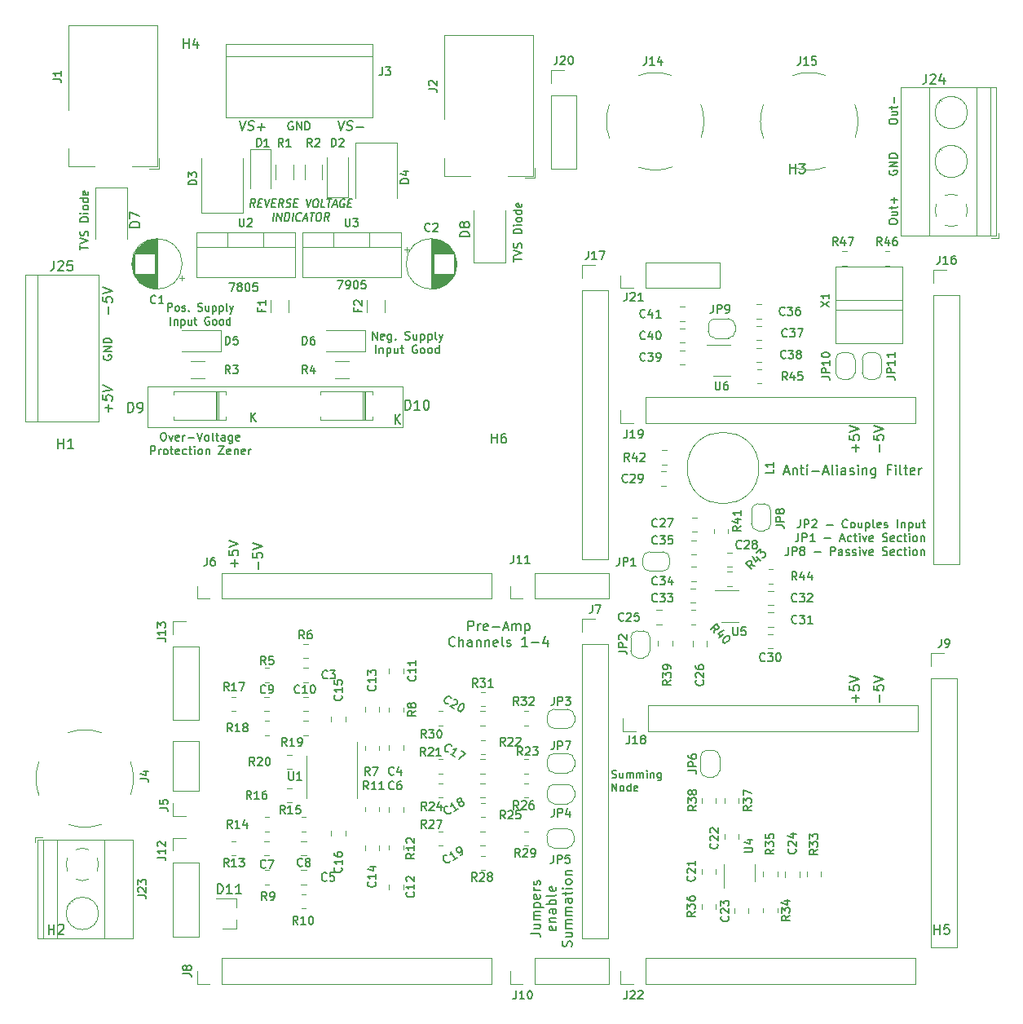
<source format=gbr>
%TF.GenerationSoftware,KiCad,Pcbnew,(5.1.8)-1*%
%TF.CreationDate,2021-09-14T11:30:17-04:00*%
%TF.ProjectId,ModularPreamp,4d6f6475-6c61-4725-9072-65616d702e6b,rev?*%
%TF.SameCoordinates,Original*%
%TF.FileFunction,Legend,Top*%
%TF.FilePolarity,Positive*%
%FSLAX46Y46*%
G04 Gerber Fmt 4.6, Leading zero omitted, Abs format (unit mm)*
G04 Created by KiCad (PCBNEW (5.1.8)-1) date 2021-09-14 11:30:17*
%MOMM*%
%LPD*%
G01*
G04 APERTURE LIST*
%ADD10C,0.150000*%
%ADD11C,0.120000*%
G04 APERTURE END LIST*
D10*
X93975000Y-51047619D02*
X93934523Y-51128571D01*
X93934523Y-51250000D01*
X93975000Y-51371428D01*
X94055952Y-51452380D01*
X94136904Y-51492857D01*
X94298809Y-51533333D01*
X94420238Y-51533333D01*
X94582142Y-51492857D01*
X94663095Y-51452380D01*
X94744047Y-51371428D01*
X94784523Y-51250000D01*
X94784523Y-51169047D01*
X94744047Y-51047619D01*
X94703571Y-51007142D01*
X94420238Y-51007142D01*
X94420238Y-51169047D01*
X94784523Y-50642857D02*
X93934523Y-50642857D01*
X94784523Y-50157142D01*
X93934523Y-50157142D01*
X94784523Y-49752380D02*
X93934523Y-49752380D01*
X93934523Y-49550000D01*
X93975000Y-49428571D01*
X94055952Y-49347619D01*
X94136904Y-49307142D01*
X94298809Y-49266666D01*
X94420238Y-49266666D01*
X94582142Y-49307142D01*
X94663095Y-49347619D01*
X94744047Y-49428571D01*
X94784523Y-49550000D01*
X94784523Y-49752380D01*
X94471428Y-46738080D02*
X94471428Y-45976175D01*
X93852380Y-44946413D02*
X93852380Y-45422604D01*
X94328571Y-45529747D01*
X94280952Y-45476175D01*
X94233333Y-45374985D01*
X94233333Y-45136889D01*
X94280952Y-45047604D01*
X94328571Y-45005937D01*
X94423809Y-44970223D01*
X94661904Y-44999985D01*
X94757142Y-45059508D01*
X94804761Y-45113080D01*
X94852380Y-45214270D01*
X94852380Y-45452366D01*
X94804761Y-45541651D01*
X94757142Y-45583318D01*
X93852380Y-44613080D02*
X94852380Y-44404747D01*
X93852380Y-43946413D01*
X94471428Y-56938080D02*
X94471428Y-56176175D01*
X94852380Y-56604747D02*
X94090476Y-56509508D01*
X93852380Y-55146413D02*
X93852380Y-55622604D01*
X94328571Y-55729747D01*
X94280952Y-55676175D01*
X94233333Y-55574985D01*
X94233333Y-55336889D01*
X94280952Y-55247604D01*
X94328571Y-55205937D01*
X94423809Y-55170223D01*
X94661904Y-55199985D01*
X94757142Y-55259508D01*
X94804761Y-55313080D01*
X94852380Y-55414270D01*
X94852380Y-55652366D01*
X94804761Y-55741651D01*
X94757142Y-55783318D01*
X93852380Y-54813080D02*
X94852380Y-54604747D01*
X93852380Y-54146413D01*
X175575000Y-31847619D02*
X175534523Y-31928571D01*
X175534523Y-32050000D01*
X175575000Y-32171428D01*
X175655952Y-32252380D01*
X175736904Y-32292857D01*
X175898809Y-32333333D01*
X176020238Y-32333333D01*
X176182142Y-32292857D01*
X176263095Y-32252380D01*
X176344047Y-32171428D01*
X176384523Y-32050000D01*
X176384523Y-31969047D01*
X176344047Y-31847619D01*
X176303571Y-31807142D01*
X176020238Y-31807142D01*
X176020238Y-31969047D01*
X176384523Y-31442857D02*
X175534523Y-31442857D01*
X176384523Y-30957142D01*
X175534523Y-30957142D01*
X176384523Y-30552380D02*
X175534523Y-30552380D01*
X175534523Y-30350000D01*
X175575000Y-30228571D01*
X175655952Y-30147619D01*
X175736904Y-30107142D01*
X175898809Y-30066666D01*
X176020238Y-30066666D01*
X176182142Y-30107142D01*
X176263095Y-30147619D01*
X176344047Y-30228571D01*
X176384523Y-30350000D01*
X176384523Y-30552380D01*
X175534523Y-26834523D02*
X175534523Y-26672619D01*
X175575000Y-26591666D01*
X175655952Y-26510714D01*
X175817857Y-26470238D01*
X176101190Y-26470238D01*
X176263095Y-26510714D01*
X176344047Y-26591666D01*
X176384523Y-26672619D01*
X176384523Y-26834523D01*
X176344047Y-26915476D01*
X176263095Y-26996428D01*
X176101190Y-27036904D01*
X175817857Y-27036904D01*
X175655952Y-26996428D01*
X175575000Y-26915476D01*
X175534523Y-26834523D01*
X175817857Y-25741666D02*
X176384523Y-25741666D01*
X175817857Y-26105952D02*
X176263095Y-26105952D01*
X176344047Y-26065476D01*
X176384523Y-25984523D01*
X176384523Y-25863095D01*
X176344047Y-25782142D01*
X176303571Y-25741666D01*
X175817857Y-25458333D02*
X175817857Y-25134523D01*
X175534523Y-25336904D02*
X176263095Y-25336904D01*
X176344047Y-25296428D01*
X176384523Y-25215476D01*
X176384523Y-25134523D01*
X176060714Y-24851190D02*
X176060714Y-24203571D01*
X175534523Y-37234523D02*
X175534523Y-37072619D01*
X175575000Y-36991666D01*
X175655952Y-36910714D01*
X175817857Y-36870238D01*
X176101190Y-36870238D01*
X176263095Y-36910714D01*
X176344047Y-36991666D01*
X176384523Y-37072619D01*
X176384523Y-37234523D01*
X176344047Y-37315476D01*
X176263095Y-37396428D01*
X176101190Y-37436904D01*
X175817857Y-37436904D01*
X175655952Y-37396428D01*
X175575000Y-37315476D01*
X175534523Y-37234523D01*
X175817857Y-36141666D02*
X176384523Y-36141666D01*
X175817857Y-36505952D02*
X176263095Y-36505952D01*
X176344047Y-36465476D01*
X176384523Y-36384523D01*
X176384523Y-36263095D01*
X176344047Y-36182142D01*
X176303571Y-36141666D01*
X175817857Y-35858333D02*
X175817857Y-35534523D01*
X175534523Y-35736904D02*
X176263095Y-35736904D01*
X176344047Y-35696428D01*
X176384523Y-35615476D01*
X176384523Y-35534523D01*
X176060714Y-35251190D02*
X176060714Y-34603571D01*
X176384523Y-34927380D02*
X175736904Y-34927380D01*
X113602380Y-26825000D02*
X113521428Y-26784523D01*
X113400000Y-26784523D01*
X113278571Y-26825000D01*
X113197619Y-26905952D01*
X113157142Y-26986904D01*
X113116666Y-27148809D01*
X113116666Y-27270238D01*
X113157142Y-27432142D01*
X113197619Y-27513095D01*
X113278571Y-27594047D01*
X113400000Y-27634523D01*
X113480952Y-27634523D01*
X113602380Y-27594047D01*
X113642857Y-27553571D01*
X113642857Y-27270238D01*
X113480952Y-27270238D01*
X114007142Y-27634523D02*
X114007142Y-26784523D01*
X114492857Y-27634523D01*
X114492857Y-26784523D01*
X114897619Y-27634523D02*
X114897619Y-26784523D01*
X115100000Y-26784523D01*
X115221428Y-26825000D01*
X115302380Y-26905952D01*
X115342857Y-26986904D01*
X115383333Y-27148809D01*
X115383333Y-27270238D01*
X115342857Y-27432142D01*
X115302380Y-27513095D01*
X115221428Y-27594047D01*
X115100000Y-27634523D01*
X114897619Y-27634523D01*
X108096443Y-26702380D02*
X108304776Y-27702380D01*
X108763110Y-26702380D01*
X108929776Y-27654761D02*
X109066681Y-27702380D01*
X109304776Y-27702380D01*
X109405967Y-27654761D01*
X109459538Y-27607142D01*
X109519062Y-27511904D01*
X109530967Y-27416666D01*
X109495252Y-27321428D01*
X109453586Y-27273809D01*
X109364300Y-27226190D01*
X109179776Y-27178571D01*
X109090491Y-27130952D01*
X109048824Y-27083333D01*
X109013110Y-26988095D01*
X109025014Y-26892857D01*
X109084538Y-26797619D01*
X109138110Y-26750000D01*
X109239300Y-26702380D01*
X109477395Y-26702380D01*
X109614300Y-26750000D01*
X109971443Y-27321428D02*
X110733348Y-27321428D01*
X110304776Y-27702380D02*
X110400014Y-26940476D01*
X118346443Y-26702380D02*
X118554776Y-27702380D01*
X119013110Y-26702380D01*
X119179776Y-27654761D02*
X119316681Y-27702380D01*
X119554776Y-27702380D01*
X119655967Y-27654761D01*
X119709538Y-27607142D01*
X119769062Y-27511904D01*
X119780967Y-27416666D01*
X119745252Y-27321428D01*
X119703586Y-27273809D01*
X119614300Y-27226190D01*
X119429776Y-27178571D01*
X119340491Y-27130952D01*
X119298824Y-27083333D01*
X119263110Y-26988095D01*
X119275014Y-26892857D01*
X119334538Y-26797619D01*
X119388110Y-26750000D01*
X119489300Y-26702380D01*
X119727395Y-26702380D01*
X119864300Y-26750000D01*
X120221443Y-27321428D02*
X120983348Y-27321428D01*
X109651279Y-35672023D02*
X109435208Y-35267261D01*
X109194136Y-35672023D02*
X109300386Y-34822023D01*
X109605148Y-34822023D01*
X109676279Y-34862500D01*
X109709315Y-34902976D01*
X109737291Y-34983928D01*
X109722113Y-35105357D01*
X109673898Y-35186309D01*
X109630744Y-35226785D01*
X109549494Y-35267261D01*
X109244732Y-35267261D01*
X110049791Y-35226785D02*
X110316458Y-35226785D01*
X110375089Y-35672023D02*
X109994136Y-35672023D01*
X110100386Y-34822023D01*
X110481339Y-34822023D01*
X110709910Y-34822023D02*
X110870327Y-35672023D01*
X111243244Y-34822023D01*
X111459315Y-35226785D02*
X111725982Y-35226785D01*
X111784613Y-35672023D02*
X111403660Y-35672023D01*
X111509910Y-34822023D01*
X111890863Y-34822023D01*
X112584613Y-35672023D02*
X112368541Y-35267261D01*
X112127470Y-35672023D02*
X112233720Y-34822023D01*
X112538482Y-34822023D01*
X112609613Y-34862500D01*
X112642648Y-34902976D01*
X112670625Y-34983928D01*
X112655446Y-35105357D01*
X112607232Y-35186309D01*
X112564077Y-35226785D01*
X112482827Y-35267261D01*
X112178065Y-35267261D01*
X112894434Y-35631547D02*
X113003660Y-35672023D01*
X113194136Y-35672023D01*
X113275386Y-35631547D01*
X113318541Y-35591071D01*
X113366755Y-35510119D01*
X113376875Y-35429166D01*
X113348898Y-35348214D01*
X113315863Y-35307738D01*
X113244732Y-35267261D01*
X113097410Y-35226785D01*
X113026279Y-35186309D01*
X112993244Y-35145833D01*
X112965267Y-35064880D01*
X112975386Y-34983928D01*
X113023601Y-34902976D01*
X113066755Y-34862500D01*
X113148005Y-34822023D01*
X113338482Y-34822023D01*
X113447708Y-34862500D01*
X113745029Y-35226785D02*
X114011696Y-35226785D01*
X114070327Y-35672023D02*
X113689375Y-35672023D01*
X113795625Y-34822023D01*
X114176577Y-34822023D01*
X115014672Y-34822023D02*
X115175089Y-35672023D01*
X115548005Y-34822023D01*
X115967053Y-34822023D02*
X116119434Y-34822023D01*
X116190565Y-34862500D01*
X116256636Y-34943452D01*
X116274494Y-35105357D01*
X116239077Y-35388690D01*
X116180744Y-35550595D01*
X116094434Y-35631547D01*
X116013184Y-35672023D01*
X115860803Y-35672023D01*
X115789672Y-35631547D01*
X115723601Y-35550595D01*
X115705744Y-35388690D01*
X115741160Y-35105357D01*
X115799494Y-34943452D01*
X115885803Y-34862500D01*
X115967053Y-34822023D01*
X116927470Y-35672023D02*
X116546517Y-35672023D01*
X116652767Y-34822023D01*
X117186101Y-34822023D02*
X117643244Y-34822023D01*
X117308422Y-35672023D02*
X117414672Y-34822023D01*
X117795922Y-35429166D02*
X118176875Y-35429166D01*
X117689375Y-35672023D02*
X118062291Y-34822023D01*
X118222708Y-35672023D01*
X119009613Y-34862500D02*
X118938482Y-34822023D01*
X118824196Y-34822023D01*
X118704851Y-34862500D01*
X118618541Y-34943452D01*
X118570327Y-35024404D01*
X118511994Y-35186309D01*
X118496815Y-35307738D01*
X118514672Y-35469642D01*
X118542648Y-35550595D01*
X118608720Y-35631547D01*
X118717946Y-35672023D01*
X118794136Y-35672023D01*
X118913482Y-35631547D01*
X118956636Y-35591071D01*
X118992053Y-35307738D01*
X118839672Y-35307738D01*
X119345029Y-35226785D02*
X119611696Y-35226785D01*
X119670327Y-35672023D02*
X119289375Y-35672023D01*
X119395625Y-34822023D01*
X119776577Y-34822023D01*
X111536994Y-37097023D02*
X111643244Y-36247023D01*
X111917946Y-37097023D02*
X112024196Y-36247023D01*
X112375089Y-37097023D01*
X112481339Y-36247023D01*
X112756041Y-37097023D02*
X112862291Y-36247023D01*
X113052767Y-36247023D01*
X113161994Y-36287500D01*
X113228065Y-36368452D01*
X113256041Y-36449404D01*
X113273898Y-36611309D01*
X113258720Y-36732738D01*
X113200386Y-36894642D01*
X113152172Y-36975595D01*
X113065863Y-37056547D01*
X112946517Y-37097023D01*
X112756041Y-37097023D01*
X113556041Y-37097023D02*
X113662291Y-36247023D01*
X114404255Y-37016071D02*
X114361101Y-37056547D01*
X114241755Y-37097023D01*
X114165565Y-37097023D01*
X114056339Y-37056547D01*
X113990267Y-36975595D01*
X113962291Y-36894642D01*
X113944434Y-36732738D01*
X113959613Y-36611309D01*
X114017946Y-36449404D01*
X114066160Y-36368452D01*
X114152470Y-36287500D01*
X114271815Y-36247023D01*
X114348005Y-36247023D01*
X114457232Y-36287500D01*
X114490267Y-36327976D01*
X114729255Y-36854166D02*
X115110208Y-36854166D01*
X114622708Y-37097023D02*
X114995625Y-36247023D01*
X115156041Y-37097023D01*
X115414672Y-36247023D02*
X115871815Y-36247023D01*
X115536994Y-37097023D02*
X115643244Y-36247023D01*
X116290863Y-36247023D02*
X116443244Y-36247023D01*
X116514375Y-36287500D01*
X116580446Y-36368452D01*
X116598303Y-36530357D01*
X116562886Y-36813690D01*
X116504553Y-36975595D01*
X116418244Y-37056547D01*
X116336994Y-37097023D01*
X116184613Y-37097023D01*
X116113482Y-37056547D01*
X116047410Y-36975595D01*
X116029553Y-36813690D01*
X116064970Y-36530357D01*
X116123303Y-36368452D01*
X116209613Y-36287500D01*
X116290863Y-36247023D01*
X117327470Y-37097023D02*
X117111398Y-36692261D01*
X116870327Y-37097023D02*
X116976577Y-36247023D01*
X117281339Y-36247023D01*
X117352470Y-36287500D01*
X117385505Y-36327976D01*
X117413482Y-36408928D01*
X117398303Y-36530357D01*
X117350089Y-36611309D01*
X117306934Y-36651785D01*
X117225684Y-36692261D01*
X116920922Y-36692261D01*
X118252380Y-43284523D02*
X118819047Y-43284523D01*
X118454761Y-44134523D01*
X119183333Y-44134523D02*
X119345238Y-44134523D01*
X119426190Y-44094047D01*
X119466666Y-44053571D01*
X119547619Y-43932142D01*
X119588095Y-43770238D01*
X119588095Y-43446428D01*
X119547619Y-43365476D01*
X119507142Y-43325000D01*
X119426190Y-43284523D01*
X119264285Y-43284523D01*
X119183333Y-43325000D01*
X119142857Y-43365476D01*
X119102380Y-43446428D01*
X119102380Y-43648809D01*
X119142857Y-43729761D01*
X119183333Y-43770238D01*
X119264285Y-43810714D01*
X119426190Y-43810714D01*
X119507142Y-43770238D01*
X119547619Y-43729761D01*
X119588095Y-43648809D01*
X120114285Y-43284523D02*
X120195238Y-43284523D01*
X120276190Y-43325000D01*
X120316666Y-43365476D01*
X120357142Y-43446428D01*
X120397619Y-43608333D01*
X120397619Y-43810714D01*
X120357142Y-43972619D01*
X120316666Y-44053571D01*
X120276190Y-44094047D01*
X120195238Y-44134523D01*
X120114285Y-44134523D01*
X120033333Y-44094047D01*
X119992857Y-44053571D01*
X119952380Y-43972619D01*
X119911904Y-43810714D01*
X119911904Y-43608333D01*
X119952380Y-43446428D01*
X119992857Y-43365476D01*
X120033333Y-43325000D01*
X120114285Y-43284523D01*
X121166666Y-43284523D02*
X120761904Y-43284523D01*
X120721428Y-43689285D01*
X120761904Y-43648809D01*
X120842857Y-43608333D01*
X121045238Y-43608333D01*
X121126190Y-43648809D01*
X121166666Y-43689285D01*
X121207142Y-43770238D01*
X121207142Y-43972619D01*
X121166666Y-44053571D01*
X121126190Y-44094047D01*
X121045238Y-44134523D01*
X120842857Y-44134523D01*
X120761904Y-44094047D01*
X120721428Y-44053571D01*
X107002380Y-43534523D02*
X107569047Y-43534523D01*
X107204761Y-44384523D01*
X108014285Y-43898809D02*
X107933333Y-43858333D01*
X107892857Y-43817857D01*
X107852380Y-43736904D01*
X107852380Y-43696428D01*
X107892857Y-43615476D01*
X107933333Y-43575000D01*
X108014285Y-43534523D01*
X108176190Y-43534523D01*
X108257142Y-43575000D01*
X108297619Y-43615476D01*
X108338095Y-43696428D01*
X108338095Y-43736904D01*
X108297619Y-43817857D01*
X108257142Y-43858333D01*
X108176190Y-43898809D01*
X108014285Y-43898809D01*
X107933333Y-43939285D01*
X107892857Y-43979761D01*
X107852380Y-44060714D01*
X107852380Y-44222619D01*
X107892857Y-44303571D01*
X107933333Y-44344047D01*
X108014285Y-44384523D01*
X108176190Y-44384523D01*
X108257142Y-44344047D01*
X108297619Y-44303571D01*
X108338095Y-44222619D01*
X108338095Y-44060714D01*
X108297619Y-43979761D01*
X108257142Y-43939285D01*
X108176190Y-43898809D01*
X108864285Y-43534523D02*
X108945238Y-43534523D01*
X109026190Y-43575000D01*
X109066666Y-43615476D01*
X109107142Y-43696428D01*
X109147619Y-43858333D01*
X109147619Y-44060714D01*
X109107142Y-44222619D01*
X109066666Y-44303571D01*
X109026190Y-44344047D01*
X108945238Y-44384523D01*
X108864285Y-44384523D01*
X108783333Y-44344047D01*
X108742857Y-44303571D01*
X108702380Y-44222619D01*
X108661904Y-44060714D01*
X108661904Y-43858333D01*
X108702380Y-43696428D01*
X108742857Y-43615476D01*
X108783333Y-43575000D01*
X108864285Y-43534523D01*
X109916666Y-43534523D02*
X109511904Y-43534523D01*
X109471428Y-43939285D01*
X109511904Y-43898809D01*
X109592857Y-43858333D01*
X109795238Y-43858333D01*
X109876190Y-43898809D01*
X109916666Y-43939285D01*
X109957142Y-44020238D01*
X109957142Y-44222619D01*
X109916666Y-44303571D01*
X109876190Y-44344047D01*
X109795238Y-44384523D01*
X109592857Y-44384523D01*
X109511904Y-44344047D01*
X109471428Y-44303571D01*
X91534523Y-40096428D02*
X91534523Y-39610714D01*
X92384523Y-39853571D02*
X91534523Y-39853571D01*
X91534523Y-39448809D02*
X92384523Y-39165476D01*
X91534523Y-38882142D01*
X92344047Y-38639285D02*
X92384523Y-38517857D01*
X92384523Y-38315476D01*
X92344047Y-38234523D01*
X92303571Y-38194047D01*
X92222619Y-38153571D01*
X92141666Y-38153571D01*
X92060714Y-38194047D01*
X92020238Y-38234523D01*
X91979761Y-38315476D01*
X91939285Y-38477380D01*
X91898809Y-38558333D01*
X91858333Y-38598809D01*
X91777380Y-38639285D01*
X91696428Y-38639285D01*
X91615476Y-38598809D01*
X91575000Y-38558333D01*
X91534523Y-38477380D01*
X91534523Y-38275000D01*
X91575000Y-38153571D01*
X92384523Y-37141666D02*
X91534523Y-37141666D01*
X91534523Y-36939285D01*
X91575000Y-36817857D01*
X91655952Y-36736904D01*
X91736904Y-36696428D01*
X91898809Y-36655952D01*
X92020238Y-36655952D01*
X92182142Y-36696428D01*
X92263095Y-36736904D01*
X92344047Y-36817857D01*
X92384523Y-36939285D01*
X92384523Y-37141666D01*
X92384523Y-36291666D02*
X91817857Y-36291666D01*
X91534523Y-36291666D02*
X91575000Y-36332142D01*
X91615476Y-36291666D01*
X91575000Y-36251190D01*
X91534523Y-36291666D01*
X91615476Y-36291666D01*
X92384523Y-35765476D02*
X92344047Y-35846428D01*
X92303571Y-35886904D01*
X92222619Y-35927380D01*
X91979761Y-35927380D01*
X91898809Y-35886904D01*
X91858333Y-35846428D01*
X91817857Y-35765476D01*
X91817857Y-35644047D01*
X91858333Y-35563095D01*
X91898809Y-35522619D01*
X91979761Y-35482142D01*
X92222619Y-35482142D01*
X92303571Y-35522619D01*
X92344047Y-35563095D01*
X92384523Y-35644047D01*
X92384523Y-35765476D01*
X92384523Y-34753571D02*
X91534523Y-34753571D01*
X92344047Y-34753571D02*
X92384523Y-34834523D01*
X92384523Y-34996428D01*
X92344047Y-35077380D01*
X92303571Y-35117857D01*
X92222619Y-35158333D01*
X91979761Y-35158333D01*
X91898809Y-35117857D01*
X91858333Y-35077380D01*
X91817857Y-34996428D01*
X91817857Y-34834523D01*
X91858333Y-34753571D01*
X92344047Y-34025000D02*
X92384523Y-34105952D01*
X92384523Y-34267857D01*
X92344047Y-34348809D01*
X92263095Y-34389285D01*
X91939285Y-34389285D01*
X91858333Y-34348809D01*
X91817857Y-34267857D01*
X91817857Y-34105952D01*
X91858333Y-34025000D01*
X91939285Y-33984523D01*
X92020238Y-33984523D01*
X92101190Y-34389285D01*
X136534523Y-41346428D02*
X136534523Y-40860714D01*
X137384523Y-41103571D02*
X136534523Y-41103571D01*
X136534523Y-40698809D02*
X137384523Y-40415476D01*
X136534523Y-40132142D01*
X137344047Y-39889285D02*
X137384523Y-39767857D01*
X137384523Y-39565476D01*
X137344047Y-39484523D01*
X137303571Y-39444047D01*
X137222619Y-39403571D01*
X137141666Y-39403571D01*
X137060714Y-39444047D01*
X137020238Y-39484523D01*
X136979761Y-39565476D01*
X136939285Y-39727380D01*
X136898809Y-39808333D01*
X136858333Y-39848809D01*
X136777380Y-39889285D01*
X136696428Y-39889285D01*
X136615476Y-39848809D01*
X136575000Y-39808333D01*
X136534523Y-39727380D01*
X136534523Y-39525000D01*
X136575000Y-39403571D01*
X137384523Y-38391666D02*
X136534523Y-38391666D01*
X136534523Y-38189285D01*
X136575000Y-38067857D01*
X136655952Y-37986904D01*
X136736904Y-37946428D01*
X136898809Y-37905952D01*
X137020238Y-37905952D01*
X137182142Y-37946428D01*
X137263095Y-37986904D01*
X137344047Y-38067857D01*
X137384523Y-38189285D01*
X137384523Y-38391666D01*
X137384523Y-37541666D02*
X136817857Y-37541666D01*
X136534523Y-37541666D02*
X136575000Y-37582142D01*
X136615476Y-37541666D01*
X136575000Y-37501190D01*
X136534523Y-37541666D01*
X136615476Y-37541666D01*
X137384523Y-37015476D02*
X137344047Y-37096428D01*
X137303571Y-37136904D01*
X137222619Y-37177380D01*
X136979761Y-37177380D01*
X136898809Y-37136904D01*
X136858333Y-37096428D01*
X136817857Y-37015476D01*
X136817857Y-36894047D01*
X136858333Y-36813095D01*
X136898809Y-36772619D01*
X136979761Y-36732142D01*
X137222619Y-36732142D01*
X137303571Y-36772619D01*
X137344047Y-36813095D01*
X137384523Y-36894047D01*
X137384523Y-37015476D01*
X137384523Y-36003571D02*
X136534523Y-36003571D01*
X137344047Y-36003571D02*
X137384523Y-36084523D01*
X137384523Y-36246428D01*
X137344047Y-36327380D01*
X137303571Y-36367857D01*
X137222619Y-36408333D01*
X136979761Y-36408333D01*
X136898809Y-36367857D01*
X136858333Y-36327380D01*
X136817857Y-36246428D01*
X136817857Y-36084523D01*
X136858333Y-36003571D01*
X137344047Y-35275000D02*
X137384523Y-35355952D01*
X137384523Y-35517857D01*
X137344047Y-35598809D01*
X137263095Y-35639285D01*
X136939285Y-35639285D01*
X136858333Y-35598809D01*
X136817857Y-35517857D01*
X136817857Y-35355952D01*
X136858333Y-35275000D01*
X136939285Y-35234523D01*
X137020238Y-35234523D01*
X137101190Y-35639285D01*
X121877380Y-49422023D02*
X121877380Y-48572023D01*
X122363095Y-49422023D01*
X122363095Y-48572023D01*
X123091666Y-49381547D02*
X123010714Y-49422023D01*
X122848809Y-49422023D01*
X122767857Y-49381547D01*
X122727380Y-49300595D01*
X122727380Y-48976785D01*
X122767857Y-48895833D01*
X122848809Y-48855357D01*
X123010714Y-48855357D01*
X123091666Y-48895833D01*
X123132142Y-48976785D01*
X123132142Y-49057738D01*
X122727380Y-49138690D01*
X123860714Y-48855357D02*
X123860714Y-49543452D01*
X123820238Y-49624404D01*
X123779761Y-49664880D01*
X123698809Y-49705357D01*
X123577380Y-49705357D01*
X123496428Y-49664880D01*
X123860714Y-49381547D02*
X123779761Y-49422023D01*
X123617857Y-49422023D01*
X123536904Y-49381547D01*
X123496428Y-49341071D01*
X123455952Y-49260119D01*
X123455952Y-49017261D01*
X123496428Y-48936309D01*
X123536904Y-48895833D01*
X123617857Y-48855357D01*
X123779761Y-48855357D01*
X123860714Y-48895833D01*
X124265476Y-49341071D02*
X124305952Y-49381547D01*
X124265476Y-49422023D01*
X124225000Y-49381547D01*
X124265476Y-49341071D01*
X124265476Y-49422023D01*
X125277380Y-49381547D02*
X125398809Y-49422023D01*
X125601190Y-49422023D01*
X125682142Y-49381547D01*
X125722619Y-49341071D01*
X125763095Y-49260119D01*
X125763095Y-49179166D01*
X125722619Y-49098214D01*
X125682142Y-49057738D01*
X125601190Y-49017261D01*
X125439285Y-48976785D01*
X125358333Y-48936309D01*
X125317857Y-48895833D01*
X125277380Y-48814880D01*
X125277380Y-48733928D01*
X125317857Y-48652976D01*
X125358333Y-48612500D01*
X125439285Y-48572023D01*
X125641666Y-48572023D01*
X125763095Y-48612500D01*
X126491666Y-48855357D02*
X126491666Y-49422023D01*
X126127380Y-48855357D02*
X126127380Y-49300595D01*
X126167857Y-49381547D01*
X126248809Y-49422023D01*
X126370238Y-49422023D01*
X126451190Y-49381547D01*
X126491666Y-49341071D01*
X126896428Y-48855357D02*
X126896428Y-49705357D01*
X126896428Y-48895833D02*
X126977380Y-48855357D01*
X127139285Y-48855357D01*
X127220238Y-48895833D01*
X127260714Y-48936309D01*
X127301190Y-49017261D01*
X127301190Y-49260119D01*
X127260714Y-49341071D01*
X127220238Y-49381547D01*
X127139285Y-49422023D01*
X126977380Y-49422023D01*
X126896428Y-49381547D01*
X127665476Y-48855357D02*
X127665476Y-49705357D01*
X127665476Y-48895833D02*
X127746428Y-48855357D01*
X127908333Y-48855357D01*
X127989285Y-48895833D01*
X128029761Y-48936309D01*
X128070238Y-49017261D01*
X128070238Y-49260119D01*
X128029761Y-49341071D01*
X127989285Y-49381547D01*
X127908333Y-49422023D01*
X127746428Y-49422023D01*
X127665476Y-49381547D01*
X128555952Y-49422023D02*
X128475000Y-49381547D01*
X128434523Y-49300595D01*
X128434523Y-48572023D01*
X128798809Y-48855357D02*
X129001190Y-49422023D01*
X129203571Y-48855357D02*
X129001190Y-49422023D01*
X128920238Y-49624404D01*
X128879761Y-49664880D01*
X128798809Y-49705357D01*
X122201190Y-50847023D02*
X122201190Y-49997023D01*
X122605952Y-50280357D02*
X122605952Y-50847023D01*
X122605952Y-50361309D02*
X122646428Y-50320833D01*
X122727380Y-50280357D01*
X122848809Y-50280357D01*
X122929761Y-50320833D01*
X122970238Y-50401785D01*
X122970238Y-50847023D01*
X123375000Y-50280357D02*
X123375000Y-51130357D01*
X123375000Y-50320833D02*
X123455952Y-50280357D01*
X123617857Y-50280357D01*
X123698809Y-50320833D01*
X123739285Y-50361309D01*
X123779761Y-50442261D01*
X123779761Y-50685119D01*
X123739285Y-50766071D01*
X123698809Y-50806547D01*
X123617857Y-50847023D01*
X123455952Y-50847023D01*
X123375000Y-50806547D01*
X124508333Y-50280357D02*
X124508333Y-50847023D01*
X124144047Y-50280357D02*
X124144047Y-50725595D01*
X124184523Y-50806547D01*
X124265476Y-50847023D01*
X124386904Y-50847023D01*
X124467857Y-50806547D01*
X124508333Y-50766071D01*
X124791666Y-50280357D02*
X125115476Y-50280357D01*
X124913095Y-49997023D02*
X124913095Y-50725595D01*
X124953571Y-50806547D01*
X125034523Y-50847023D01*
X125115476Y-50847023D01*
X126491666Y-50037500D02*
X126410714Y-49997023D01*
X126289285Y-49997023D01*
X126167857Y-50037500D01*
X126086904Y-50118452D01*
X126046428Y-50199404D01*
X126005952Y-50361309D01*
X126005952Y-50482738D01*
X126046428Y-50644642D01*
X126086904Y-50725595D01*
X126167857Y-50806547D01*
X126289285Y-50847023D01*
X126370238Y-50847023D01*
X126491666Y-50806547D01*
X126532142Y-50766071D01*
X126532142Y-50482738D01*
X126370238Y-50482738D01*
X127017857Y-50847023D02*
X126936904Y-50806547D01*
X126896428Y-50766071D01*
X126855952Y-50685119D01*
X126855952Y-50442261D01*
X126896428Y-50361309D01*
X126936904Y-50320833D01*
X127017857Y-50280357D01*
X127139285Y-50280357D01*
X127220238Y-50320833D01*
X127260714Y-50361309D01*
X127301190Y-50442261D01*
X127301190Y-50685119D01*
X127260714Y-50766071D01*
X127220238Y-50806547D01*
X127139285Y-50847023D01*
X127017857Y-50847023D01*
X127786904Y-50847023D02*
X127705952Y-50806547D01*
X127665476Y-50766071D01*
X127625000Y-50685119D01*
X127625000Y-50442261D01*
X127665476Y-50361309D01*
X127705952Y-50320833D01*
X127786904Y-50280357D01*
X127908333Y-50280357D01*
X127989285Y-50320833D01*
X128029761Y-50361309D01*
X128070238Y-50442261D01*
X128070238Y-50685119D01*
X128029761Y-50766071D01*
X127989285Y-50806547D01*
X127908333Y-50847023D01*
X127786904Y-50847023D01*
X128798809Y-50847023D02*
X128798809Y-49997023D01*
X128798809Y-50806547D02*
X128717857Y-50847023D01*
X128555952Y-50847023D01*
X128475000Y-50806547D01*
X128434523Y-50766071D01*
X128394047Y-50685119D01*
X128394047Y-50442261D01*
X128434523Y-50361309D01*
X128475000Y-50320833D01*
X128555952Y-50280357D01*
X128717857Y-50280357D01*
X128798809Y-50320833D01*
X100628571Y-46472023D02*
X100628571Y-45622023D01*
X100933333Y-45622023D01*
X101009523Y-45662500D01*
X101047619Y-45702976D01*
X101085714Y-45783928D01*
X101085714Y-45905357D01*
X101047619Y-45986309D01*
X101009523Y-46026785D01*
X100933333Y-46067261D01*
X100628571Y-46067261D01*
X101542857Y-46472023D02*
X101466666Y-46431547D01*
X101428571Y-46391071D01*
X101390476Y-46310119D01*
X101390476Y-46067261D01*
X101428571Y-45986309D01*
X101466666Y-45945833D01*
X101542857Y-45905357D01*
X101657142Y-45905357D01*
X101733333Y-45945833D01*
X101771428Y-45986309D01*
X101809523Y-46067261D01*
X101809523Y-46310119D01*
X101771428Y-46391071D01*
X101733333Y-46431547D01*
X101657142Y-46472023D01*
X101542857Y-46472023D01*
X102114285Y-46431547D02*
X102190476Y-46472023D01*
X102342857Y-46472023D01*
X102419047Y-46431547D01*
X102457142Y-46350595D01*
X102457142Y-46310119D01*
X102419047Y-46229166D01*
X102342857Y-46188690D01*
X102228571Y-46188690D01*
X102152380Y-46148214D01*
X102114285Y-46067261D01*
X102114285Y-46026785D01*
X102152380Y-45945833D01*
X102228571Y-45905357D01*
X102342857Y-45905357D01*
X102419047Y-45945833D01*
X102800000Y-46391071D02*
X102838095Y-46431547D01*
X102800000Y-46472023D01*
X102761904Y-46431547D01*
X102800000Y-46391071D01*
X102800000Y-46472023D01*
X103752380Y-46431547D02*
X103866666Y-46472023D01*
X104057142Y-46472023D01*
X104133333Y-46431547D01*
X104171428Y-46391071D01*
X104209523Y-46310119D01*
X104209523Y-46229166D01*
X104171428Y-46148214D01*
X104133333Y-46107738D01*
X104057142Y-46067261D01*
X103904761Y-46026785D01*
X103828571Y-45986309D01*
X103790476Y-45945833D01*
X103752380Y-45864880D01*
X103752380Y-45783928D01*
X103790476Y-45702976D01*
X103828571Y-45662500D01*
X103904761Y-45622023D01*
X104095238Y-45622023D01*
X104209523Y-45662500D01*
X104895238Y-45905357D02*
X104895238Y-46472023D01*
X104552380Y-45905357D02*
X104552380Y-46350595D01*
X104590476Y-46431547D01*
X104666666Y-46472023D01*
X104780952Y-46472023D01*
X104857142Y-46431547D01*
X104895238Y-46391071D01*
X105276190Y-45905357D02*
X105276190Y-46755357D01*
X105276190Y-45945833D02*
X105352380Y-45905357D01*
X105504761Y-45905357D01*
X105580952Y-45945833D01*
X105619047Y-45986309D01*
X105657142Y-46067261D01*
X105657142Y-46310119D01*
X105619047Y-46391071D01*
X105580952Y-46431547D01*
X105504761Y-46472023D01*
X105352380Y-46472023D01*
X105276190Y-46431547D01*
X106000000Y-45905357D02*
X106000000Y-46755357D01*
X106000000Y-45945833D02*
X106076190Y-45905357D01*
X106228571Y-45905357D01*
X106304761Y-45945833D01*
X106342857Y-45986309D01*
X106380952Y-46067261D01*
X106380952Y-46310119D01*
X106342857Y-46391071D01*
X106304761Y-46431547D01*
X106228571Y-46472023D01*
X106076190Y-46472023D01*
X106000000Y-46431547D01*
X106838095Y-46472023D02*
X106761904Y-46431547D01*
X106723809Y-46350595D01*
X106723809Y-45622023D01*
X107066666Y-45905357D02*
X107257142Y-46472023D01*
X107447619Y-45905357D02*
X107257142Y-46472023D01*
X107180952Y-46674404D01*
X107142857Y-46714880D01*
X107066666Y-46755357D01*
X100895238Y-47897023D02*
X100895238Y-47047023D01*
X101276190Y-47330357D02*
X101276190Y-47897023D01*
X101276190Y-47411309D02*
X101314285Y-47370833D01*
X101390476Y-47330357D01*
X101504761Y-47330357D01*
X101580952Y-47370833D01*
X101619047Y-47451785D01*
X101619047Y-47897023D01*
X102000000Y-47330357D02*
X102000000Y-48180357D01*
X102000000Y-47370833D02*
X102076190Y-47330357D01*
X102228571Y-47330357D01*
X102304761Y-47370833D01*
X102342857Y-47411309D01*
X102380952Y-47492261D01*
X102380952Y-47735119D01*
X102342857Y-47816071D01*
X102304761Y-47856547D01*
X102228571Y-47897023D01*
X102076190Y-47897023D01*
X102000000Y-47856547D01*
X103066666Y-47330357D02*
X103066666Y-47897023D01*
X102723809Y-47330357D02*
X102723809Y-47775595D01*
X102761904Y-47856547D01*
X102838095Y-47897023D01*
X102952380Y-47897023D01*
X103028571Y-47856547D01*
X103066666Y-47816071D01*
X103333333Y-47330357D02*
X103638095Y-47330357D01*
X103447619Y-47047023D02*
X103447619Y-47775595D01*
X103485714Y-47856547D01*
X103561904Y-47897023D01*
X103638095Y-47897023D01*
X104933333Y-47087500D02*
X104857142Y-47047023D01*
X104742857Y-47047023D01*
X104628571Y-47087500D01*
X104552380Y-47168452D01*
X104514285Y-47249404D01*
X104476190Y-47411309D01*
X104476190Y-47532738D01*
X104514285Y-47694642D01*
X104552380Y-47775595D01*
X104628571Y-47856547D01*
X104742857Y-47897023D01*
X104819047Y-47897023D01*
X104933333Y-47856547D01*
X104971428Y-47816071D01*
X104971428Y-47532738D01*
X104819047Y-47532738D01*
X105428571Y-47897023D02*
X105352380Y-47856547D01*
X105314285Y-47816071D01*
X105276190Y-47735119D01*
X105276190Y-47492261D01*
X105314285Y-47411309D01*
X105352380Y-47370833D01*
X105428571Y-47330357D01*
X105542857Y-47330357D01*
X105619047Y-47370833D01*
X105657142Y-47411309D01*
X105695238Y-47492261D01*
X105695238Y-47735119D01*
X105657142Y-47816071D01*
X105619047Y-47856547D01*
X105542857Y-47897023D01*
X105428571Y-47897023D01*
X106152380Y-47897023D02*
X106076190Y-47856547D01*
X106038095Y-47816071D01*
X106000000Y-47735119D01*
X106000000Y-47492261D01*
X106038095Y-47411309D01*
X106076190Y-47370833D01*
X106152380Y-47330357D01*
X106266666Y-47330357D01*
X106342857Y-47370833D01*
X106380952Y-47411309D01*
X106419047Y-47492261D01*
X106419047Y-47735119D01*
X106380952Y-47816071D01*
X106342857Y-47856547D01*
X106266666Y-47897023D01*
X106152380Y-47897023D01*
X107104761Y-47897023D02*
X107104761Y-47047023D01*
X107104761Y-47856547D02*
X107028571Y-47897023D01*
X106876190Y-47897023D01*
X106800000Y-47856547D01*
X106761904Y-47816071D01*
X106723809Y-47735119D01*
X106723809Y-47492261D01*
X106761904Y-47411309D01*
X106800000Y-47370833D01*
X106876190Y-47330357D01*
X107028571Y-47330357D01*
X107104761Y-47370833D01*
D11*
X125000000Y-58500000D02*
X98500000Y-58500000D01*
X125000000Y-54250000D02*
X125000000Y-58500000D01*
X98500000Y-54250000D02*
X125000000Y-54250000D01*
X98500000Y-58500000D02*
X98500000Y-54250000D01*
D10*
X100094047Y-59072023D02*
X100255952Y-59072023D01*
X100336904Y-59112500D01*
X100417857Y-59193452D01*
X100458333Y-59355357D01*
X100458333Y-59638690D01*
X100417857Y-59800595D01*
X100336904Y-59881547D01*
X100255952Y-59922023D01*
X100094047Y-59922023D01*
X100013095Y-59881547D01*
X99932142Y-59800595D01*
X99891666Y-59638690D01*
X99891666Y-59355357D01*
X99932142Y-59193452D01*
X100013095Y-59112500D01*
X100094047Y-59072023D01*
X100741666Y-59355357D02*
X100944047Y-59922023D01*
X101146428Y-59355357D01*
X101794047Y-59881547D02*
X101713095Y-59922023D01*
X101551190Y-59922023D01*
X101470238Y-59881547D01*
X101429761Y-59800595D01*
X101429761Y-59476785D01*
X101470238Y-59395833D01*
X101551190Y-59355357D01*
X101713095Y-59355357D01*
X101794047Y-59395833D01*
X101834523Y-59476785D01*
X101834523Y-59557738D01*
X101429761Y-59638690D01*
X102198809Y-59922023D02*
X102198809Y-59355357D01*
X102198809Y-59517261D02*
X102239285Y-59436309D01*
X102279761Y-59395833D01*
X102360714Y-59355357D01*
X102441666Y-59355357D01*
X102725000Y-59598214D02*
X103372619Y-59598214D01*
X103655952Y-59072023D02*
X103939285Y-59922023D01*
X104222619Y-59072023D01*
X104627380Y-59922023D02*
X104546428Y-59881547D01*
X104505952Y-59841071D01*
X104465476Y-59760119D01*
X104465476Y-59517261D01*
X104505952Y-59436309D01*
X104546428Y-59395833D01*
X104627380Y-59355357D01*
X104748809Y-59355357D01*
X104829761Y-59395833D01*
X104870238Y-59436309D01*
X104910714Y-59517261D01*
X104910714Y-59760119D01*
X104870238Y-59841071D01*
X104829761Y-59881547D01*
X104748809Y-59922023D01*
X104627380Y-59922023D01*
X105396428Y-59922023D02*
X105315476Y-59881547D01*
X105275000Y-59800595D01*
X105275000Y-59072023D01*
X105598809Y-59355357D02*
X105922619Y-59355357D01*
X105720238Y-59072023D02*
X105720238Y-59800595D01*
X105760714Y-59881547D01*
X105841666Y-59922023D01*
X105922619Y-59922023D01*
X106570238Y-59922023D02*
X106570238Y-59476785D01*
X106529761Y-59395833D01*
X106448809Y-59355357D01*
X106286904Y-59355357D01*
X106205952Y-59395833D01*
X106570238Y-59881547D02*
X106489285Y-59922023D01*
X106286904Y-59922023D01*
X106205952Y-59881547D01*
X106165476Y-59800595D01*
X106165476Y-59719642D01*
X106205952Y-59638690D01*
X106286904Y-59598214D01*
X106489285Y-59598214D01*
X106570238Y-59557738D01*
X107339285Y-59355357D02*
X107339285Y-60043452D01*
X107298809Y-60124404D01*
X107258333Y-60164880D01*
X107177380Y-60205357D01*
X107055952Y-60205357D01*
X106975000Y-60164880D01*
X107339285Y-59881547D02*
X107258333Y-59922023D01*
X107096428Y-59922023D01*
X107015476Y-59881547D01*
X106975000Y-59841071D01*
X106934523Y-59760119D01*
X106934523Y-59517261D01*
X106975000Y-59436309D01*
X107015476Y-59395833D01*
X107096428Y-59355357D01*
X107258333Y-59355357D01*
X107339285Y-59395833D01*
X108067857Y-59881547D02*
X107986904Y-59922023D01*
X107825000Y-59922023D01*
X107744047Y-59881547D01*
X107703571Y-59800595D01*
X107703571Y-59476785D01*
X107744047Y-59395833D01*
X107825000Y-59355357D01*
X107986904Y-59355357D01*
X108067857Y-59395833D01*
X108108333Y-59476785D01*
X108108333Y-59557738D01*
X107703571Y-59638690D01*
X98839285Y-61347023D02*
X98839285Y-60497023D01*
X99163095Y-60497023D01*
X99244047Y-60537500D01*
X99284523Y-60577976D01*
X99325000Y-60658928D01*
X99325000Y-60780357D01*
X99284523Y-60861309D01*
X99244047Y-60901785D01*
X99163095Y-60942261D01*
X98839285Y-60942261D01*
X99689285Y-61347023D02*
X99689285Y-60780357D01*
X99689285Y-60942261D02*
X99729761Y-60861309D01*
X99770238Y-60820833D01*
X99851190Y-60780357D01*
X99932142Y-60780357D01*
X100336904Y-61347023D02*
X100255952Y-61306547D01*
X100215476Y-61266071D01*
X100175000Y-61185119D01*
X100175000Y-60942261D01*
X100215476Y-60861309D01*
X100255952Y-60820833D01*
X100336904Y-60780357D01*
X100458333Y-60780357D01*
X100539285Y-60820833D01*
X100579761Y-60861309D01*
X100620238Y-60942261D01*
X100620238Y-61185119D01*
X100579761Y-61266071D01*
X100539285Y-61306547D01*
X100458333Y-61347023D01*
X100336904Y-61347023D01*
X100863095Y-60780357D02*
X101186904Y-60780357D01*
X100984523Y-60497023D02*
X100984523Y-61225595D01*
X101025000Y-61306547D01*
X101105952Y-61347023D01*
X101186904Y-61347023D01*
X101794047Y-61306547D02*
X101713095Y-61347023D01*
X101551190Y-61347023D01*
X101470238Y-61306547D01*
X101429761Y-61225595D01*
X101429761Y-60901785D01*
X101470238Y-60820833D01*
X101551190Y-60780357D01*
X101713095Y-60780357D01*
X101794047Y-60820833D01*
X101834523Y-60901785D01*
X101834523Y-60982738D01*
X101429761Y-61063690D01*
X102563095Y-61306547D02*
X102482142Y-61347023D01*
X102320238Y-61347023D01*
X102239285Y-61306547D01*
X102198809Y-61266071D01*
X102158333Y-61185119D01*
X102158333Y-60942261D01*
X102198809Y-60861309D01*
X102239285Y-60820833D01*
X102320238Y-60780357D01*
X102482142Y-60780357D01*
X102563095Y-60820833D01*
X102805952Y-60780357D02*
X103129761Y-60780357D01*
X102927380Y-60497023D02*
X102927380Y-61225595D01*
X102967857Y-61306547D01*
X103048809Y-61347023D01*
X103129761Y-61347023D01*
X103413095Y-61347023D02*
X103413095Y-60780357D01*
X103413095Y-60497023D02*
X103372619Y-60537500D01*
X103413095Y-60577976D01*
X103453571Y-60537500D01*
X103413095Y-60497023D01*
X103413095Y-60577976D01*
X103939285Y-61347023D02*
X103858333Y-61306547D01*
X103817857Y-61266071D01*
X103777380Y-61185119D01*
X103777380Y-60942261D01*
X103817857Y-60861309D01*
X103858333Y-60820833D01*
X103939285Y-60780357D01*
X104060714Y-60780357D01*
X104141666Y-60820833D01*
X104182142Y-60861309D01*
X104222619Y-60942261D01*
X104222619Y-61185119D01*
X104182142Y-61266071D01*
X104141666Y-61306547D01*
X104060714Y-61347023D01*
X103939285Y-61347023D01*
X104586904Y-60780357D02*
X104586904Y-61347023D01*
X104586904Y-60861309D02*
X104627380Y-60820833D01*
X104708333Y-60780357D01*
X104829761Y-60780357D01*
X104910714Y-60820833D01*
X104951190Y-60901785D01*
X104951190Y-61347023D01*
X105922619Y-60497023D02*
X106489285Y-60497023D01*
X105922619Y-61347023D01*
X106489285Y-61347023D01*
X107136904Y-61306547D02*
X107055952Y-61347023D01*
X106894047Y-61347023D01*
X106813095Y-61306547D01*
X106772619Y-61225595D01*
X106772619Y-60901785D01*
X106813095Y-60820833D01*
X106894047Y-60780357D01*
X107055952Y-60780357D01*
X107136904Y-60820833D01*
X107177380Y-60901785D01*
X107177380Y-60982738D01*
X106772619Y-61063690D01*
X107541666Y-60780357D02*
X107541666Y-61347023D01*
X107541666Y-60861309D02*
X107582142Y-60820833D01*
X107663095Y-60780357D01*
X107784523Y-60780357D01*
X107865476Y-60820833D01*
X107905952Y-60901785D01*
X107905952Y-61347023D01*
X108634523Y-61306547D02*
X108553571Y-61347023D01*
X108391666Y-61347023D01*
X108310714Y-61306547D01*
X108270238Y-61225595D01*
X108270238Y-60901785D01*
X108310714Y-60820833D01*
X108391666Y-60780357D01*
X108553571Y-60780357D01*
X108634523Y-60820833D01*
X108675000Y-60901785D01*
X108675000Y-60982738D01*
X108270238Y-61063690D01*
X109039285Y-61347023D02*
X109039285Y-60780357D01*
X109039285Y-60942261D02*
X109079761Y-60861309D01*
X109120238Y-60820833D01*
X109201190Y-60780357D01*
X109282142Y-60780357D01*
X166328690Y-68109523D02*
X166328690Y-68716666D01*
X166288214Y-68838095D01*
X166207261Y-68919047D01*
X166085833Y-68959523D01*
X166004880Y-68959523D01*
X166733452Y-68959523D02*
X166733452Y-68109523D01*
X167057261Y-68109523D01*
X167138214Y-68150000D01*
X167178690Y-68190476D01*
X167219166Y-68271428D01*
X167219166Y-68392857D01*
X167178690Y-68473809D01*
X167138214Y-68514285D01*
X167057261Y-68554761D01*
X166733452Y-68554761D01*
X167542976Y-68190476D02*
X167583452Y-68150000D01*
X167664404Y-68109523D01*
X167866785Y-68109523D01*
X167947738Y-68150000D01*
X167988214Y-68190476D01*
X168028690Y-68271428D01*
X168028690Y-68352380D01*
X167988214Y-68473809D01*
X167502500Y-68959523D01*
X168028690Y-68959523D01*
X169040595Y-68635714D02*
X169688214Y-68635714D01*
X171226309Y-68878571D02*
X171185833Y-68919047D01*
X171064404Y-68959523D01*
X170983452Y-68959523D01*
X170862023Y-68919047D01*
X170781071Y-68838095D01*
X170740595Y-68757142D01*
X170700119Y-68595238D01*
X170700119Y-68473809D01*
X170740595Y-68311904D01*
X170781071Y-68230952D01*
X170862023Y-68150000D01*
X170983452Y-68109523D01*
X171064404Y-68109523D01*
X171185833Y-68150000D01*
X171226309Y-68190476D01*
X171712023Y-68959523D02*
X171631071Y-68919047D01*
X171590595Y-68878571D01*
X171550119Y-68797619D01*
X171550119Y-68554761D01*
X171590595Y-68473809D01*
X171631071Y-68433333D01*
X171712023Y-68392857D01*
X171833452Y-68392857D01*
X171914404Y-68433333D01*
X171954880Y-68473809D01*
X171995357Y-68554761D01*
X171995357Y-68797619D01*
X171954880Y-68878571D01*
X171914404Y-68919047D01*
X171833452Y-68959523D01*
X171712023Y-68959523D01*
X172723928Y-68392857D02*
X172723928Y-68959523D01*
X172359642Y-68392857D02*
X172359642Y-68838095D01*
X172400119Y-68919047D01*
X172481071Y-68959523D01*
X172602500Y-68959523D01*
X172683452Y-68919047D01*
X172723928Y-68878571D01*
X173128690Y-68392857D02*
X173128690Y-69242857D01*
X173128690Y-68433333D02*
X173209642Y-68392857D01*
X173371547Y-68392857D01*
X173452500Y-68433333D01*
X173492976Y-68473809D01*
X173533452Y-68554761D01*
X173533452Y-68797619D01*
X173492976Y-68878571D01*
X173452500Y-68919047D01*
X173371547Y-68959523D01*
X173209642Y-68959523D01*
X173128690Y-68919047D01*
X174019166Y-68959523D02*
X173938214Y-68919047D01*
X173897738Y-68838095D01*
X173897738Y-68109523D01*
X174666785Y-68919047D02*
X174585833Y-68959523D01*
X174423928Y-68959523D01*
X174342976Y-68919047D01*
X174302500Y-68838095D01*
X174302500Y-68514285D01*
X174342976Y-68433333D01*
X174423928Y-68392857D01*
X174585833Y-68392857D01*
X174666785Y-68433333D01*
X174707261Y-68514285D01*
X174707261Y-68595238D01*
X174302500Y-68676190D01*
X175031071Y-68919047D02*
X175112023Y-68959523D01*
X175273928Y-68959523D01*
X175354880Y-68919047D01*
X175395357Y-68838095D01*
X175395357Y-68797619D01*
X175354880Y-68716666D01*
X175273928Y-68676190D01*
X175152500Y-68676190D01*
X175071547Y-68635714D01*
X175031071Y-68554761D01*
X175031071Y-68514285D01*
X175071547Y-68433333D01*
X175152500Y-68392857D01*
X175273928Y-68392857D01*
X175354880Y-68433333D01*
X176407261Y-68959523D02*
X176407261Y-68109523D01*
X176812023Y-68392857D02*
X176812023Y-68959523D01*
X176812023Y-68473809D02*
X176852500Y-68433333D01*
X176933452Y-68392857D01*
X177054880Y-68392857D01*
X177135833Y-68433333D01*
X177176309Y-68514285D01*
X177176309Y-68959523D01*
X177581071Y-68392857D02*
X177581071Y-69242857D01*
X177581071Y-68433333D02*
X177662023Y-68392857D01*
X177823928Y-68392857D01*
X177904880Y-68433333D01*
X177945357Y-68473809D01*
X177985833Y-68554761D01*
X177985833Y-68797619D01*
X177945357Y-68878571D01*
X177904880Y-68919047D01*
X177823928Y-68959523D01*
X177662023Y-68959523D01*
X177581071Y-68919047D01*
X178714404Y-68392857D02*
X178714404Y-68959523D01*
X178350119Y-68392857D02*
X178350119Y-68838095D01*
X178390595Y-68919047D01*
X178471547Y-68959523D01*
X178592976Y-68959523D01*
X178673928Y-68919047D01*
X178714404Y-68878571D01*
X178997738Y-68392857D02*
X179321547Y-68392857D01*
X179119166Y-68109523D02*
X179119166Y-68838095D01*
X179159642Y-68919047D01*
X179240595Y-68959523D01*
X179321547Y-68959523D01*
X166126309Y-69534523D02*
X166126309Y-70141666D01*
X166085833Y-70263095D01*
X166004880Y-70344047D01*
X165883452Y-70384523D01*
X165802500Y-70384523D01*
X166531071Y-70384523D02*
X166531071Y-69534523D01*
X166854880Y-69534523D01*
X166935833Y-69575000D01*
X166976309Y-69615476D01*
X167016785Y-69696428D01*
X167016785Y-69817857D01*
X166976309Y-69898809D01*
X166935833Y-69939285D01*
X166854880Y-69979761D01*
X166531071Y-69979761D01*
X167826309Y-70384523D02*
X167340595Y-70384523D01*
X167583452Y-70384523D02*
X167583452Y-69534523D01*
X167502500Y-69655952D01*
X167421547Y-69736904D01*
X167340595Y-69777380D01*
X168838214Y-70060714D02*
X169485833Y-70060714D01*
X170497738Y-70141666D02*
X170902500Y-70141666D01*
X170416785Y-70384523D02*
X170700119Y-69534523D01*
X170983452Y-70384523D01*
X171631071Y-70344047D02*
X171550119Y-70384523D01*
X171388214Y-70384523D01*
X171307261Y-70344047D01*
X171266785Y-70303571D01*
X171226309Y-70222619D01*
X171226309Y-69979761D01*
X171266785Y-69898809D01*
X171307261Y-69858333D01*
X171388214Y-69817857D01*
X171550119Y-69817857D01*
X171631071Y-69858333D01*
X171873928Y-69817857D02*
X172197738Y-69817857D01*
X171995357Y-69534523D02*
X171995357Y-70263095D01*
X172035833Y-70344047D01*
X172116785Y-70384523D01*
X172197738Y-70384523D01*
X172481071Y-70384523D02*
X172481071Y-69817857D01*
X172481071Y-69534523D02*
X172440595Y-69575000D01*
X172481071Y-69615476D01*
X172521547Y-69575000D01*
X172481071Y-69534523D01*
X172481071Y-69615476D01*
X172804880Y-69817857D02*
X173007261Y-70384523D01*
X173209642Y-69817857D01*
X173857261Y-70344047D02*
X173776309Y-70384523D01*
X173614404Y-70384523D01*
X173533452Y-70344047D01*
X173492976Y-70263095D01*
X173492976Y-69939285D01*
X173533452Y-69858333D01*
X173614404Y-69817857D01*
X173776309Y-69817857D01*
X173857261Y-69858333D01*
X173897738Y-69939285D01*
X173897738Y-70020238D01*
X173492976Y-70101190D01*
X174869166Y-70344047D02*
X174990595Y-70384523D01*
X175192976Y-70384523D01*
X175273928Y-70344047D01*
X175314404Y-70303571D01*
X175354880Y-70222619D01*
X175354880Y-70141666D01*
X175314404Y-70060714D01*
X175273928Y-70020238D01*
X175192976Y-69979761D01*
X175031071Y-69939285D01*
X174950119Y-69898809D01*
X174909642Y-69858333D01*
X174869166Y-69777380D01*
X174869166Y-69696428D01*
X174909642Y-69615476D01*
X174950119Y-69575000D01*
X175031071Y-69534523D01*
X175233452Y-69534523D01*
X175354880Y-69575000D01*
X176042976Y-70344047D02*
X175962023Y-70384523D01*
X175800119Y-70384523D01*
X175719166Y-70344047D01*
X175678690Y-70263095D01*
X175678690Y-69939285D01*
X175719166Y-69858333D01*
X175800119Y-69817857D01*
X175962023Y-69817857D01*
X176042976Y-69858333D01*
X176083452Y-69939285D01*
X176083452Y-70020238D01*
X175678690Y-70101190D01*
X176812023Y-70344047D02*
X176731071Y-70384523D01*
X176569166Y-70384523D01*
X176488214Y-70344047D01*
X176447738Y-70303571D01*
X176407261Y-70222619D01*
X176407261Y-69979761D01*
X176447738Y-69898809D01*
X176488214Y-69858333D01*
X176569166Y-69817857D01*
X176731071Y-69817857D01*
X176812023Y-69858333D01*
X177054880Y-69817857D02*
X177378690Y-69817857D01*
X177176309Y-69534523D02*
X177176309Y-70263095D01*
X177216785Y-70344047D01*
X177297738Y-70384523D01*
X177378690Y-70384523D01*
X177662023Y-70384523D02*
X177662023Y-69817857D01*
X177662023Y-69534523D02*
X177621547Y-69575000D01*
X177662023Y-69615476D01*
X177702500Y-69575000D01*
X177662023Y-69534523D01*
X177662023Y-69615476D01*
X178188214Y-70384523D02*
X178107261Y-70344047D01*
X178066785Y-70303571D01*
X178026309Y-70222619D01*
X178026309Y-69979761D01*
X178066785Y-69898809D01*
X178107261Y-69858333D01*
X178188214Y-69817857D01*
X178309642Y-69817857D01*
X178390595Y-69858333D01*
X178431071Y-69898809D01*
X178471547Y-69979761D01*
X178471547Y-70222619D01*
X178431071Y-70303571D01*
X178390595Y-70344047D01*
X178309642Y-70384523D01*
X178188214Y-70384523D01*
X178835833Y-69817857D02*
X178835833Y-70384523D01*
X178835833Y-69898809D02*
X178876309Y-69858333D01*
X178957261Y-69817857D01*
X179078690Y-69817857D01*
X179159642Y-69858333D01*
X179200119Y-69939285D01*
X179200119Y-70384523D01*
X165073928Y-70959523D02*
X165073928Y-71566666D01*
X165033452Y-71688095D01*
X164952500Y-71769047D01*
X164831071Y-71809523D01*
X164750119Y-71809523D01*
X165478690Y-71809523D02*
X165478690Y-70959523D01*
X165802500Y-70959523D01*
X165883452Y-71000000D01*
X165923928Y-71040476D01*
X165964404Y-71121428D01*
X165964404Y-71242857D01*
X165923928Y-71323809D01*
X165883452Y-71364285D01*
X165802500Y-71404761D01*
X165478690Y-71404761D01*
X166450119Y-71323809D02*
X166369166Y-71283333D01*
X166328690Y-71242857D01*
X166288214Y-71161904D01*
X166288214Y-71121428D01*
X166328690Y-71040476D01*
X166369166Y-71000000D01*
X166450119Y-70959523D01*
X166612023Y-70959523D01*
X166692976Y-71000000D01*
X166733452Y-71040476D01*
X166773928Y-71121428D01*
X166773928Y-71161904D01*
X166733452Y-71242857D01*
X166692976Y-71283333D01*
X166612023Y-71323809D01*
X166450119Y-71323809D01*
X166369166Y-71364285D01*
X166328690Y-71404761D01*
X166288214Y-71485714D01*
X166288214Y-71647619D01*
X166328690Y-71728571D01*
X166369166Y-71769047D01*
X166450119Y-71809523D01*
X166612023Y-71809523D01*
X166692976Y-71769047D01*
X166733452Y-71728571D01*
X166773928Y-71647619D01*
X166773928Y-71485714D01*
X166733452Y-71404761D01*
X166692976Y-71364285D01*
X166612023Y-71323809D01*
X167785833Y-71485714D02*
X168433452Y-71485714D01*
X169485833Y-71809523D02*
X169485833Y-70959523D01*
X169809642Y-70959523D01*
X169890595Y-71000000D01*
X169931071Y-71040476D01*
X169971547Y-71121428D01*
X169971547Y-71242857D01*
X169931071Y-71323809D01*
X169890595Y-71364285D01*
X169809642Y-71404761D01*
X169485833Y-71404761D01*
X170700119Y-71809523D02*
X170700119Y-71364285D01*
X170659642Y-71283333D01*
X170578690Y-71242857D01*
X170416785Y-71242857D01*
X170335833Y-71283333D01*
X170700119Y-71769047D02*
X170619166Y-71809523D01*
X170416785Y-71809523D01*
X170335833Y-71769047D01*
X170295357Y-71688095D01*
X170295357Y-71607142D01*
X170335833Y-71526190D01*
X170416785Y-71485714D01*
X170619166Y-71485714D01*
X170700119Y-71445238D01*
X171064404Y-71769047D02*
X171145357Y-71809523D01*
X171307261Y-71809523D01*
X171388214Y-71769047D01*
X171428690Y-71688095D01*
X171428690Y-71647619D01*
X171388214Y-71566666D01*
X171307261Y-71526190D01*
X171185833Y-71526190D01*
X171104880Y-71485714D01*
X171064404Y-71404761D01*
X171064404Y-71364285D01*
X171104880Y-71283333D01*
X171185833Y-71242857D01*
X171307261Y-71242857D01*
X171388214Y-71283333D01*
X171752500Y-71769047D02*
X171833452Y-71809523D01*
X171995357Y-71809523D01*
X172076309Y-71769047D01*
X172116785Y-71688095D01*
X172116785Y-71647619D01*
X172076309Y-71566666D01*
X171995357Y-71526190D01*
X171873928Y-71526190D01*
X171792976Y-71485714D01*
X171752500Y-71404761D01*
X171752500Y-71364285D01*
X171792976Y-71283333D01*
X171873928Y-71242857D01*
X171995357Y-71242857D01*
X172076309Y-71283333D01*
X172481071Y-71809523D02*
X172481071Y-71242857D01*
X172481071Y-70959523D02*
X172440595Y-71000000D01*
X172481071Y-71040476D01*
X172521547Y-71000000D01*
X172481071Y-70959523D01*
X172481071Y-71040476D01*
X172804880Y-71242857D02*
X173007261Y-71809523D01*
X173209642Y-71242857D01*
X173857261Y-71769047D02*
X173776309Y-71809523D01*
X173614404Y-71809523D01*
X173533452Y-71769047D01*
X173492976Y-71688095D01*
X173492976Y-71364285D01*
X173533452Y-71283333D01*
X173614404Y-71242857D01*
X173776309Y-71242857D01*
X173857261Y-71283333D01*
X173897738Y-71364285D01*
X173897738Y-71445238D01*
X173492976Y-71526190D01*
X174869166Y-71769047D02*
X174990595Y-71809523D01*
X175192976Y-71809523D01*
X175273928Y-71769047D01*
X175314404Y-71728571D01*
X175354880Y-71647619D01*
X175354880Y-71566666D01*
X175314404Y-71485714D01*
X175273928Y-71445238D01*
X175192976Y-71404761D01*
X175031071Y-71364285D01*
X174950119Y-71323809D01*
X174909642Y-71283333D01*
X174869166Y-71202380D01*
X174869166Y-71121428D01*
X174909642Y-71040476D01*
X174950119Y-71000000D01*
X175031071Y-70959523D01*
X175233452Y-70959523D01*
X175354880Y-71000000D01*
X176042976Y-71769047D02*
X175962023Y-71809523D01*
X175800119Y-71809523D01*
X175719166Y-71769047D01*
X175678690Y-71688095D01*
X175678690Y-71364285D01*
X175719166Y-71283333D01*
X175800119Y-71242857D01*
X175962023Y-71242857D01*
X176042976Y-71283333D01*
X176083452Y-71364285D01*
X176083452Y-71445238D01*
X175678690Y-71526190D01*
X176812023Y-71769047D02*
X176731071Y-71809523D01*
X176569166Y-71809523D01*
X176488214Y-71769047D01*
X176447738Y-71728571D01*
X176407261Y-71647619D01*
X176407261Y-71404761D01*
X176447738Y-71323809D01*
X176488214Y-71283333D01*
X176569166Y-71242857D01*
X176731071Y-71242857D01*
X176812023Y-71283333D01*
X177054880Y-71242857D02*
X177378690Y-71242857D01*
X177176309Y-70959523D02*
X177176309Y-71688095D01*
X177216785Y-71769047D01*
X177297738Y-71809523D01*
X177378690Y-71809523D01*
X177662023Y-71809523D02*
X177662023Y-71242857D01*
X177662023Y-70959523D02*
X177621547Y-71000000D01*
X177662023Y-71040476D01*
X177702500Y-71000000D01*
X177662023Y-70959523D01*
X177662023Y-71040476D01*
X178188214Y-71809523D02*
X178107261Y-71769047D01*
X178066785Y-71728571D01*
X178026309Y-71647619D01*
X178026309Y-71404761D01*
X178066785Y-71323809D01*
X178107261Y-71283333D01*
X178188214Y-71242857D01*
X178309642Y-71242857D01*
X178390595Y-71283333D01*
X178431071Y-71323809D01*
X178471547Y-71404761D01*
X178471547Y-71647619D01*
X178431071Y-71728571D01*
X178390595Y-71769047D01*
X178309642Y-71809523D01*
X178188214Y-71809523D01*
X178835833Y-71242857D02*
X178835833Y-71809523D01*
X178835833Y-71323809D02*
X178876309Y-71283333D01*
X178957261Y-71242857D01*
X179078690Y-71242857D01*
X179159642Y-71283333D01*
X179200119Y-71364285D01*
X179200119Y-71809523D01*
X164654761Y-63166666D02*
X165130952Y-63166666D01*
X164559523Y-63452380D02*
X164892857Y-62452380D01*
X165226190Y-63452380D01*
X165559523Y-62785714D02*
X165559523Y-63452380D01*
X165559523Y-62880952D02*
X165607142Y-62833333D01*
X165702380Y-62785714D01*
X165845238Y-62785714D01*
X165940476Y-62833333D01*
X165988095Y-62928571D01*
X165988095Y-63452380D01*
X166321428Y-62785714D02*
X166702380Y-62785714D01*
X166464285Y-62452380D02*
X166464285Y-63309523D01*
X166511904Y-63404761D01*
X166607142Y-63452380D01*
X166702380Y-63452380D01*
X167035714Y-63452380D02*
X167035714Y-62785714D01*
X167035714Y-62452380D02*
X166988095Y-62500000D01*
X167035714Y-62547619D01*
X167083333Y-62500000D01*
X167035714Y-62452380D01*
X167035714Y-62547619D01*
X167511904Y-63071428D02*
X168273809Y-63071428D01*
X168702380Y-63166666D02*
X169178571Y-63166666D01*
X168607142Y-63452380D02*
X168940476Y-62452380D01*
X169273809Y-63452380D01*
X169750000Y-63452380D02*
X169654761Y-63404761D01*
X169607142Y-63309523D01*
X169607142Y-62452380D01*
X170130952Y-63452380D02*
X170130952Y-62785714D01*
X170130952Y-62452380D02*
X170083333Y-62500000D01*
X170130952Y-62547619D01*
X170178571Y-62500000D01*
X170130952Y-62452380D01*
X170130952Y-62547619D01*
X171035714Y-63452380D02*
X171035714Y-62928571D01*
X170988095Y-62833333D01*
X170892857Y-62785714D01*
X170702380Y-62785714D01*
X170607142Y-62833333D01*
X171035714Y-63404761D02*
X170940476Y-63452380D01*
X170702380Y-63452380D01*
X170607142Y-63404761D01*
X170559523Y-63309523D01*
X170559523Y-63214285D01*
X170607142Y-63119047D01*
X170702380Y-63071428D01*
X170940476Y-63071428D01*
X171035714Y-63023809D01*
X171464285Y-63404761D02*
X171559523Y-63452380D01*
X171750000Y-63452380D01*
X171845238Y-63404761D01*
X171892857Y-63309523D01*
X171892857Y-63261904D01*
X171845238Y-63166666D01*
X171750000Y-63119047D01*
X171607142Y-63119047D01*
X171511904Y-63071428D01*
X171464285Y-62976190D01*
X171464285Y-62928571D01*
X171511904Y-62833333D01*
X171607142Y-62785714D01*
X171750000Y-62785714D01*
X171845238Y-62833333D01*
X172321428Y-63452380D02*
X172321428Y-62785714D01*
X172321428Y-62452380D02*
X172273809Y-62500000D01*
X172321428Y-62547619D01*
X172369047Y-62500000D01*
X172321428Y-62452380D01*
X172321428Y-62547619D01*
X172797619Y-62785714D02*
X172797619Y-63452380D01*
X172797619Y-62880952D02*
X172845238Y-62833333D01*
X172940476Y-62785714D01*
X173083333Y-62785714D01*
X173178571Y-62833333D01*
X173226190Y-62928571D01*
X173226190Y-63452380D01*
X174130952Y-62785714D02*
X174130952Y-63595238D01*
X174083333Y-63690476D01*
X174035714Y-63738095D01*
X173940476Y-63785714D01*
X173797619Y-63785714D01*
X173702380Y-63738095D01*
X174130952Y-63404761D02*
X174035714Y-63452380D01*
X173845238Y-63452380D01*
X173750000Y-63404761D01*
X173702380Y-63357142D01*
X173654761Y-63261904D01*
X173654761Y-62976190D01*
X173702380Y-62880952D01*
X173750000Y-62833333D01*
X173845238Y-62785714D01*
X174035714Y-62785714D01*
X174130952Y-62833333D01*
X175702380Y-62928571D02*
X175369047Y-62928571D01*
X175369047Y-63452380D02*
X175369047Y-62452380D01*
X175845238Y-62452380D01*
X176226190Y-63452380D02*
X176226190Y-62785714D01*
X176226190Y-62452380D02*
X176178571Y-62500000D01*
X176226190Y-62547619D01*
X176273809Y-62500000D01*
X176226190Y-62452380D01*
X176226190Y-62547619D01*
X176845238Y-63452380D02*
X176749999Y-63404761D01*
X176702380Y-63309523D01*
X176702380Y-62452380D01*
X177083333Y-62785714D02*
X177464285Y-62785714D01*
X177226190Y-62452380D02*
X177226190Y-63309523D01*
X177273809Y-63404761D01*
X177369047Y-63452380D01*
X177464285Y-63452380D01*
X178178571Y-63404761D02*
X178083333Y-63452380D01*
X177892857Y-63452380D01*
X177797619Y-63404761D01*
X177749999Y-63309523D01*
X177749999Y-62928571D01*
X177797619Y-62833333D01*
X177892857Y-62785714D01*
X178083333Y-62785714D01*
X178178571Y-62833333D01*
X178226190Y-62928571D01*
X178226190Y-63023809D01*
X177749999Y-63119047D01*
X178654761Y-63452380D02*
X178654761Y-62785714D01*
X178654761Y-62976190D02*
X178702380Y-62880952D01*
X178749999Y-62833333D01*
X178845238Y-62785714D01*
X178940476Y-62785714D01*
X110071428Y-73285714D02*
X110071428Y-72523809D01*
X109452380Y-71571428D02*
X109452380Y-72047619D01*
X109928571Y-72095238D01*
X109880952Y-72047619D01*
X109833333Y-71952380D01*
X109833333Y-71714285D01*
X109880952Y-71619047D01*
X109928571Y-71571428D01*
X110023809Y-71523809D01*
X110261904Y-71523809D01*
X110357142Y-71571428D01*
X110404761Y-71619047D01*
X110452380Y-71714285D01*
X110452380Y-71952380D01*
X110404761Y-72047619D01*
X110357142Y-72095238D01*
X109452380Y-71238095D02*
X110452380Y-70904761D01*
X109452380Y-70571428D01*
X107571428Y-73035714D02*
X107571428Y-72273809D01*
X107952380Y-72654761D02*
X107190476Y-72654761D01*
X106952380Y-71321428D02*
X106952380Y-71797619D01*
X107428571Y-71845238D01*
X107380952Y-71797619D01*
X107333333Y-71702380D01*
X107333333Y-71464285D01*
X107380952Y-71369047D01*
X107428571Y-71321428D01*
X107523809Y-71273809D01*
X107761904Y-71273809D01*
X107857142Y-71321428D01*
X107904761Y-71369047D01*
X107952380Y-71464285D01*
X107952380Y-71702380D01*
X107904761Y-71797619D01*
X107857142Y-71845238D01*
X106952380Y-70988095D02*
X107952380Y-70654761D01*
X106952380Y-70321428D01*
X174571428Y-61035714D02*
X174571428Y-60273809D01*
X173952380Y-59321428D02*
X173952380Y-59797619D01*
X174428571Y-59845238D01*
X174380952Y-59797619D01*
X174333333Y-59702380D01*
X174333333Y-59464285D01*
X174380952Y-59369047D01*
X174428571Y-59321428D01*
X174523809Y-59273809D01*
X174761904Y-59273809D01*
X174857142Y-59321428D01*
X174904761Y-59369047D01*
X174952380Y-59464285D01*
X174952380Y-59702380D01*
X174904761Y-59797619D01*
X174857142Y-59845238D01*
X173952380Y-58988095D02*
X174952380Y-58654761D01*
X173952380Y-58321428D01*
X172071428Y-61035714D02*
X172071428Y-60273809D01*
X172452380Y-60654761D02*
X171690476Y-60654761D01*
X171452380Y-59321428D02*
X171452380Y-59797619D01*
X171928571Y-59845238D01*
X171880952Y-59797619D01*
X171833333Y-59702380D01*
X171833333Y-59464285D01*
X171880952Y-59369047D01*
X171928571Y-59321428D01*
X172023809Y-59273809D01*
X172261904Y-59273809D01*
X172357142Y-59321428D01*
X172404761Y-59369047D01*
X172452380Y-59464285D01*
X172452380Y-59702380D01*
X172404761Y-59797619D01*
X172357142Y-59845238D01*
X171452380Y-58988095D02*
X172452380Y-58654761D01*
X171452380Y-58321428D01*
X174571428Y-87035714D02*
X174571428Y-86273809D01*
X173952380Y-85321428D02*
X173952380Y-85797619D01*
X174428571Y-85845238D01*
X174380952Y-85797619D01*
X174333333Y-85702380D01*
X174333333Y-85464285D01*
X174380952Y-85369047D01*
X174428571Y-85321428D01*
X174523809Y-85273809D01*
X174761904Y-85273809D01*
X174857142Y-85321428D01*
X174904761Y-85369047D01*
X174952380Y-85464285D01*
X174952380Y-85702380D01*
X174904761Y-85797619D01*
X174857142Y-85845238D01*
X173952380Y-84988095D02*
X174952380Y-84654761D01*
X173952380Y-84321428D01*
X172071428Y-87035714D02*
X172071428Y-86273809D01*
X172452380Y-86654761D02*
X171690476Y-86654761D01*
X171452380Y-85321428D02*
X171452380Y-85797619D01*
X171928571Y-85845238D01*
X171880952Y-85797619D01*
X171833333Y-85702380D01*
X171833333Y-85464285D01*
X171880952Y-85369047D01*
X171928571Y-85321428D01*
X172023809Y-85273809D01*
X172261904Y-85273809D01*
X172357142Y-85321428D01*
X172404761Y-85369047D01*
X172452380Y-85464285D01*
X172452380Y-85702380D01*
X172404761Y-85797619D01*
X172357142Y-85845238D01*
X171452380Y-84988095D02*
X172452380Y-84654761D01*
X171452380Y-84321428D01*
X146749880Y-94898809D02*
X146864166Y-94936904D01*
X147054642Y-94936904D01*
X147130833Y-94898809D01*
X147168928Y-94860714D01*
X147207023Y-94784523D01*
X147207023Y-94708333D01*
X147168928Y-94632142D01*
X147130833Y-94594047D01*
X147054642Y-94555952D01*
X146902261Y-94517857D01*
X146826071Y-94479761D01*
X146787976Y-94441666D01*
X146749880Y-94365476D01*
X146749880Y-94289285D01*
X146787976Y-94213095D01*
X146826071Y-94175000D01*
X146902261Y-94136904D01*
X147092738Y-94136904D01*
X147207023Y-94175000D01*
X147892738Y-94403571D02*
X147892738Y-94936904D01*
X147549880Y-94403571D02*
X147549880Y-94822619D01*
X147587976Y-94898809D01*
X147664166Y-94936904D01*
X147778452Y-94936904D01*
X147854642Y-94898809D01*
X147892738Y-94860714D01*
X148273690Y-94936904D02*
X148273690Y-94403571D01*
X148273690Y-94479761D02*
X148311785Y-94441666D01*
X148387976Y-94403571D01*
X148502261Y-94403571D01*
X148578452Y-94441666D01*
X148616547Y-94517857D01*
X148616547Y-94936904D01*
X148616547Y-94517857D02*
X148654642Y-94441666D01*
X148730833Y-94403571D01*
X148845119Y-94403571D01*
X148921309Y-94441666D01*
X148959404Y-94517857D01*
X148959404Y-94936904D01*
X149340357Y-94936904D02*
X149340357Y-94403571D01*
X149340357Y-94479761D02*
X149378452Y-94441666D01*
X149454642Y-94403571D01*
X149568928Y-94403571D01*
X149645119Y-94441666D01*
X149683214Y-94517857D01*
X149683214Y-94936904D01*
X149683214Y-94517857D02*
X149721309Y-94441666D01*
X149797500Y-94403571D01*
X149911785Y-94403571D01*
X149987976Y-94441666D01*
X150026071Y-94517857D01*
X150026071Y-94936904D01*
X150407023Y-94936904D02*
X150407023Y-94403571D01*
X150407023Y-94136904D02*
X150368928Y-94175000D01*
X150407023Y-94213095D01*
X150445119Y-94175000D01*
X150407023Y-94136904D01*
X150407023Y-94213095D01*
X150787976Y-94403571D02*
X150787976Y-94936904D01*
X150787976Y-94479761D02*
X150826071Y-94441666D01*
X150902261Y-94403571D01*
X151016547Y-94403571D01*
X151092738Y-94441666D01*
X151130833Y-94517857D01*
X151130833Y-94936904D01*
X151854642Y-94403571D02*
X151854642Y-95051190D01*
X151816547Y-95127380D01*
X151778452Y-95165476D01*
X151702261Y-95203571D01*
X151587976Y-95203571D01*
X151511785Y-95165476D01*
X151854642Y-94898809D02*
X151778452Y-94936904D01*
X151626071Y-94936904D01*
X151549880Y-94898809D01*
X151511785Y-94860714D01*
X151473690Y-94784523D01*
X151473690Y-94555952D01*
X151511785Y-94479761D01*
X151549880Y-94441666D01*
X151626071Y-94403571D01*
X151778452Y-94403571D01*
X151854642Y-94441666D01*
X146787976Y-96286904D02*
X146787976Y-95486904D01*
X147245119Y-96286904D01*
X147245119Y-95486904D01*
X147740357Y-96286904D02*
X147664166Y-96248809D01*
X147626071Y-96210714D01*
X147587976Y-96134523D01*
X147587976Y-95905952D01*
X147626071Y-95829761D01*
X147664166Y-95791666D01*
X147740357Y-95753571D01*
X147854642Y-95753571D01*
X147930833Y-95791666D01*
X147968928Y-95829761D01*
X148007023Y-95905952D01*
X148007023Y-96134523D01*
X147968928Y-96210714D01*
X147930833Y-96248809D01*
X147854642Y-96286904D01*
X147740357Y-96286904D01*
X148692738Y-96286904D02*
X148692738Y-95486904D01*
X148692738Y-96248809D02*
X148616547Y-96286904D01*
X148464166Y-96286904D01*
X148387976Y-96248809D01*
X148349880Y-96210714D01*
X148311785Y-96134523D01*
X148311785Y-95905952D01*
X148349880Y-95829761D01*
X148387976Y-95791666D01*
X148464166Y-95753571D01*
X148616547Y-95753571D01*
X148692738Y-95791666D01*
X149378452Y-96248809D02*
X149302261Y-96286904D01*
X149149880Y-96286904D01*
X149073690Y-96248809D01*
X149035595Y-96172619D01*
X149035595Y-95867857D01*
X149073690Y-95791666D01*
X149149880Y-95753571D01*
X149302261Y-95753571D01*
X149378452Y-95791666D01*
X149416547Y-95867857D01*
X149416547Y-95944047D01*
X149035595Y-96020238D01*
X138302380Y-111071428D02*
X139016666Y-111071428D01*
X139159523Y-111119047D01*
X139254761Y-111214285D01*
X139302380Y-111357142D01*
X139302380Y-111452380D01*
X138635714Y-110166666D02*
X139302380Y-110166666D01*
X138635714Y-110595238D02*
X139159523Y-110595238D01*
X139254761Y-110547619D01*
X139302380Y-110452380D01*
X139302380Y-110309523D01*
X139254761Y-110214285D01*
X139207142Y-110166666D01*
X139302380Y-109690476D02*
X138635714Y-109690476D01*
X138730952Y-109690476D02*
X138683333Y-109642857D01*
X138635714Y-109547619D01*
X138635714Y-109404761D01*
X138683333Y-109309523D01*
X138778571Y-109261904D01*
X139302380Y-109261904D01*
X138778571Y-109261904D02*
X138683333Y-109214285D01*
X138635714Y-109119047D01*
X138635714Y-108976190D01*
X138683333Y-108880952D01*
X138778571Y-108833333D01*
X139302380Y-108833333D01*
X138635714Y-108357142D02*
X139635714Y-108357142D01*
X138683333Y-108357142D02*
X138635714Y-108261904D01*
X138635714Y-108071428D01*
X138683333Y-107976190D01*
X138730952Y-107928571D01*
X138826190Y-107880952D01*
X139111904Y-107880952D01*
X139207142Y-107928571D01*
X139254761Y-107976190D01*
X139302380Y-108071428D01*
X139302380Y-108261904D01*
X139254761Y-108357142D01*
X139254761Y-107071428D02*
X139302380Y-107166666D01*
X139302380Y-107357142D01*
X139254761Y-107452380D01*
X139159523Y-107500000D01*
X138778571Y-107500000D01*
X138683333Y-107452380D01*
X138635714Y-107357142D01*
X138635714Y-107166666D01*
X138683333Y-107071428D01*
X138778571Y-107023809D01*
X138873809Y-107023809D01*
X138969047Y-107500000D01*
X139302380Y-106595238D02*
X138635714Y-106595238D01*
X138826190Y-106595238D02*
X138730952Y-106547619D01*
X138683333Y-106500000D01*
X138635714Y-106404761D01*
X138635714Y-106309523D01*
X139254761Y-106023809D02*
X139302380Y-105928571D01*
X139302380Y-105738095D01*
X139254761Y-105642857D01*
X139159523Y-105595238D01*
X139111904Y-105595238D01*
X139016666Y-105642857D01*
X138969047Y-105738095D01*
X138969047Y-105880952D01*
X138921428Y-105976190D01*
X138826190Y-106023809D01*
X138778571Y-106023809D01*
X138683333Y-105976190D01*
X138635714Y-105880952D01*
X138635714Y-105738095D01*
X138683333Y-105642857D01*
X140904761Y-110357142D02*
X140952380Y-110452380D01*
X140952380Y-110642857D01*
X140904761Y-110738095D01*
X140809523Y-110785714D01*
X140428571Y-110785714D01*
X140333333Y-110738095D01*
X140285714Y-110642857D01*
X140285714Y-110452380D01*
X140333333Y-110357142D01*
X140428571Y-110309523D01*
X140523809Y-110309523D01*
X140619047Y-110785714D01*
X140285714Y-109880952D02*
X140952380Y-109880952D01*
X140380952Y-109880952D02*
X140333333Y-109833333D01*
X140285714Y-109738095D01*
X140285714Y-109595238D01*
X140333333Y-109500000D01*
X140428571Y-109452380D01*
X140952380Y-109452380D01*
X140952380Y-108547619D02*
X140428571Y-108547619D01*
X140333333Y-108595238D01*
X140285714Y-108690476D01*
X140285714Y-108880952D01*
X140333333Y-108976190D01*
X140904761Y-108547619D02*
X140952380Y-108642857D01*
X140952380Y-108880952D01*
X140904761Y-108976190D01*
X140809523Y-109023809D01*
X140714285Y-109023809D01*
X140619047Y-108976190D01*
X140571428Y-108880952D01*
X140571428Y-108642857D01*
X140523809Y-108547619D01*
X140952380Y-108071428D02*
X139952380Y-108071428D01*
X140333333Y-108071428D02*
X140285714Y-107976190D01*
X140285714Y-107785714D01*
X140333333Y-107690476D01*
X140380952Y-107642857D01*
X140476190Y-107595238D01*
X140761904Y-107595238D01*
X140857142Y-107642857D01*
X140904761Y-107690476D01*
X140952380Y-107785714D01*
X140952380Y-107976190D01*
X140904761Y-108071428D01*
X140952380Y-107023809D02*
X140904761Y-107119047D01*
X140809523Y-107166666D01*
X139952380Y-107166666D01*
X140904761Y-106261904D02*
X140952380Y-106357142D01*
X140952380Y-106547619D01*
X140904761Y-106642857D01*
X140809523Y-106690476D01*
X140428571Y-106690476D01*
X140333333Y-106642857D01*
X140285714Y-106547619D01*
X140285714Y-106357142D01*
X140333333Y-106261904D01*
X140428571Y-106214285D01*
X140523809Y-106214285D01*
X140619047Y-106690476D01*
X142554761Y-112452380D02*
X142602380Y-112309523D01*
X142602380Y-112071428D01*
X142554761Y-111976190D01*
X142507142Y-111928571D01*
X142411904Y-111880952D01*
X142316666Y-111880952D01*
X142221428Y-111928571D01*
X142173809Y-111976190D01*
X142126190Y-112071428D01*
X142078571Y-112261904D01*
X142030952Y-112357142D01*
X141983333Y-112404761D01*
X141888095Y-112452380D01*
X141792857Y-112452380D01*
X141697619Y-112404761D01*
X141650000Y-112357142D01*
X141602380Y-112261904D01*
X141602380Y-112023809D01*
X141650000Y-111880952D01*
X141935714Y-111023809D02*
X142602380Y-111023809D01*
X141935714Y-111452380D02*
X142459523Y-111452380D01*
X142554761Y-111404761D01*
X142602380Y-111309523D01*
X142602380Y-111166666D01*
X142554761Y-111071428D01*
X142507142Y-111023809D01*
X142602380Y-110547619D02*
X141935714Y-110547619D01*
X142030952Y-110547619D02*
X141983333Y-110500000D01*
X141935714Y-110404761D01*
X141935714Y-110261904D01*
X141983333Y-110166666D01*
X142078571Y-110119047D01*
X142602380Y-110119047D01*
X142078571Y-110119047D02*
X141983333Y-110071428D01*
X141935714Y-109976190D01*
X141935714Y-109833333D01*
X141983333Y-109738095D01*
X142078571Y-109690476D01*
X142602380Y-109690476D01*
X142602380Y-109214285D02*
X141935714Y-109214285D01*
X142030952Y-109214285D02*
X141983333Y-109166666D01*
X141935714Y-109071428D01*
X141935714Y-108928571D01*
X141983333Y-108833333D01*
X142078571Y-108785714D01*
X142602380Y-108785714D01*
X142078571Y-108785714D02*
X141983333Y-108738095D01*
X141935714Y-108642857D01*
X141935714Y-108500000D01*
X141983333Y-108404761D01*
X142078571Y-108357142D01*
X142602380Y-108357142D01*
X142602380Y-107452380D02*
X142078571Y-107452380D01*
X141983333Y-107500000D01*
X141935714Y-107595238D01*
X141935714Y-107785714D01*
X141983333Y-107880952D01*
X142554761Y-107452380D02*
X142602380Y-107547619D01*
X142602380Y-107785714D01*
X142554761Y-107880952D01*
X142459523Y-107928571D01*
X142364285Y-107928571D01*
X142269047Y-107880952D01*
X142221428Y-107785714D01*
X142221428Y-107547619D01*
X142173809Y-107452380D01*
X141935714Y-107119047D02*
X141935714Y-106738095D01*
X141602380Y-106976190D02*
X142459523Y-106976190D01*
X142554761Y-106928571D01*
X142602380Y-106833333D01*
X142602380Y-106738095D01*
X142602380Y-106404761D02*
X141935714Y-106404761D01*
X141602380Y-106404761D02*
X141650000Y-106452380D01*
X141697619Y-106404761D01*
X141650000Y-106357142D01*
X141602380Y-106404761D01*
X141697619Y-106404761D01*
X142602380Y-105785714D02*
X142554761Y-105880952D01*
X142507142Y-105928571D01*
X142411904Y-105976190D01*
X142126190Y-105976190D01*
X142030952Y-105928571D01*
X141983333Y-105880952D01*
X141935714Y-105785714D01*
X141935714Y-105642857D01*
X141983333Y-105547619D01*
X142030952Y-105500000D01*
X142126190Y-105452380D01*
X142411904Y-105452380D01*
X142507142Y-105500000D01*
X142554761Y-105547619D01*
X142602380Y-105642857D01*
X142602380Y-105785714D01*
X141935714Y-105023809D02*
X142602380Y-105023809D01*
X142030952Y-105023809D02*
X141983333Y-104976190D01*
X141935714Y-104880952D01*
X141935714Y-104738095D01*
X141983333Y-104642857D01*
X142078571Y-104595238D01*
X142602380Y-104595238D01*
X131833333Y-79627380D02*
X131833333Y-78627380D01*
X132214285Y-78627380D01*
X132309523Y-78675000D01*
X132357142Y-78722619D01*
X132404761Y-78817857D01*
X132404761Y-78960714D01*
X132357142Y-79055952D01*
X132309523Y-79103571D01*
X132214285Y-79151190D01*
X131833333Y-79151190D01*
X132833333Y-79627380D02*
X132833333Y-78960714D01*
X132833333Y-79151190D02*
X132880952Y-79055952D01*
X132928571Y-79008333D01*
X133023809Y-78960714D01*
X133119047Y-78960714D01*
X133833333Y-79579761D02*
X133738095Y-79627380D01*
X133547619Y-79627380D01*
X133452380Y-79579761D01*
X133404761Y-79484523D01*
X133404761Y-79103571D01*
X133452380Y-79008333D01*
X133547619Y-78960714D01*
X133738095Y-78960714D01*
X133833333Y-79008333D01*
X133880952Y-79103571D01*
X133880952Y-79198809D01*
X133404761Y-79294047D01*
X134309523Y-79246428D02*
X135071428Y-79246428D01*
X135500000Y-79341666D02*
X135976190Y-79341666D01*
X135404761Y-79627380D02*
X135738095Y-78627380D01*
X136071428Y-79627380D01*
X136404761Y-79627380D02*
X136404761Y-78960714D01*
X136404761Y-79055952D02*
X136452380Y-79008333D01*
X136547619Y-78960714D01*
X136690476Y-78960714D01*
X136785714Y-79008333D01*
X136833333Y-79103571D01*
X136833333Y-79627380D01*
X136833333Y-79103571D02*
X136880952Y-79008333D01*
X136976190Y-78960714D01*
X137119047Y-78960714D01*
X137214285Y-79008333D01*
X137261904Y-79103571D01*
X137261904Y-79627380D01*
X137738095Y-78960714D02*
X137738095Y-79960714D01*
X137738095Y-79008333D02*
X137833333Y-78960714D01*
X138023809Y-78960714D01*
X138119047Y-79008333D01*
X138166666Y-79055952D01*
X138214285Y-79151190D01*
X138214285Y-79436904D01*
X138166666Y-79532142D01*
X138119047Y-79579761D01*
X138023809Y-79627380D01*
X137833333Y-79627380D01*
X137738095Y-79579761D01*
X130452380Y-81182142D02*
X130404761Y-81229761D01*
X130261904Y-81277380D01*
X130166666Y-81277380D01*
X130023809Y-81229761D01*
X129928571Y-81134523D01*
X129880952Y-81039285D01*
X129833333Y-80848809D01*
X129833333Y-80705952D01*
X129880952Y-80515476D01*
X129928571Y-80420238D01*
X130023809Y-80325000D01*
X130166666Y-80277380D01*
X130261904Y-80277380D01*
X130404761Y-80325000D01*
X130452380Y-80372619D01*
X130880952Y-81277380D02*
X130880952Y-80277380D01*
X131309523Y-81277380D02*
X131309523Y-80753571D01*
X131261904Y-80658333D01*
X131166666Y-80610714D01*
X131023809Y-80610714D01*
X130928571Y-80658333D01*
X130880952Y-80705952D01*
X132214285Y-81277380D02*
X132214285Y-80753571D01*
X132166666Y-80658333D01*
X132071428Y-80610714D01*
X131880952Y-80610714D01*
X131785714Y-80658333D01*
X132214285Y-81229761D02*
X132119047Y-81277380D01*
X131880952Y-81277380D01*
X131785714Y-81229761D01*
X131738095Y-81134523D01*
X131738095Y-81039285D01*
X131785714Y-80944047D01*
X131880952Y-80896428D01*
X132119047Y-80896428D01*
X132214285Y-80848809D01*
X132690476Y-80610714D02*
X132690476Y-81277380D01*
X132690476Y-80705952D02*
X132738095Y-80658333D01*
X132833333Y-80610714D01*
X132976190Y-80610714D01*
X133071428Y-80658333D01*
X133119047Y-80753571D01*
X133119047Y-81277380D01*
X133595238Y-80610714D02*
X133595238Y-81277380D01*
X133595238Y-80705952D02*
X133642857Y-80658333D01*
X133738095Y-80610714D01*
X133880952Y-80610714D01*
X133976190Y-80658333D01*
X134023809Y-80753571D01*
X134023809Y-81277380D01*
X134880952Y-81229761D02*
X134785714Y-81277380D01*
X134595238Y-81277380D01*
X134500000Y-81229761D01*
X134452380Y-81134523D01*
X134452380Y-80753571D01*
X134500000Y-80658333D01*
X134595238Y-80610714D01*
X134785714Y-80610714D01*
X134880952Y-80658333D01*
X134928571Y-80753571D01*
X134928571Y-80848809D01*
X134452380Y-80944047D01*
X135500000Y-81277380D02*
X135404761Y-81229761D01*
X135357142Y-81134523D01*
X135357142Y-80277380D01*
X135833333Y-81229761D02*
X135928571Y-81277380D01*
X136119047Y-81277380D01*
X136214285Y-81229761D01*
X136261904Y-81134523D01*
X136261904Y-81086904D01*
X136214285Y-80991666D01*
X136119047Y-80944047D01*
X135976190Y-80944047D01*
X135880952Y-80896428D01*
X135833333Y-80801190D01*
X135833333Y-80753571D01*
X135880952Y-80658333D01*
X135976190Y-80610714D01*
X136119047Y-80610714D01*
X136214285Y-80658333D01*
X137976190Y-81277380D02*
X137404761Y-81277380D01*
X137690476Y-81277380D02*
X137690476Y-80277380D01*
X137595238Y-80420238D01*
X137500000Y-80515476D01*
X137404761Y-80563095D01*
X138404761Y-80896428D02*
X139166666Y-80896428D01*
X140071428Y-80610714D02*
X140071428Y-81277380D01*
X139833333Y-80229761D02*
X139595238Y-80944047D01*
X140214285Y-80944047D01*
D11*
%TO.C,J25*%
X85790000Y-42660000D02*
X93410000Y-42660000D01*
X85790000Y-57900000D02*
X93410000Y-57900000D01*
X87060000Y-42660000D02*
X87060000Y-57900000D01*
X93410000Y-42660000D02*
X93410000Y-57900000D01*
X85790000Y-42660000D02*
X85790000Y-57900000D01*
%TO.C,D11*%
X107760000Y-110580000D02*
X106300000Y-110580000D01*
X107760000Y-107420000D02*
X105600000Y-107420000D01*
X107760000Y-107420000D02*
X107760000Y-108350000D01*
X107760000Y-110580000D02*
X107760000Y-109650000D01*
%TO.C,J24*%
X186900000Y-38840000D02*
X186900000Y-38340000D01*
X186160000Y-38840000D02*
X186900000Y-38840000D01*
X183023000Y-27067000D02*
X183069000Y-27114000D01*
X180725000Y-24770000D02*
X180761000Y-24805000D01*
X183239000Y-26874000D02*
X183274000Y-26909000D01*
X180931000Y-24565000D02*
X180977000Y-24612000D01*
X183023000Y-32147000D02*
X183069000Y-32194000D01*
X180725000Y-29850000D02*
X180761000Y-29885000D01*
X183239000Y-31954000D02*
X183274000Y-31989000D01*
X180931000Y-29645000D02*
X180977000Y-29692000D01*
X176739000Y-23240000D02*
X186660000Y-23240000D01*
X176739000Y-38600000D02*
X186660000Y-38600000D01*
X186660000Y-38600000D02*
X186660000Y-23240000D01*
X176739000Y-38600000D02*
X176739000Y-23240000D01*
X179699000Y-38600000D02*
X179699000Y-23240000D01*
X184600000Y-38600000D02*
X184600000Y-23240000D01*
X186100000Y-38600000D02*
X186100000Y-23240000D01*
X183680000Y-25840000D02*
G75*
G03*
X183680000Y-25840000I-1680000J0D01*
G01*
X183680000Y-30920000D02*
G75*
G03*
X183680000Y-30920000I-1680000J0D01*
G01*
X183680253Y-35971195D02*
G75*
G02*
X183535000Y-36684000I-1680253J-28805D01*
G01*
X182683042Y-37535426D02*
G75*
G02*
X181316000Y-37535000I-683042J1535426D01*
G01*
X180464574Y-36683042D02*
G75*
G02*
X180465000Y-35316000I1535426J683042D01*
G01*
X181316958Y-34464574D02*
G75*
G02*
X182684000Y-34465000I683042J-1535426D01*
G01*
X183534756Y-35316682D02*
G75*
G02*
X183680000Y-36000000I-1534756J-683318D01*
G01*
%TO.C,D10*%
X121910000Y-57390000D02*
X121910000Y-57720000D01*
X121910000Y-57720000D02*
X116470000Y-57720000D01*
X116470000Y-57720000D02*
X116470000Y-57390000D01*
X121910000Y-55110000D02*
X121910000Y-54780000D01*
X121910000Y-54780000D02*
X116470000Y-54780000D01*
X116470000Y-54780000D02*
X116470000Y-55110000D01*
X121010000Y-57720000D02*
X121010000Y-54780000D01*
X120890000Y-57720000D02*
X120890000Y-54780000D01*
X121130000Y-57720000D02*
X121130000Y-54780000D01*
%TO.C,D9*%
X106660000Y-57390000D02*
X106660000Y-57720000D01*
X106660000Y-57720000D02*
X101220000Y-57720000D01*
X101220000Y-57720000D02*
X101220000Y-57390000D01*
X106660000Y-55110000D02*
X106660000Y-54780000D01*
X106660000Y-54780000D02*
X101220000Y-54780000D01*
X101220000Y-54780000D02*
X101220000Y-55110000D01*
X105760000Y-57720000D02*
X105760000Y-54780000D01*
X105640000Y-57720000D02*
X105640000Y-54780000D01*
X105880000Y-57720000D02*
X105880000Y-54780000D01*
%TO.C,D8*%
X132350000Y-41400000D02*
X135650000Y-41400000D01*
X135650000Y-41400000D02*
X135650000Y-36000000D01*
X132350000Y-41400000D02*
X132350000Y-36000000D01*
%TO.C,D7*%
X96400000Y-33600000D02*
X93100000Y-33600000D01*
X93100000Y-33600000D02*
X93100000Y-39000000D01*
X96400000Y-33600000D02*
X96400000Y-39000000D01*
%TO.C,J23*%
X93430000Y-109000000D02*
G75*
G03*
X93430000Y-109000000I-1680000J0D01*
G01*
X87650000Y-101320000D02*
X87650000Y-111600000D01*
X89150000Y-101320000D02*
X89150000Y-111600000D01*
X94051000Y-101320000D02*
X94051000Y-111600000D01*
X97011000Y-101320000D02*
X97011000Y-111600000D01*
X87090000Y-101320000D02*
X87090000Y-111600000D01*
X97011000Y-101320000D02*
X87090000Y-101320000D01*
X97011000Y-111600000D02*
X87090000Y-111600000D01*
X92819000Y-110275000D02*
X92773000Y-110228000D01*
X90511000Y-107966000D02*
X90476000Y-107931000D01*
X93025000Y-110070000D02*
X92989000Y-110035000D01*
X90727000Y-107773000D02*
X90681000Y-107726000D01*
X87590000Y-101080000D02*
X86850000Y-101080000D01*
X86850000Y-101080000D02*
X86850000Y-101580000D01*
X90069747Y-103948805D02*
G75*
G02*
X90215000Y-103236000I1680253J28805D01*
G01*
X91066958Y-102384574D02*
G75*
G02*
X92434000Y-102385000I683042J-1535426D01*
G01*
X93285426Y-103236958D02*
G75*
G02*
X93285000Y-104604000I-1535426J-683042D01*
G01*
X92433042Y-105455426D02*
G75*
G02*
X91066000Y-105455000I-683042J1535426D01*
G01*
X90215244Y-104603318D02*
G75*
G02*
X90070000Y-103920000I1534756J683318D01*
G01*
%TO.C,J15*%
X168962663Y-21986411D02*
G75*
G03*
X165500000Y-22000000I-1712663J-4763589D01*
G01*
X172013589Y-28462663D02*
G75*
G03*
X172000000Y-25000000I-4763589J1712663D01*
G01*
X165537337Y-31513589D02*
G75*
G03*
X169000000Y-31500000I1712663J4763589D01*
G01*
X162486411Y-25037337D02*
G75*
G03*
X162500000Y-28500000I4763589J-1712663D01*
G01*
%TO.C,J14*%
X152962663Y-21986411D02*
G75*
G03*
X149500000Y-22000000I-1712663J-4763589D01*
G01*
X156013589Y-28462663D02*
G75*
G03*
X156000000Y-25000000I-4763589J1712663D01*
G01*
X149537337Y-31513589D02*
G75*
G03*
X153000000Y-31500000I1712663J4763589D01*
G01*
X146486411Y-25037337D02*
G75*
G03*
X146500000Y-28500000I4763589J-1712663D01*
G01*
%TO.C,J19*%
X178270000Y-58080000D02*
X178270000Y-55420000D01*
X150270000Y-58080000D02*
X178270000Y-58080000D01*
X150270000Y-55420000D02*
X178270000Y-55420000D01*
X150270000Y-58080000D02*
X150270000Y-55420000D01*
X149000000Y-58080000D02*
X147670000Y-58080000D01*
X147670000Y-58080000D02*
X147670000Y-56750000D01*
%TO.C,J18*%
X178520000Y-90080000D02*
X178520000Y-87420000D01*
X150520000Y-90080000D02*
X178520000Y-90080000D01*
X150520000Y-87420000D02*
X178520000Y-87420000D01*
X150520000Y-90080000D02*
X150520000Y-87420000D01*
X149250000Y-90080000D02*
X147920000Y-90080000D01*
X147920000Y-90080000D02*
X147920000Y-88750000D01*
%TO.C,J22*%
X178270000Y-116330000D02*
X178270000Y-113670000D01*
X150270000Y-116330000D02*
X178270000Y-116330000D01*
X150270000Y-113670000D02*
X178270000Y-113670000D01*
X150270000Y-116330000D02*
X150270000Y-113670000D01*
X149000000Y-116330000D02*
X147670000Y-116330000D01*
X147670000Y-116330000D02*
X147670000Y-115000000D01*
%TO.C,J21*%
X157950000Y-44080000D02*
X157950000Y-41420000D01*
X150270000Y-44080000D02*
X157950000Y-44080000D01*
X150270000Y-41420000D02*
X157950000Y-41420000D01*
X150270000Y-44080000D02*
X150270000Y-41420000D01*
X149000000Y-44080000D02*
X147670000Y-44080000D01*
X147670000Y-44080000D02*
X147670000Y-42750000D01*
%TO.C,J20*%
X140420000Y-31700000D02*
X143080000Y-31700000D01*
X140420000Y-24020000D02*
X140420000Y-31700000D01*
X143080000Y-24020000D02*
X143080000Y-31700000D01*
X140420000Y-24020000D02*
X143080000Y-24020000D01*
X140420000Y-22750000D02*
X140420000Y-21420000D01*
X140420000Y-21420000D02*
X141750000Y-21420000D01*
%TO.C,J17*%
X143670000Y-72270000D02*
X146330000Y-72270000D01*
X143670000Y-44270000D02*
X143670000Y-72270000D01*
X146330000Y-44270000D02*
X146330000Y-72270000D01*
X143670000Y-44270000D02*
X146330000Y-44270000D01*
X143670000Y-43000000D02*
X143670000Y-41670000D01*
X143670000Y-41670000D02*
X145000000Y-41670000D01*
%TO.C,J16*%
X180170000Y-72770000D02*
X182830000Y-72770000D01*
X180170000Y-44770000D02*
X180170000Y-72770000D01*
X182830000Y-44770000D02*
X182830000Y-72770000D01*
X180170000Y-44770000D02*
X182830000Y-44770000D01*
X180170000Y-43500000D02*
X180170000Y-42170000D01*
X180170000Y-42170000D02*
X181500000Y-42170000D01*
%TO.C,U6*%
X157250000Y-53160000D02*
X159050000Y-53160000D01*
X159050000Y-49940000D02*
X156600000Y-49940000D01*
%TO.C,R47*%
X171139564Y-41735000D02*
X170685436Y-41735000D01*
X171139564Y-40265000D02*
X170685436Y-40265000D01*
%TO.C,R46*%
X175110436Y-40265000D02*
X175564564Y-40265000D01*
X175110436Y-41735000D02*
X175564564Y-41735000D01*
%TO.C,R45*%
X161860436Y-52515000D02*
X162314564Y-52515000D01*
X161860436Y-53985000D02*
X162314564Y-53985000D01*
%TO.C,JP11*%
X174050000Y-53550000D02*
X173450000Y-53550000D01*
X174750000Y-51450000D02*
X174750000Y-52850000D01*
X173450000Y-50750000D02*
X174050000Y-50750000D01*
X172750000Y-52850000D02*
X172750000Y-51450000D01*
X173450000Y-53550000D02*
G75*
G02*
X172750000Y-52850000I0J700000D01*
G01*
X174750000Y-52850000D02*
G75*
G02*
X174050000Y-53550000I-700000J0D01*
G01*
X174050000Y-50750000D02*
G75*
G02*
X174750000Y-51450000I0J-700000D01*
G01*
X172750000Y-51450000D02*
G75*
G02*
X173450000Y-50750000I700000J0D01*
G01*
%TO.C,JP10*%
X171300000Y-53550000D02*
X170700000Y-53550000D01*
X172000000Y-51450000D02*
X172000000Y-52850000D01*
X170700000Y-50750000D02*
X171300000Y-50750000D01*
X170000000Y-52850000D02*
X170000000Y-51450000D01*
X170700000Y-53550000D02*
G75*
G02*
X170000000Y-52850000I0J700000D01*
G01*
X172000000Y-52850000D02*
G75*
G02*
X171300000Y-53550000I-700000J0D01*
G01*
X171300000Y-50750000D02*
G75*
G02*
X172000000Y-51450000I0J-700000D01*
G01*
X170000000Y-51450000D02*
G75*
G02*
X170700000Y-50750000I700000J0D01*
G01*
%TO.C,JP9*%
X159550000Y-47950000D02*
X159550000Y-48550000D01*
X157450000Y-47250000D02*
X158850000Y-47250000D01*
X156750000Y-48550000D02*
X156750000Y-47950000D01*
X158850000Y-49250000D02*
X157450000Y-49250000D01*
X159550000Y-48550000D02*
G75*
G02*
X158850000Y-49250000I-700000J0D01*
G01*
X158850000Y-47250000D02*
G75*
G02*
X159550000Y-47950000I0J-700000D01*
G01*
X156750000Y-47950000D02*
G75*
G02*
X157450000Y-47250000I700000J0D01*
G01*
X157450000Y-49250000D02*
G75*
G02*
X156750000Y-48550000I0J700000D01*
G01*
%TO.C,C41*%
X153788748Y-46015000D02*
X154311252Y-46015000D01*
X153788748Y-47485000D02*
X154311252Y-47485000D01*
%TO.C,C40*%
X153788748Y-48265000D02*
X154311252Y-48265000D01*
X153788748Y-49735000D02*
X154311252Y-49735000D01*
%TO.C,C39*%
X153788748Y-50515000D02*
X154311252Y-50515000D01*
X153788748Y-51985000D02*
X154311252Y-51985000D01*
%TO.C,C38*%
X162311252Y-51735000D02*
X161788748Y-51735000D01*
X162311252Y-50265000D02*
X161788748Y-50265000D01*
%TO.C,C37*%
X162311252Y-49485000D02*
X161788748Y-49485000D01*
X162311252Y-48015000D02*
X161788748Y-48015000D01*
%TO.C,C36*%
X162311252Y-47235000D02*
X161788748Y-47235000D01*
X162311252Y-45765000D02*
X161788748Y-45765000D01*
%TO.C,C35*%
X154988748Y-70265000D02*
X155511252Y-70265000D01*
X154988748Y-71735000D02*
X155511252Y-71735000D01*
%TO.C,C34*%
X154988748Y-73015000D02*
X155511252Y-73015000D01*
X154988748Y-74485000D02*
X155511252Y-74485000D01*
%TO.C,C33*%
X154938748Y-75265000D02*
X155461252Y-75265000D01*
X154938748Y-76735000D02*
X155461252Y-76735000D01*
%TO.C,C32*%
X163511252Y-76985000D02*
X162988748Y-76985000D01*
X163511252Y-75515000D02*
X162988748Y-75515000D01*
%TO.C,C31*%
X163511252Y-79235000D02*
X162988748Y-79235000D01*
X163511252Y-77765000D02*
X162988748Y-77765000D01*
%TO.C,C30*%
X163461252Y-81485000D02*
X162938748Y-81485000D01*
X163461252Y-80015000D02*
X162938748Y-80015000D01*
%TO.C,X1*%
X169960000Y-45329000D02*
X176960000Y-45329000D01*
X169960000Y-46329000D02*
X169960000Y-45329000D01*
X176960000Y-46329000D02*
X169960000Y-46329000D01*
X176960000Y-49829000D02*
X169960000Y-49829000D01*
X176960000Y-41829000D02*
X176960000Y-49829000D01*
X169960000Y-41829000D02*
X176960000Y-41829000D01*
X169960000Y-49829000D02*
X169960000Y-41829000D01*
%TO.C,R44*%
X163477064Y-73265000D02*
X163022936Y-73265000D01*
X163477064Y-74735000D02*
X163022936Y-74735000D01*
%TO.C,R43*%
X159214564Y-73515000D02*
X158760436Y-73515000D01*
X159214564Y-74985000D02*
X158760436Y-74985000D01*
%TO.C,L1*%
X162020000Y-62750000D02*
G75*
G03*
X162020000Y-62750000I-3720000J0D01*
G01*
%TO.C,JP8*%
X161250000Y-68550000D02*
X161250000Y-67150000D01*
X161950000Y-66450000D02*
X162550000Y-66450000D01*
X163250000Y-67150000D02*
X163250000Y-68550000D01*
X162550000Y-69250000D02*
X161950000Y-69250000D01*
X161950000Y-69250000D02*
G75*
G02*
X161250000Y-68550000I0J700000D01*
G01*
X163250000Y-68550000D02*
G75*
G02*
X162550000Y-69250000I-700000J0D01*
G01*
X162550000Y-66450000D02*
G75*
G02*
X163250000Y-67150000I0J-700000D01*
G01*
X161250000Y-67150000D02*
G75*
G02*
X161950000Y-66450000I700000J0D01*
G01*
%TO.C,C29*%
X151888748Y-64585000D02*
X152411252Y-64585000D01*
X151888748Y-63115000D02*
X152411252Y-63115000D01*
%TO.C,C28*%
X159211252Y-71515000D02*
X158688748Y-71515000D01*
X159211252Y-72985000D02*
X158688748Y-72985000D01*
%TO.C,JP7*%
X140750000Y-92400000D02*
X142150000Y-92400000D01*
X142850000Y-93100000D02*
X142850000Y-93700000D01*
X142150000Y-94400000D02*
X140750000Y-94400000D01*
X140050000Y-93700000D02*
X140050000Y-93100000D01*
X140050000Y-93100000D02*
G75*
G02*
X140750000Y-92400000I700000J0D01*
G01*
X140750000Y-94400000D02*
G75*
G02*
X140050000Y-93700000I0J700000D01*
G01*
X142850000Y-93700000D02*
G75*
G02*
X142150000Y-94400000I-700000J0D01*
G01*
X142150000Y-92400000D02*
G75*
G02*
X142850000Y-93100000I0J-700000D01*
G01*
%TO.C,JP6*%
X155950000Y-94150000D02*
X155950000Y-92750000D01*
X156650000Y-92050000D02*
X157250000Y-92050000D01*
X157950000Y-92750000D02*
X157950000Y-94150000D01*
X157250000Y-94850000D02*
X156650000Y-94850000D01*
X156650000Y-94850000D02*
G75*
G02*
X155950000Y-94150000I0J700000D01*
G01*
X157950000Y-94150000D02*
G75*
G02*
X157250000Y-94850000I-700000J0D01*
G01*
X157250000Y-92050000D02*
G75*
G02*
X157950000Y-92750000I0J-700000D01*
G01*
X155950000Y-92750000D02*
G75*
G02*
X156650000Y-92050000I700000J0D01*
G01*
%TO.C,JP5*%
X140700000Y-100200000D02*
X142100000Y-100200000D01*
X142800000Y-100900000D02*
X142800000Y-101500000D01*
X142100000Y-102200000D02*
X140700000Y-102200000D01*
X140000000Y-101500000D02*
X140000000Y-100900000D01*
X140000000Y-100900000D02*
G75*
G02*
X140700000Y-100200000I700000J0D01*
G01*
X140700000Y-102200000D02*
G75*
G02*
X140000000Y-101500000I0J700000D01*
G01*
X142800000Y-101500000D02*
G75*
G02*
X142100000Y-102200000I-700000J0D01*
G01*
X142100000Y-100200000D02*
G75*
G02*
X142800000Y-100900000I0J-700000D01*
G01*
%TO.C,JP4*%
X140750000Y-95600000D02*
X142150000Y-95600000D01*
X142850000Y-96300000D02*
X142850000Y-96900000D01*
X142150000Y-97600000D02*
X140750000Y-97600000D01*
X140050000Y-96900000D02*
X140050000Y-96300000D01*
X140050000Y-96300000D02*
G75*
G02*
X140750000Y-95600000I700000J0D01*
G01*
X140750000Y-97600000D02*
G75*
G02*
X140050000Y-96900000I0J700000D01*
G01*
X142850000Y-96900000D02*
G75*
G02*
X142150000Y-97600000I-700000J0D01*
G01*
X142150000Y-95600000D02*
G75*
G02*
X142850000Y-96300000I0J-700000D01*
G01*
%TO.C,JP3*%
X140750000Y-87800000D02*
X142150000Y-87800000D01*
X142850000Y-88500000D02*
X142850000Y-89100000D01*
X142150000Y-89800000D02*
X140750000Y-89800000D01*
X140050000Y-89100000D02*
X140050000Y-88500000D01*
X140050000Y-88500000D02*
G75*
G02*
X140750000Y-87800000I700000J0D01*
G01*
X140750000Y-89800000D02*
G75*
G02*
X140050000Y-89100000I0J700000D01*
G01*
X142850000Y-89100000D02*
G75*
G02*
X142150000Y-89800000I-700000J0D01*
G01*
X142150000Y-87800000D02*
G75*
G02*
X142850000Y-88500000I0J-700000D01*
G01*
%TO.C,J13*%
X101170000Y-78670000D02*
X102500000Y-78670000D01*
X101170000Y-80000000D02*
X101170000Y-78670000D01*
X101170000Y-81270000D02*
X103830000Y-81270000D01*
X103830000Y-81270000D02*
X103830000Y-88950000D01*
X101170000Y-81270000D02*
X101170000Y-88950000D01*
X101170000Y-88950000D02*
X103830000Y-88950000D01*
%TO.C,J12*%
X101170000Y-101170000D02*
X102500000Y-101170000D01*
X101170000Y-102500000D02*
X101170000Y-101170000D01*
X101170000Y-103770000D02*
X103830000Y-103770000D01*
X103830000Y-103770000D02*
X103830000Y-111450000D01*
X101170000Y-103770000D02*
X101170000Y-111450000D01*
X101170000Y-111450000D02*
X103830000Y-111450000D01*
%TO.C,J5*%
X103830000Y-96270000D02*
X101170000Y-96270000D01*
X103830000Y-96270000D02*
X103830000Y-91130000D01*
X103830000Y-91130000D02*
X101170000Y-91130000D01*
X101170000Y-96270000D02*
X101170000Y-91130000D01*
X101170000Y-98870000D02*
X101170000Y-97540000D01*
X102500000Y-98870000D02*
X101170000Y-98870000D01*
%TO.C,J7*%
X143670000Y-78430000D02*
X145000000Y-78430000D01*
X143670000Y-79760000D02*
X143670000Y-78430000D01*
X143670000Y-81030000D02*
X146330000Y-81030000D01*
X146330000Y-81030000D02*
X146330000Y-111570000D01*
X143670000Y-81030000D02*
X143670000Y-111570000D01*
X143670000Y-111570000D02*
X146330000Y-111570000D01*
%TO.C,U5*%
X159900000Y-75490000D02*
X157450000Y-75490000D01*
X158100000Y-78710000D02*
X159900000Y-78710000D01*
%TO.C,J11*%
X136170000Y-76330000D02*
X136170000Y-75000000D01*
X137500000Y-76330000D02*
X136170000Y-76330000D01*
X138770000Y-76330000D02*
X138770000Y-73670000D01*
X138770000Y-73670000D02*
X146450000Y-73670000D01*
X138770000Y-76330000D02*
X146450000Y-76330000D01*
X146450000Y-76330000D02*
X146450000Y-73670000D01*
%TO.C,J10*%
X136170000Y-116330000D02*
X136170000Y-115000000D01*
X137500000Y-116330000D02*
X136170000Y-116330000D01*
X138770000Y-116330000D02*
X138770000Y-113670000D01*
X138770000Y-113670000D02*
X146450000Y-113670000D01*
X138770000Y-116330000D02*
X146450000Y-116330000D01*
X146450000Y-116330000D02*
X146450000Y-113670000D01*
%TO.C,J9*%
X179920000Y-81970000D02*
X181250000Y-81970000D01*
X179920000Y-83300000D02*
X179920000Y-81970000D01*
X179920000Y-84570000D02*
X182580000Y-84570000D01*
X182580000Y-84570000D02*
X182580000Y-112570000D01*
X179920000Y-84570000D02*
X179920000Y-112570000D01*
X179920000Y-112570000D02*
X182580000Y-112570000D01*
%TO.C,J8*%
X103670000Y-116330000D02*
X103670000Y-115000000D01*
X105000000Y-116330000D02*
X103670000Y-116330000D01*
X106270000Y-116330000D02*
X106270000Y-113670000D01*
X106270000Y-113670000D02*
X134270000Y-113670000D01*
X106270000Y-116330000D02*
X134270000Y-116330000D01*
X134270000Y-116330000D02*
X134270000Y-113670000D01*
%TO.C,R42*%
X151985436Y-62385000D02*
X152439564Y-62385000D01*
X151985436Y-60915000D02*
X152439564Y-60915000D01*
%TO.C,R41*%
X157365000Y-69110436D02*
X157365000Y-69564564D01*
X158835000Y-69110436D02*
X158835000Y-69564564D01*
%TO.C,R40*%
X155439564Y-77515000D02*
X154985436Y-77515000D01*
X155439564Y-78985000D02*
X154985436Y-78985000D01*
%TO.C,R39*%
X153035000Y-81189564D02*
X153035000Y-80735436D01*
X151565000Y-81189564D02*
X151565000Y-80735436D01*
%TO.C,JP2*%
X148700000Y-81750000D02*
X148700000Y-80350000D01*
X149400000Y-79650000D02*
X150000000Y-79650000D01*
X150700000Y-80350000D02*
X150700000Y-81750000D01*
X150000000Y-82450000D02*
X149400000Y-82450000D01*
X149400000Y-82450000D02*
G75*
G02*
X148700000Y-81750000I0J700000D01*
G01*
X150700000Y-81750000D02*
G75*
G02*
X150000000Y-82450000I-700000J0D01*
G01*
X150000000Y-79650000D02*
G75*
G02*
X150700000Y-80350000I0J-700000D01*
G01*
X148700000Y-80350000D02*
G75*
G02*
X149400000Y-79650000I700000J0D01*
G01*
%TO.C,JP1*%
X150650000Y-71450000D02*
X152050000Y-71450000D01*
X152750000Y-72150000D02*
X152750000Y-72750000D01*
X152050000Y-73450000D02*
X150650000Y-73450000D01*
X149950000Y-72750000D02*
X149950000Y-72150000D01*
X149950000Y-72150000D02*
G75*
G02*
X150650000Y-71450000I700000J0D01*
G01*
X150650000Y-73450000D02*
G75*
G02*
X149950000Y-72750000I0J700000D01*
G01*
X152750000Y-72750000D02*
G75*
G02*
X152050000Y-73450000I-700000J0D01*
G01*
X152050000Y-71450000D02*
G75*
G02*
X152750000Y-72150000I0J-700000D01*
G01*
%TO.C,J6*%
X103670000Y-76330000D02*
X103670000Y-75000000D01*
X105000000Y-76330000D02*
X103670000Y-76330000D01*
X106270000Y-76330000D02*
X106270000Y-73670000D01*
X106270000Y-73670000D02*
X134270000Y-73670000D01*
X106270000Y-76330000D02*
X134270000Y-76330000D01*
X134270000Y-76330000D02*
X134270000Y-73670000D01*
%TO.C,C27*%
X155038748Y-69385000D02*
X155561252Y-69385000D01*
X155038748Y-67915000D02*
X155561252Y-67915000D01*
%TO.C,C26*%
X156635000Y-81261252D02*
X156635000Y-80738748D01*
X155165000Y-81261252D02*
X155165000Y-80738748D01*
%TO.C,C25*%
X151911252Y-77515000D02*
X151388748Y-77515000D01*
X151911252Y-78985000D02*
X151388748Y-78985000D01*
%TO.C,C24*%
X166235000Y-105211252D02*
X166235000Y-104688748D01*
X164765000Y-105211252D02*
X164765000Y-104688748D01*
%TO.C,U4*%
X161610000Y-105700000D02*
X161610000Y-103900000D01*
X158390000Y-103900000D02*
X158390000Y-106350000D01*
%TO.C,R38*%
X157535000Y-97060436D02*
X157535000Y-97514564D01*
X156065000Y-97060436D02*
X156065000Y-97514564D01*
%TO.C,R37*%
X159935000Y-97060436D02*
X159935000Y-97514564D01*
X158465000Y-97060436D02*
X158465000Y-97514564D01*
%TO.C,R36*%
X157535000Y-108060436D02*
X157535000Y-108514564D01*
X156065000Y-108060436D02*
X156065000Y-108514564D01*
%TO.C,R35*%
X162465000Y-105139564D02*
X162465000Y-104685436D01*
X163935000Y-105139564D02*
X163935000Y-104685436D01*
%TO.C,R34*%
X163935000Y-108460436D02*
X163935000Y-108914564D01*
X162465000Y-108460436D02*
X162465000Y-108914564D01*
%TO.C,R33*%
X168485000Y-104685436D02*
X168485000Y-105139564D01*
X167015000Y-104685436D02*
X167015000Y-105139564D01*
%TO.C,J4*%
X96763589Y-96712663D02*
G75*
G03*
X96750000Y-93250000I-4763589J1712663D01*
G01*
X90287337Y-99763589D02*
G75*
G03*
X93750000Y-99750000I1712663J4763589D01*
G01*
X87236411Y-93287337D02*
G75*
G03*
X87250000Y-96750000I4763589J-1712663D01*
G01*
X93712663Y-90236411D02*
G75*
G03*
X90250000Y-90250000I-1712663J-4763589D01*
G01*
%TO.C,C23*%
X159465000Y-109011252D02*
X159465000Y-108488748D01*
X160935000Y-109011252D02*
X160935000Y-108488748D01*
%TO.C,C22*%
X159935000Y-100788748D02*
X159935000Y-101311252D01*
X158465000Y-100788748D02*
X158465000Y-101311252D01*
%TO.C,C21*%
X157535000Y-104388748D02*
X157535000Y-104911252D01*
X156065000Y-104388748D02*
X156065000Y-104911252D01*
%TO.C,C8*%
X115003752Y-102985000D02*
X114481248Y-102985000D01*
X115003752Y-101515000D02*
X114481248Y-101515000D01*
%TO.C,C4*%
X125085000Y-91538748D02*
X125085000Y-92061252D01*
X123615000Y-91538748D02*
X123615000Y-92061252D01*
%TO.C,C20*%
X133586252Y-89485000D02*
X133063748Y-89485000D01*
X133586252Y-88015000D02*
X133063748Y-88015000D01*
%TO.C,C19*%
X133586252Y-101985000D02*
X133063748Y-101985000D01*
X133586252Y-100515000D02*
X133063748Y-100515000D01*
%TO.C,C18*%
X133586252Y-96985000D02*
X133063748Y-96985000D01*
X133586252Y-95515000D02*
X133063748Y-95515000D01*
%TO.C,C17*%
X133586252Y-94485000D02*
X133063748Y-94485000D01*
X133586252Y-93015000D02*
X133063748Y-93015000D01*
%TO.C,C16*%
X117615000Y-100961252D02*
X117615000Y-100438748D01*
X119085000Y-100961252D02*
X119085000Y-100438748D01*
%TO.C,C15*%
X119085000Y-88538748D02*
X119085000Y-89061252D01*
X117615000Y-88538748D02*
X117615000Y-89061252D01*
%TO.C,C14*%
X121115000Y-102461252D02*
X121115000Y-101938748D01*
X122585000Y-102461252D02*
X122585000Y-101938748D01*
%TO.C,C13*%
X122585000Y-87538748D02*
X122585000Y-88061252D01*
X121115000Y-87538748D02*
X121115000Y-88061252D01*
%TO.C,C12*%
X123615000Y-106511252D02*
X123615000Y-105988748D01*
X125085000Y-106511252D02*
X125085000Y-105988748D01*
%TO.C,C11*%
X125085000Y-83538748D02*
X125085000Y-84061252D01*
X123615000Y-83538748D02*
X123615000Y-84061252D01*
%TO.C,C10*%
X115178752Y-87985000D02*
X114656248Y-87985000D01*
X115178752Y-86515000D02*
X114656248Y-86515000D01*
%TO.C,C9*%
X111178752Y-87985000D02*
X110656248Y-87985000D01*
X111178752Y-86515000D02*
X110656248Y-86515000D01*
%TO.C,C7*%
X111178752Y-102985000D02*
X110656248Y-102985000D01*
X111178752Y-101515000D02*
X110656248Y-101515000D01*
%TO.C,C6*%
X123615000Y-98486252D02*
X123615000Y-97963748D01*
X125085000Y-98486252D02*
X125085000Y-97963748D01*
%TO.C,C5*%
X115003752Y-105985000D02*
X114481248Y-105985000D01*
X115003752Y-104515000D02*
X114481248Y-104515000D01*
%TO.C,C3*%
X115178752Y-84985000D02*
X114656248Y-84985000D01*
X115178752Y-83515000D02*
X114656248Y-83515000D01*
%TO.C,R32*%
X138077064Y-89485000D02*
X137622936Y-89485000D01*
X138077064Y-88015000D02*
X137622936Y-88015000D01*
%TO.C,R31*%
X133117936Y-86015000D02*
X133572064Y-86015000D01*
X133117936Y-87485000D02*
X133572064Y-87485000D01*
%TO.C,R30*%
X129164564Y-89485000D02*
X128710436Y-89485000D01*
X129164564Y-88015000D02*
X128710436Y-88015000D01*
%TO.C,R29*%
X138077064Y-101985000D02*
X137622936Y-101985000D01*
X138077064Y-100515000D02*
X137622936Y-100515000D01*
%TO.C,R28*%
X133117936Y-103015000D02*
X133572064Y-103015000D01*
X133117936Y-104485000D02*
X133572064Y-104485000D01*
%TO.C,R27*%
X129164564Y-101985000D02*
X128710436Y-101985000D01*
X129164564Y-100515000D02*
X128710436Y-100515000D01*
%TO.C,R26*%
X138077064Y-96985000D02*
X137622936Y-96985000D01*
X138077064Y-95515000D02*
X137622936Y-95515000D01*
%TO.C,R25*%
X133117936Y-97515000D02*
X133572064Y-97515000D01*
X133117936Y-98985000D02*
X133572064Y-98985000D01*
%TO.C,R24*%
X129164564Y-96985000D02*
X128710436Y-96985000D01*
X129164564Y-95515000D02*
X128710436Y-95515000D01*
%TO.C,R23*%
X138077064Y-94485000D02*
X137622936Y-94485000D01*
X138077064Y-93015000D02*
X137622936Y-93015000D01*
%TO.C,R22*%
X133117936Y-91015000D02*
X133572064Y-91015000D01*
X133117936Y-92485000D02*
X133572064Y-92485000D01*
%TO.C,R21*%
X129164564Y-94485000D02*
X128710436Y-94485000D01*
X129164564Y-93015000D02*
X128710436Y-93015000D01*
%TO.C,R19*%
X115164564Y-90485000D02*
X114710436Y-90485000D01*
X115164564Y-89015000D02*
X114710436Y-89015000D01*
%TO.C,R20*%
X113035436Y-92515000D02*
X113489564Y-92515000D01*
X113035436Y-93985000D02*
X113489564Y-93985000D01*
%TO.C,R18*%
X110710436Y-89015000D02*
X111164564Y-89015000D01*
X110710436Y-90485000D02*
X111164564Y-90485000D01*
%TO.C,R17*%
X107664564Y-87985000D02*
X107210436Y-87985000D01*
X107664564Y-86515000D02*
X107210436Y-86515000D01*
%TO.C,R16*%
X113035436Y-96015000D02*
X113489564Y-96015000D01*
X113035436Y-97485000D02*
X113489564Y-97485000D01*
%TO.C,R15*%
X114989564Y-100485000D02*
X114535436Y-100485000D01*
X114989564Y-99015000D02*
X114535436Y-99015000D01*
%TO.C,R14*%
X110710436Y-99015000D02*
X111164564Y-99015000D01*
X110710436Y-100485000D02*
X111164564Y-100485000D01*
%TO.C,R13*%
X107664564Y-102985000D02*
X107210436Y-102985000D01*
X107664564Y-101515000D02*
X107210436Y-101515000D01*
%TO.C,R12*%
X123615000Y-102389564D02*
X123615000Y-101935436D01*
X125085000Y-102389564D02*
X125085000Y-101935436D01*
%TO.C,R11*%
X121115000Y-98389564D02*
X121115000Y-97935436D01*
X122585000Y-98389564D02*
X122585000Y-97935436D01*
%TO.C,R10*%
X114535436Y-107015000D02*
X114989564Y-107015000D01*
X114535436Y-108485000D02*
X114989564Y-108485000D01*
%TO.C,R9*%
X111164564Y-105985000D02*
X110710436Y-105985000D01*
X111164564Y-104515000D02*
X110710436Y-104515000D01*
%TO.C,R8*%
X125085000Y-87610436D02*
X125085000Y-88064564D01*
X123615000Y-87610436D02*
X123615000Y-88064564D01*
%TO.C,R7*%
X122585000Y-91610436D02*
X122585000Y-92064564D01*
X121115000Y-91610436D02*
X121115000Y-92064564D01*
%TO.C,R6*%
X114710436Y-81015000D02*
X115164564Y-81015000D01*
X114710436Y-82485000D02*
X115164564Y-82485000D01*
%TO.C,R5*%
X111164564Y-84985000D02*
X110710436Y-84985000D01*
X111164564Y-83515000D02*
X110710436Y-83515000D01*
%TO.C,U3*%
X114590000Y-38280000D02*
X124830000Y-38280000D01*
X114590000Y-42921000D02*
X124830000Y-42921000D01*
X114590000Y-38280000D02*
X114590000Y-42921000D01*
X124830000Y-38280000D02*
X124830000Y-42921000D01*
X114590000Y-39790000D02*
X124830000Y-39790000D01*
X117860000Y-38280000D02*
X117860000Y-39790000D01*
X121561000Y-38280000D02*
X121561000Y-39790000D01*
%TO.C,U2*%
X103590000Y-38280000D02*
X113830000Y-38280000D01*
X103590000Y-42921000D02*
X113830000Y-42921000D01*
X103590000Y-38280000D02*
X103590000Y-42921000D01*
X113830000Y-38280000D02*
X113830000Y-42921000D01*
X103590000Y-39790000D02*
X113830000Y-39790000D01*
X106860000Y-38280000D02*
X106860000Y-39790000D01*
X110561000Y-38280000D02*
X110561000Y-39790000D01*
%TO.C,U1*%
X115070000Y-94830225D02*
X115070000Y-97030225D01*
X115070000Y-94830225D02*
X115070000Y-92630225D01*
X120290000Y-94830225D02*
X120290000Y-97030225D01*
X120290000Y-94830225D02*
X120290000Y-91230225D01*
%TO.C,R4*%
X119439564Y-53460000D02*
X117985436Y-53460000D01*
X119439564Y-51640000D02*
X117985436Y-51640000D01*
%TO.C,R3*%
X104439564Y-53460000D02*
X102985436Y-53460000D01*
X104439564Y-51640000D02*
X102985436Y-51640000D01*
%TO.C,R2*%
X116660000Y-31285436D02*
X116660000Y-32739564D01*
X114840000Y-31285436D02*
X114840000Y-32739564D01*
%TO.C,R1*%
X111840000Y-32739564D02*
X111840000Y-31285436D01*
X113660000Y-32739564D02*
X113660000Y-31285436D01*
%TO.C,J3*%
X121870000Y-18740000D02*
X121870000Y-26360000D01*
X106630000Y-18740000D02*
X106630000Y-26360000D01*
X121870000Y-20010000D02*
X106630000Y-20010000D01*
X121870000Y-26360000D02*
X106630000Y-26360000D01*
X121870000Y-18740000D02*
X106630000Y-18740000D01*
%TO.C,J2*%
X137700000Y-32650000D02*
X138750000Y-32650000D01*
X138750000Y-31600000D02*
X138750000Y-32650000D01*
X129350000Y-26550000D02*
X129350000Y-17750000D01*
X129350000Y-17750000D02*
X138550000Y-17750000D01*
X132050000Y-32450000D02*
X129350000Y-32450000D01*
X129350000Y-32450000D02*
X129350000Y-30550000D01*
X138550000Y-17750000D02*
X138550000Y-32450000D01*
X138550000Y-32450000D02*
X135950000Y-32450000D01*
%TO.C,J1*%
X98700000Y-31650000D02*
X99750000Y-31650000D01*
X99750000Y-30600000D02*
X99750000Y-31650000D01*
X90350000Y-25550000D02*
X90350000Y-16750000D01*
X90350000Y-16750000D02*
X99550000Y-16750000D01*
X93050000Y-31450000D02*
X90350000Y-31450000D01*
X90350000Y-31450000D02*
X90350000Y-29550000D01*
X99550000Y-16750000D02*
X99550000Y-31450000D01*
X99550000Y-31450000D02*
X96950000Y-31450000D01*
%TO.C,F2*%
X121340000Y-46552064D02*
X121340000Y-45347936D01*
X123160000Y-46552064D02*
X123160000Y-45347936D01*
%TO.C,F1*%
X111340000Y-46552064D02*
X111340000Y-45347936D01*
X113160000Y-46552064D02*
X113160000Y-45347936D01*
%TO.C,D6*%
X117075000Y-50635000D02*
X121160000Y-50635000D01*
X121160000Y-50635000D02*
X121160000Y-48465000D01*
X121160000Y-48465000D02*
X117075000Y-48465000D01*
%TO.C,D5*%
X102075000Y-50635000D02*
X106160000Y-50635000D01*
X106160000Y-50635000D02*
X106160000Y-48465000D01*
X106160000Y-48465000D02*
X102075000Y-48465000D01*
%TO.C,D4*%
X124400000Y-29000000D02*
X120100000Y-29000000D01*
X120100000Y-29000000D02*
X120100000Y-34700000D01*
X124400000Y-29000000D02*
X124400000Y-34700000D01*
%TO.C,D3*%
X104100000Y-36250000D02*
X108400000Y-36250000D01*
X108400000Y-36250000D02*
X108400000Y-30550000D01*
X104100000Y-36250000D02*
X104100000Y-30550000D01*
%TO.C,D2*%
X117165000Y-30525000D02*
X117165000Y-34610000D01*
X117165000Y-34610000D02*
X119335000Y-34610000D01*
X119335000Y-34610000D02*
X119335000Y-30525000D01*
%TO.C,D1*%
X111335000Y-33725000D02*
X111335000Y-29640000D01*
X111335000Y-29640000D02*
X109165000Y-29640000D01*
X109165000Y-29640000D02*
X109165000Y-33725000D01*
%TO.C,C2*%
X130620000Y-41550000D02*
G75*
G03*
X130620000Y-41550000I-2620000J0D01*
G01*
X128000000Y-38970000D02*
X128000000Y-44130000D01*
X128040000Y-38970000D02*
X128040000Y-44130000D01*
X128080000Y-38971000D02*
X128080000Y-44129000D01*
X128120000Y-38972000D02*
X128120000Y-44128000D01*
X128160000Y-38974000D02*
X128160000Y-44126000D01*
X128200000Y-38977000D02*
X128200000Y-44123000D01*
X128240000Y-38981000D02*
X128240000Y-40510000D01*
X128240000Y-42590000D02*
X128240000Y-44119000D01*
X128280000Y-38985000D02*
X128280000Y-40510000D01*
X128280000Y-42590000D02*
X128280000Y-44115000D01*
X128320000Y-38989000D02*
X128320000Y-40510000D01*
X128320000Y-42590000D02*
X128320000Y-44111000D01*
X128360000Y-38994000D02*
X128360000Y-40510000D01*
X128360000Y-42590000D02*
X128360000Y-44106000D01*
X128400000Y-39000000D02*
X128400000Y-40510000D01*
X128400000Y-42590000D02*
X128400000Y-44100000D01*
X128440000Y-39007000D02*
X128440000Y-40510000D01*
X128440000Y-42590000D02*
X128440000Y-44093000D01*
X128480000Y-39014000D02*
X128480000Y-40510000D01*
X128480000Y-42590000D02*
X128480000Y-44086000D01*
X128520000Y-39022000D02*
X128520000Y-40510000D01*
X128520000Y-42590000D02*
X128520000Y-44078000D01*
X128560000Y-39030000D02*
X128560000Y-40510000D01*
X128560000Y-42590000D02*
X128560000Y-44070000D01*
X128600000Y-39039000D02*
X128600000Y-40510000D01*
X128600000Y-42590000D02*
X128600000Y-44061000D01*
X128640000Y-39049000D02*
X128640000Y-40510000D01*
X128640000Y-42590000D02*
X128640000Y-44051000D01*
X128680000Y-39059000D02*
X128680000Y-40510000D01*
X128680000Y-42590000D02*
X128680000Y-44041000D01*
X128721000Y-39070000D02*
X128721000Y-40510000D01*
X128721000Y-42590000D02*
X128721000Y-44030000D01*
X128761000Y-39082000D02*
X128761000Y-40510000D01*
X128761000Y-42590000D02*
X128761000Y-44018000D01*
X128801000Y-39095000D02*
X128801000Y-40510000D01*
X128801000Y-42590000D02*
X128801000Y-44005000D01*
X128841000Y-39108000D02*
X128841000Y-40510000D01*
X128841000Y-42590000D02*
X128841000Y-43992000D01*
X128881000Y-39122000D02*
X128881000Y-40510000D01*
X128881000Y-42590000D02*
X128881000Y-43978000D01*
X128921000Y-39136000D02*
X128921000Y-40510000D01*
X128921000Y-42590000D02*
X128921000Y-43964000D01*
X128961000Y-39152000D02*
X128961000Y-40510000D01*
X128961000Y-42590000D02*
X128961000Y-43948000D01*
X129001000Y-39168000D02*
X129001000Y-40510000D01*
X129001000Y-42590000D02*
X129001000Y-43932000D01*
X129041000Y-39185000D02*
X129041000Y-40510000D01*
X129041000Y-42590000D02*
X129041000Y-43915000D01*
X129081000Y-39202000D02*
X129081000Y-40510000D01*
X129081000Y-42590000D02*
X129081000Y-43898000D01*
X129121000Y-39221000D02*
X129121000Y-40510000D01*
X129121000Y-42590000D02*
X129121000Y-43879000D01*
X129161000Y-39240000D02*
X129161000Y-40510000D01*
X129161000Y-42590000D02*
X129161000Y-43860000D01*
X129201000Y-39260000D02*
X129201000Y-40510000D01*
X129201000Y-42590000D02*
X129201000Y-43840000D01*
X129241000Y-39282000D02*
X129241000Y-40510000D01*
X129241000Y-42590000D02*
X129241000Y-43818000D01*
X129281000Y-39303000D02*
X129281000Y-40510000D01*
X129281000Y-42590000D02*
X129281000Y-43797000D01*
X129321000Y-39326000D02*
X129321000Y-40510000D01*
X129321000Y-42590000D02*
X129321000Y-43774000D01*
X129361000Y-39350000D02*
X129361000Y-40510000D01*
X129361000Y-42590000D02*
X129361000Y-43750000D01*
X129401000Y-39375000D02*
X129401000Y-40510000D01*
X129401000Y-42590000D02*
X129401000Y-43725000D01*
X129441000Y-39401000D02*
X129441000Y-40510000D01*
X129441000Y-42590000D02*
X129441000Y-43699000D01*
X129481000Y-39428000D02*
X129481000Y-40510000D01*
X129481000Y-42590000D02*
X129481000Y-43672000D01*
X129521000Y-39455000D02*
X129521000Y-40510000D01*
X129521000Y-42590000D02*
X129521000Y-43645000D01*
X129561000Y-39485000D02*
X129561000Y-40510000D01*
X129561000Y-42590000D02*
X129561000Y-43615000D01*
X129601000Y-39515000D02*
X129601000Y-40510000D01*
X129601000Y-42590000D02*
X129601000Y-43585000D01*
X129641000Y-39546000D02*
X129641000Y-40510000D01*
X129641000Y-42590000D02*
X129641000Y-43554000D01*
X129681000Y-39579000D02*
X129681000Y-40510000D01*
X129681000Y-42590000D02*
X129681000Y-43521000D01*
X129721000Y-39613000D02*
X129721000Y-40510000D01*
X129721000Y-42590000D02*
X129721000Y-43487000D01*
X129761000Y-39649000D02*
X129761000Y-40510000D01*
X129761000Y-42590000D02*
X129761000Y-43451000D01*
X129801000Y-39686000D02*
X129801000Y-40510000D01*
X129801000Y-42590000D02*
X129801000Y-43414000D01*
X129841000Y-39724000D02*
X129841000Y-40510000D01*
X129841000Y-42590000D02*
X129841000Y-43376000D01*
X129881000Y-39765000D02*
X129881000Y-40510000D01*
X129881000Y-42590000D02*
X129881000Y-43335000D01*
X129921000Y-39807000D02*
X129921000Y-40510000D01*
X129921000Y-42590000D02*
X129921000Y-43293000D01*
X129961000Y-39851000D02*
X129961000Y-40510000D01*
X129961000Y-42590000D02*
X129961000Y-43249000D01*
X130001000Y-39897000D02*
X130001000Y-40510000D01*
X130001000Y-42590000D02*
X130001000Y-43203000D01*
X130041000Y-39945000D02*
X130041000Y-40510000D01*
X130041000Y-42590000D02*
X130041000Y-43155000D01*
X130081000Y-39996000D02*
X130081000Y-40510000D01*
X130081000Y-42590000D02*
X130081000Y-43104000D01*
X130121000Y-40050000D02*
X130121000Y-40510000D01*
X130121000Y-42590000D02*
X130121000Y-43050000D01*
X130161000Y-40107000D02*
X130161000Y-40510000D01*
X130161000Y-42590000D02*
X130161000Y-42993000D01*
X130201000Y-40167000D02*
X130201000Y-40510000D01*
X130201000Y-42590000D02*
X130201000Y-42933000D01*
X130241000Y-40231000D02*
X130241000Y-40510000D01*
X130241000Y-42590000D02*
X130241000Y-42869000D01*
X130281000Y-40299000D02*
X130281000Y-40510000D01*
X130281000Y-42590000D02*
X130281000Y-42801000D01*
X130321000Y-40372000D02*
X130321000Y-42728000D01*
X130361000Y-40452000D02*
X130361000Y-42648000D01*
X130401000Y-40539000D02*
X130401000Y-42561000D01*
X130441000Y-40635000D02*
X130441000Y-42465000D01*
X130481000Y-40745000D02*
X130481000Y-42355000D01*
X130521000Y-40873000D02*
X130521000Y-42227000D01*
X130561000Y-41032000D02*
X130561000Y-42068000D01*
X130601000Y-41266000D02*
X130601000Y-41834000D01*
X125195225Y-40075000D02*
X125695225Y-40075000D01*
X125445225Y-39825000D02*
X125445225Y-40325000D01*
%TO.C,C1*%
X102120000Y-41550000D02*
G75*
G03*
X102120000Y-41550000I-2620000J0D01*
G01*
X99500000Y-44130000D02*
X99500000Y-38970000D01*
X99460000Y-44130000D02*
X99460000Y-38970000D01*
X99420000Y-44129000D02*
X99420000Y-38971000D01*
X99380000Y-44128000D02*
X99380000Y-38972000D01*
X99340000Y-44126000D02*
X99340000Y-38974000D01*
X99300000Y-44123000D02*
X99300000Y-38977000D01*
X99260000Y-44119000D02*
X99260000Y-42590000D01*
X99260000Y-40510000D02*
X99260000Y-38981000D01*
X99220000Y-44115000D02*
X99220000Y-42590000D01*
X99220000Y-40510000D02*
X99220000Y-38985000D01*
X99180000Y-44111000D02*
X99180000Y-42590000D01*
X99180000Y-40510000D02*
X99180000Y-38989000D01*
X99140000Y-44106000D02*
X99140000Y-42590000D01*
X99140000Y-40510000D02*
X99140000Y-38994000D01*
X99100000Y-44100000D02*
X99100000Y-42590000D01*
X99100000Y-40510000D02*
X99100000Y-39000000D01*
X99060000Y-44093000D02*
X99060000Y-42590000D01*
X99060000Y-40510000D02*
X99060000Y-39007000D01*
X99020000Y-44086000D02*
X99020000Y-42590000D01*
X99020000Y-40510000D02*
X99020000Y-39014000D01*
X98980000Y-44078000D02*
X98980000Y-42590000D01*
X98980000Y-40510000D02*
X98980000Y-39022000D01*
X98940000Y-44070000D02*
X98940000Y-42590000D01*
X98940000Y-40510000D02*
X98940000Y-39030000D01*
X98900000Y-44061000D02*
X98900000Y-42590000D01*
X98900000Y-40510000D02*
X98900000Y-39039000D01*
X98860000Y-44051000D02*
X98860000Y-42590000D01*
X98860000Y-40510000D02*
X98860000Y-39049000D01*
X98820000Y-44041000D02*
X98820000Y-42590000D01*
X98820000Y-40510000D02*
X98820000Y-39059000D01*
X98779000Y-44030000D02*
X98779000Y-42590000D01*
X98779000Y-40510000D02*
X98779000Y-39070000D01*
X98739000Y-44018000D02*
X98739000Y-42590000D01*
X98739000Y-40510000D02*
X98739000Y-39082000D01*
X98699000Y-44005000D02*
X98699000Y-42590000D01*
X98699000Y-40510000D02*
X98699000Y-39095000D01*
X98659000Y-43992000D02*
X98659000Y-42590000D01*
X98659000Y-40510000D02*
X98659000Y-39108000D01*
X98619000Y-43978000D02*
X98619000Y-42590000D01*
X98619000Y-40510000D02*
X98619000Y-39122000D01*
X98579000Y-43964000D02*
X98579000Y-42590000D01*
X98579000Y-40510000D02*
X98579000Y-39136000D01*
X98539000Y-43948000D02*
X98539000Y-42590000D01*
X98539000Y-40510000D02*
X98539000Y-39152000D01*
X98499000Y-43932000D02*
X98499000Y-42590000D01*
X98499000Y-40510000D02*
X98499000Y-39168000D01*
X98459000Y-43915000D02*
X98459000Y-42590000D01*
X98459000Y-40510000D02*
X98459000Y-39185000D01*
X98419000Y-43898000D02*
X98419000Y-42590000D01*
X98419000Y-40510000D02*
X98419000Y-39202000D01*
X98379000Y-43879000D02*
X98379000Y-42590000D01*
X98379000Y-40510000D02*
X98379000Y-39221000D01*
X98339000Y-43860000D02*
X98339000Y-42590000D01*
X98339000Y-40510000D02*
X98339000Y-39240000D01*
X98299000Y-43840000D02*
X98299000Y-42590000D01*
X98299000Y-40510000D02*
X98299000Y-39260000D01*
X98259000Y-43818000D02*
X98259000Y-42590000D01*
X98259000Y-40510000D02*
X98259000Y-39282000D01*
X98219000Y-43797000D02*
X98219000Y-42590000D01*
X98219000Y-40510000D02*
X98219000Y-39303000D01*
X98179000Y-43774000D02*
X98179000Y-42590000D01*
X98179000Y-40510000D02*
X98179000Y-39326000D01*
X98139000Y-43750000D02*
X98139000Y-42590000D01*
X98139000Y-40510000D02*
X98139000Y-39350000D01*
X98099000Y-43725000D02*
X98099000Y-42590000D01*
X98099000Y-40510000D02*
X98099000Y-39375000D01*
X98059000Y-43699000D02*
X98059000Y-42590000D01*
X98059000Y-40510000D02*
X98059000Y-39401000D01*
X98019000Y-43672000D02*
X98019000Y-42590000D01*
X98019000Y-40510000D02*
X98019000Y-39428000D01*
X97979000Y-43645000D02*
X97979000Y-42590000D01*
X97979000Y-40510000D02*
X97979000Y-39455000D01*
X97939000Y-43615000D02*
X97939000Y-42590000D01*
X97939000Y-40510000D02*
X97939000Y-39485000D01*
X97899000Y-43585000D02*
X97899000Y-42590000D01*
X97899000Y-40510000D02*
X97899000Y-39515000D01*
X97859000Y-43554000D02*
X97859000Y-42590000D01*
X97859000Y-40510000D02*
X97859000Y-39546000D01*
X97819000Y-43521000D02*
X97819000Y-42590000D01*
X97819000Y-40510000D02*
X97819000Y-39579000D01*
X97779000Y-43487000D02*
X97779000Y-42590000D01*
X97779000Y-40510000D02*
X97779000Y-39613000D01*
X97739000Y-43451000D02*
X97739000Y-42590000D01*
X97739000Y-40510000D02*
X97739000Y-39649000D01*
X97699000Y-43414000D02*
X97699000Y-42590000D01*
X97699000Y-40510000D02*
X97699000Y-39686000D01*
X97659000Y-43376000D02*
X97659000Y-42590000D01*
X97659000Y-40510000D02*
X97659000Y-39724000D01*
X97619000Y-43335000D02*
X97619000Y-42590000D01*
X97619000Y-40510000D02*
X97619000Y-39765000D01*
X97579000Y-43293000D02*
X97579000Y-42590000D01*
X97579000Y-40510000D02*
X97579000Y-39807000D01*
X97539000Y-43249000D02*
X97539000Y-42590000D01*
X97539000Y-40510000D02*
X97539000Y-39851000D01*
X97499000Y-43203000D02*
X97499000Y-42590000D01*
X97499000Y-40510000D02*
X97499000Y-39897000D01*
X97459000Y-43155000D02*
X97459000Y-42590000D01*
X97459000Y-40510000D02*
X97459000Y-39945000D01*
X97419000Y-43104000D02*
X97419000Y-42590000D01*
X97419000Y-40510000D02*
X97419000Y-39996000D01*
X97379000Y-43050000D02*
X97379000Y-42590000D01*
X97379000Y-40510000D02*
X97379000Y-40050000D01*
X97339000Y-42993000D02*
X97339000Y-42590000D01*
X97339000Y-40510000D02*
X97339000Y-40107000D01*
X97299000Y-42933000D02*
X97299000Y-42590000D01*
X97299000Y-40510000D02*
X97299000Y-40167000D01*
X97259000Y-42869000D02*
X97259000Y-42590000D01*
X97259000Y-40510000D02*
X97259000Y-40231000D01*
X97219000Y-42801000D02*
X97219000Y-42590000D01*
X97219000Y-40510000D02*
X97219000Y-40299000D01*
X97179000Y-42728000D02*
X97179000Y-40372000D01*
X97139000Y-42648000D02*
X97139000Y-40452000D01*
X97099000Y-42561000D02*
X97099000Y-40539000D01*
X97059000Y-42465000D02*
X97059000Y-40635000D01*
X97019000Y-42355000D02*
X97019000Y-40745000D01*
X96979000Y-42227000D02*
X96979000Y-40873000D01*
X96939000Y-42068000D02*
X96939000Y-41032000D01*
X96899000Y-41834000D02*
X96899000Y-41266000D01*
X102304775Y-43025000D02*
X101804775Y-43025000D01*
X102054775Y-43275000D02*
X102054775Y-42775000D01*
%TO.C,J25*%
D10*
X88790476Y-41252380D02*
X88790476Y-41966666D01*
X88742857Y-42109523D01*
X88647619Y-42204761D01*
X88504761Y-42252380D01*
X88409523Y-42252380D01*
X89219047Y-41347619D02*
X89266666Y-41300000D01*
X89361904Y-41252380D01*
X89600000Y-41252380D01*
X89695238Y-41300000D01*
X89742857Y-41347619D01*
X89790476Y-41442857D01*
X89790476Y-41538095D01*
X89742857Y-41680952D01*
X89171428Y-42252380D01*
X89790476Y-42252380D01*
X90695238Y-41252380D02*
X90219047Y-41252380D01*
X90171428Y-41728571D01*
X90219047Y-41680952D01*
X90314285Y-41633333D01*
X90552380Y-41633333D01*
X90647619Y-41680952D01*
X90695238Y-41728571D01*
X90742857Y-41823809D01*
X90742857Y-42061904D01*
X90695238Y-42157142D01*
X90647619Y-42204761D01*
X90552380Y-42252380D01*
X90314285Y-42252380D01*
X90219047Y-42204761D01*
X90171428Y-42157142D01*
%TO.C,D11*%
X105785714Y-106952380D02*
X105785714Y-105952380D01*
X106023809Y-105952380D01*
X106166666Y-106000000D01*
X106261904Y-106095238D01*
X106309523Y-106190476D01*
X106357142Y-106380952D01*
X106357142Y-106523809D01*
X106309523Y-106714285D01*
X106261904Y-106809523D01*
X106166666Y-106904761D01*
X106023809Y-106952380D01*
X105785714Y-106952380D01*
X107309523Y-106952380D02*
X106738095Y-106952380D01*
X107023809Y-106952380D02*
X107023809Y-105952380D01*
X106928571Y-106095238D01*
X106833333Y-106190476D01*
X106738095Y-106238095D01*
X108261904Y-106952380D02*
X107690476Y-106952380D01*
X107976190Y-106952380D02*
X107976190Y-105952380D01*
X107880952Y-106095238D01*
X107785714Y-106190476D01*
X107690476Y-106238095D01*
%TO.C,J24*%
X179390476Y-21852380D02*
X179390476Y-22566666D01*
X179342857Y-22709523D01*
X179247619Y-22804761D01*
X179104761Y-22852380D01*
X179009523Y-22852380D01*
X179819047Y-21947619D02*
X179866666Y-21900000D01*
X179961904Y-21852380D01*
X180200000Y-21852380D01*
X180295238Y-21900000D01*
X180342857Y-21947619D01*
X180390476Y-22042857D01*
X180390476Y-22138095D01*
X180342857Y-22280952D01*
X179771428Y-22852380D01*
X180390476Y-22852380D01*
X181247619Y-22185714D02*
X181247619Y-22852380D01*
X181009523Y-21804761D02*
X180771428Y-22519047D01*
X181390476Y-22519047D01*
%TO.C,H6*%
X134238095Y-60152380D02*
X134238095Y-59152380D01*
X134238095Y-59628571D02*
X134809523Y-59628571D01*
X134809523Y-60152380D02*
X134809523Y-59152380D01*
X135714285Y-59152380D02*
X135523809Y-59152380D01*
X135428571Y-59200000D01*
X135380952Y-59247619D01*
X135285714Y-59390476D01*
X135238095Y-59580952D01*
X135238095Y-59961904D01*
X135285714Y-60057142D01*
X135333333Y-60104761D01*
X135428571Y-60152380D01*
X135619047Y-60152380D01*
X135714285Y-60104761D01*
X135761904Y-60057142D01*
X135809523Y-59961904D01*
X135809523Y-59723809D01*
X135761904Y-59628571D01*
X135714285Y-59580952D01*
X135619047Y-59533333D01*
X135428571Y-59533333D01*
X135333333Y-59580952D01*
X135285714Y-59628571D01*
X135238095Y-59723809D01*
%TO.C,H5*%
X180238095Y-111152380D02*
X180238095Y-110152380D01*
X180238095Y-110628571D02*
X180809523Y-110628571D01*
X180809523Y-111152380D02*
X180809523Y-110152380D01*
X181761904Y-110152380D02*
X181285714Y-110152380D01*
X181238095Y-110628571D01*
X181285714Y-110580952D01*
X181380952Y-110533333D01*
X181619047Y-110533333D01*
X181714285Y-110580952D01*
X181761904Y-110628571D01*
X181809523Y-110723809D01*
X181809523Y-110961904D01*
X181761904Y-111057142D01*
X181714285Y-111104761D01*
X181619047Y-111152380D01*
X181380952Y-111152380D01*
X181285714Y-111104761D01*
X181238095Y-111057142D01*
%TO.C,H4*%
X102238095Y-19152380D02*
X102238095Y-18152380D01*
X102238095Y-18628571D02*
X102809523Y-18628571D01*
X102809523Y-19152380D02*
X102809523Y-18152380D01*
X103714285Y-18485714D02*
X103714285Y-19152380D01*
X103476190Y-18104761D02*
X103238095Y-18819047D01*
X103857142Y-18819047D01*
%TO.C,H3*%
X165238095Y-32152380D02*
X165238095Y-31152380D01*
X165238095Y-31628571D02*
X165809523Y-31628571D01*
X165809523Y-32152380D02*
X165809523Y-31152380D01*
X166190476Y-31152380D02*
X166809523Y-31152380D01*
X166476190Y-31533333D01*
X166619047Y-31533333D01*
X166714285Y-31580952D01*
X166761904Y-31628571D01*
X166809523Y-31723809D01*
X166809523Y-31961904D01*
X166761904Y-32057142D01*
X166714285Y-32104761D01*
X166619047Y-32152380D01*
X166333333Y-32152380D01*
X166238095Y-32104761D01*
X166190476Y-32057142D01*
%TO.C,H2*%
X88238095Y-111152380D02*
X88238095Y-110152380D01*
X88238095Y-110628571D02*
X88809523Y-110628571D01*
X88809523Y-111152380D02*
X88809523Y-110152380D01*
X89238095Y-110247619D02*
X89285714Y-110200000D01*
X89380952Y-110152380D01*
X89619047Y-110152380D01*
X89714285Y-110200000D01*
X89761904Y-110247619D01*
X89809523Y-110342857D01*
X89809523Y-110438095D01*
X89761904Y-110580952D01*
X89190476Y-111152380D01*
X89809523Y-111152380D01*
%TO.C,H1*%
X89238095Y-60702380D02*
X89238095Y-59702380D01*
X89238095Y-60178571D02*
X89809523Y-60178571D01*
X89809523Y-60702380D02*
X89809523Y-59702380D01*
X90809523Y-60702380D02*
X90238095Y-60702380D01*
X90523809Y-60702380D02*
X90523809Y-59702380D01*
X90428571Y-59845238D01*
X90333333Y-59940476D01*
X90238095Y-59988095D01*
%TO.C,D10*%
X125285714Y-56702380D02*
X125285714Y-55702380D01*
X125523809Y-55702380D01*
X125666666Y-55750000D01*
X125761904Y-55845238D01*
X125809523Y-55940476D01*
X125857142Y-56130952D01*
X125857142Y-56273809D01*
X125809523Y-56464285D01*
X125761904Y-56559523D01*
X125666666Y-56654761D01*
X125523809Y-56702380D01*
X125285714Y-56702380D01*
X126809523Y-56702380D02*
X126238095Y-56702380D01*
X126523809Y-56702380D02*
X126523809Y-55702380D01*
X126428571Y-55845238D01*
X126333333Y-55940476D01*
X126238095Y-55988095D01*
X127428571Y-55702380D02*
X127523809Y-55702380D01*
X127619047Y-55750000D01*
X127666666Y-55797619D01*
X127714285Y-55892857D01*
X127761904Y-56083333D01*
X127761904Y-56321428D01*
X127714285Y-56511904D01*
X127666666Y-56607142D01*
X127619047Y-56654761D01*
X127523809Y-56702380D01*
X127428571Y-56702380D01*
X127333333Y-56654761D01*
X127285714Y-56607142D01*
X127238095Y-56511904D01*
X127190476Y-56321428D01*
X127190476Y-56083333D01*
X127238095Y-55892857D01*
X127285714Y-55797619D01*
X127333333Y-55750000D01*
X127428571Y-55702380D01*
X124238095Y-58202380D02*
X124238095Y-57202380D01*
X124809523Y-58202380D02*
X124380952Y-57630952D01*
X124809523Y-57202380D02*
X124238095Y-57773809D01*
%TO.C,D9*%
X96511904Y-56952380D02*
X96511904Y-55952380D01*
X96750000Y-55952380D01*
X96892857Y-56000000D01*
X96988095Y-56095238D01*
X97035714Y-56190476D01*
X97083333Y-56380952D01*
X97083333Y-56523809D01*
X97035714Y-56714285D01*
X96988095Y-56809523D01*
X96892857Y-56904761D01*
X96750000Y-56952380D01*
X96511904Y-56952380D01*
X97559523Y-56952380D02*
X97750000Y-56952380D01*
X97845238Y-56904761D01*
X97892857Y-56857142D01*
X97988095Y-56714285D01*
X98035714Y-56523809D01*
X98035714Y-56142857D01*
X97988095Y-56047619D01*
X97940476Y-56000000D01*
X97845238Y-55952380D01*
X97654761Y-55952380D01*
X97559523Y-56000000D01*
X97511904Y-56047619D01*
X97464285Y-56142857D01*
X97464285Y-56380952D01*
X97511904Y-56476190D01*
X97559523Y-56523809D01*
X97654761Y-56571428D01*
X97845238Y-56571428D01*
X97940476Y-56523809D01*
X97988095Y-56476190D01*
X98035714Y-56380952D01*
X109238095Y-57952380D02*
X109238095Y-56952380D01*
X109809523Y-57952380D02*
X109380952Y-57380952D01*
X109809523Y-56952380D02*
X109238095Y-57523809D01*
%TO.C,D8*%
X131952380Y-38738095D02*
X130952380Y-38738095D01*
X130952380Y-38500000D01*
X131000000Y-38357142D01*
X131095238Y-38261904D01*
X131190476Y-38214285D01*
X131380952Y-38166666D01*
X131523809Y-38166666D01*
X131714285Y-38214285D01*
X131809523Y-38261904D01*
X131904761Y-38357142D01*
X131952380Y-38500000D01*
X131952380Y-38738095D01*
X131380952Y-37595238D02*
X131333333Y-37690476D01*
X131285714Y-37738095D01*
X131190476Y-37785714D01*
X131142857Y-37785714D01*
X131047619Y-37738095D01*
X131000000Y-37690476D01*
X130952380Y-37595238D01*
X130952380Y-37404761D01*
X131000000Y-37309523D01*
X131047619Y-37261904D01*
X131142857Y-37214285D01*
X131190476Y-37214285D01*
X131285714Y-37261904D01*
X131333333Y-37309523D01*
X131380952Y-37404761D01*
X131380952Y-37595238D01*
X131428571Y-37690476D01*
X131476190Y-37738095D01*
X131571428Y-37785714D01*
X131761904Y-37785714D01*
X131857142Y-37738095D01*
X131904761Y-37690476D01*
X131952380Y-37595238D01*
X131952380Y-37404761D01*
X131904761Y-37309523D01*
X131857142Y-37261904D01*
X131761904Y-37214285D01*
X131571428Y-37214285D01*
X131476190Y-37261904D01*
X131428571Y-37309523D01*
X131380952Y-37404761D01*
%TO.C,D7*%
X97702380Y-37738095D02*
X96702380Y-37738095D01*
X96702380Y-37500000D01*
X96750000Y-37357142D01*
X96845238Y-37261904D01*
X96940476Y-37214285D01*
X97130952Y-37166666D01*
X97273809Y-37166666D01*
X97464285Y-37214285D01*
X97559523Y-37261904D01*
X97654761Y-37357142D01*
X97702380Y-37500000D01*
X97702380Y-37738095D01*
X96702380Y-36833333D02*
X96702380Y-36166666D01*
X97702380Y-36595238D01*
%TO.C,J23*%
X97544523Y-107148095D02*
X98151666Y-107148095D01*
X98273095Y-107188571D01*
X98354047Y-107269523D01*
X98394523Y-107390952D01*
X98394523Y-107471904D01*
X97625476Y-106783809D02*
X97585000Y-106743333D01*
X97544523Y-106662380D01*
X97544523Y-106460000D01*
X97585000Y-106379047D01*
X97625476Y-106338571D01*
X97706428Y-106298095D01*
X97787380Y-106298095D01*
X97908809Y-106338571D01*
X98394523Y-106824285D01*
X98394523Y-106298095D01*
X97544523Y-106014761D02*
X97544523Y-105488571D01*
X97868333Y-105771904D01*
X97868333Y-105650476D01*
X97908809Y-105569523D01*
X97949285Y-105529047D01*
X98030238Y-105488571D01*
X98232619Y-105488571D01*
X98313571Y-105529047D01*
X98354047Y-105569523D01*
X98394523Y-105650476D01*
X98394523Y-105893333D01*
X98354047Y-105974285D01*
X98313571Y-106014761D01*
%TO.C,J15*%
X166311904Y-20034523D02*
X166311904Y-20641666D01*
X166271428Y-20763095D01*
X166190476Y-20844047D01*
X166069047Y-20884523D01*
X165988095Y-20884523D01*
X167161904Y-20884523D02*
X166676190Y-20884523D01*
X166919047Y-20884523D02*
X166919047Y-20034523D01*
X166838095Y-20155952D01*
X166757142Y-20236904D01*
X166676190Y-20277380D01*
X167930952Y-20034523D02*
X167526190Y-20034523D01*
X167485714Y-20439285D01*
X167526190Y-20398809D01*
X167607142Y-20358333D01*
X167809523Y-20358333D01*
X167890476Y-20398809D01*
X167930952Y-20439285D01*
X167971428Y-20520238D01*
X167971428Y-20722619D01*
X167930952Y-20803571D01*
X167890476Y-20844047D01*
X167809523Y-20884523D01*
X167607142Y-20884523D01*
X167526190Y-20844047D01*
X167485714Y-20803571D01*
%TO.C,J14*%
X150311904Y-20034523D02*
X150311904Y-20641666D01*
X150271428Y-20763095D01*
X150190476Y-20844047D01*
X150069047Y-20884523D01*
X149988095Y-20884523D01*
X151161904Y-20884523D02*
X150676190Y-20884523D01*
X150919047Y-20884523D02*
X150919047Y-20034523D01*
X150838095Y-20155952D01*
X150757142Y-20236904D01*
X150676190Y-20277380D01*
X151890476Y-20317857D02*
X151890476Y-20884523D01*
X151688095Y-19994047D02*
X151485714Y-20601190D01*
X152011904Y-20601190D01*
%TO.C,J19*%
X148311904Y-58784523D02*
X148311904Y-59391666D01*
X148271428Y-59513095D01*
X148190476Y-59594047D01*
X148069047Y-59634523D01*
X147988095Y-59634523D01*
X149161904Y-59634523D02*
X148676190Y-59634523D01*
X148919047Y-59634523D02*
X148919047Y-58784523D01*
X148838095Y-58905952D01*
X148757142Y-58986904D01*
X148676190Y-59027380D01*
X149566666Y-59634523D02*
X149728571Y-59634523D01*
X149809523Y-59594047D01*
X149850000Y-59553571D01*
X149930952Y-59432142D01*
X149971428Y-59270238D01*
X149971428Y-58946428D01*
X149930952Y-58865476D01*
X149890476Y-58825000D01*
X149809523Y-58784523D01*
X149647619Y-58784523D01*
X149566666Y-58825000D01*
X149526190Y-58865476D01*
X149485714Y-58946428D01*
X149485714Y-59148809D01*
X149526190Y-59229761D01*
X149566666Y-59270238D01*
X149647619Y-59310714D01*
X149809523Y-59310714D01*
X149890476Y-59270238D01*
X149930952Y-59229761D01*
X149971428Y-59148809D01*
%TO.C,J18*%
X148561904Y-90534523D02*
X148561904Y-91141666D01*
X148521428Y-91263095D01*
X148440476Y-91344047D01*
X148319047Y-91384523D01*
X148238095Y-91384523D01*
X149411904Y-91384523D02*
X148926190Y-91384523D01*
X149169047Y-91384523D02*
X149169047Y-90534523D01*
X149088095Y-90655952D01*
X149007142Y-90736904D01*
X148926190Y-90777380D01*
X149897619Y-90898809D02*
X149816666Y-90858333D01*
X149776190Y-90817857D01*
X149735714Y-90736904D01*
X149735714Y-90696428D01*
X149776190Y-90615476D01*
X149816666Y-90575000D01*
X149897619Y-90534523D01*
X150059523Y-90534523D01*
X150140476Y-90575000D01*
X150180952Y-90615476D01*
X150221428Y-90696428D01*
X150221428Y-90736904D01*
X150180952Y-90817857D01*
X150140476Y-90858333D01*
X150059523Y-90898809D01*
X149897619Y-90898809D01*
X149816666Y-90939285D01*
X149776190Y-90979761D01*
X149735714Y-91060714D01*
X149735714Y-91222619D01*
X149776190Y-91303571D01*
X149816666Y-91344047D01*
X149897619Y-91384523D01*
X150059523Y-91384523D01*
X150140476Y-91344047D01*
X150180952Y-91303571D01*
X150221428Y-91222619D01*
X150221428Y-91060714D01*
X150180952Y-90979761D01*
X150140476Y-90939285D01*
X150059523Y-90898809D01*
%TO.C,J22*%
X148311904Y-117034523D02*
X148311904Y-117641666D01*
X148271428Y-117763095D01*
X148190476Y-117844047D01*
X148069047Y-117884523D01*
X147988095Y-117884523D01*
X148676190Y-117115476D02*
X148716666Y-117075000D01*
X148797619Y-117034523D01*
X149000000Y-117034523D01*
X149080952Y-117075000D01*
X149121428Y-117115476D01*
X149161904Y-117196428D01*
X149161904Y-117277380D01*
X149121428Y-117398809D01*
X148635714Y-117884523D01*
X149161904Y-117884523D01*
X149485714Y-117115476D02*
X149526190Y-117075000D01*
X149607142Y-117034523D01*
X149809523Y-117034523D01*
X149890476Y-117075000D01*
X149930952Y-117115476D01*
X149971428Y-117196428D01*
X149971428Y-117277380D01*
X149930952Y-117398809D01*
X149445238Y-117884523D01*
X149971428Y-117884523D01*
%TO.C,J21*%
X148311904Y-44534523D02*
X148311904Y-45141666D01*
X148271428Y-45263095D01*
X148190476Y-45344047D01*
X148069047Y-45384523D01*
X147988095Y-45384523D01*
X148676190Y-44615476D02*
X148716666Y-44575000D01*
X148797619Y-44534523D01*
X149000000Y-44534523D01*
X149080952Y-44575000D01*
X149121428Y-44615476D01*
X149161904Y-44696428D01*
X149161904Y-44777380D01*
X149121428Y-44898809D01*
X148635714Y-45384523D01*
X149161904Y-45384523D01*
X149971428Y-45384523D02*
X149485714Y-45384523D01*
X149728571Y-45384523D02*
X149728571Y-44534523D01*
X149647619Y-44655952D01*
X149566666Y-44736904D01*
X149485714Y-44777380D01*
%TO.C,J20*%
X141061904Y-19954523D02*
X141061904Y-20561666D01*
X141021428Y-20683095D01*
X140940476Y-20764047D01*
X140819047Y-20804523D01*
X140738095Y-20804523D01*
X141426190Y-20035476D02*
X141466666Y-19995000D01*
X141547619Y-19954523D01*
X141750000Y-19954523D01*
X141830952Y-19995000D01*
X141871428Y-20035476D01*
X141911904Y-20116428D01*
X141911904Y-20197380D01*
X141871428Y-20318809D01*
X141385714Y-20804523D01*
X141911904Y-20804523D01*
X142438095Y-19954523D02*
X142519047Y-19954523D01*
X142600000Y-19995000D01*
X142640476Y-20035476D01*
X142680952Y-20116428D01*
X142721428Y-20278333D01*
X142721428Y-20480714D01*
X142680952Y-20642619D01*
X142640476Y-20723571D01*
X142600000Y-20764047D01*
X142519047Y-20804523D01*
X142438095Y-20804523D01*
X142357142Y-20764047D01*
X142316666Y-20723571D01*
X142276190Y-20642619D01*
X142235714Y-20480714D01*
X142235714Y-20278333D01*
X142276190Y-20116428D01*
X142316666Y-20035476D01*
X142357142Y-19995000D01*
X142438095Y-19954523D01*
%TO.C,J17*%
X144311904Y-40204523D02*
X144311904Y-40811666D01*
X144271428Y-40933095D01*
X144190476Y-41014047D01*
X144069047Y-41054523D01*
X143988095Y-41054523D01*
X145161904Y-41054523D02*
X144676190Y-41054523D01*
X144919047Y-41054523D02*
X144919047Y-40204523D01*
X144838095Y-40325952D01*
X144757142Y-40406904D01*
X144676190Y-40447380D01*
X145445238Y-40204523D02*
X146011904Y-40204523D01*
X145647619Y-41054523D01*
%TO.C,J16*%
X180811904Y-40704523D02*
X180811904Y-41311666D01*
X180771428Y-41433095D01*
X180690476Y-41514047D01*
X180569047Y-41554523D01*
X180488095Y-41554523D01*
X181661904Y-41554523D02*
X181176190Y-41554523D01*
X181419047Y-41554523D02*
X181419047Y-40704523D01*
X181338095Y-40825952D01*
X181257142Y-40906904D01*
X181176190Y-40947380D01*
X182390476Y-40704523D02*
X182228571Y-40704523D01*
X182147619Y-40745000D01*
X182107142Y-40785476D01*
X182026190Y-40906904D01*
X181985714Y-41068809D01*
X181985714Y-41392619D01*
X182026190Y-41473571D01*
X182066666Y-41514047D01*
X182147619Y-41554523D01*
X182309523Y-41554523D01*
X182390476Y-41514047D01*
X182430952Y-41473571D01*
X182471428Y-41392619D01*
X182471428Y-41190238D01*
X182430952Y-41109285D01*
X182390476Y-41068809D01*
X182309523Y-41028333D01*
X182147619Y-41028333D01*
X182066666Y-41068809D01*
X182026190Y-41109285D01*
X181985714Y-41190238D01*
%TO.C,U6*%
X157502380Y-53784523D02*
X157502380Y-54472619D01*
X157542857Y-54553571D01*
X157583333Y-54594047D01*
X157664285Y-54634523D01*
X157826190Y-54634523D01*
X157907142Y-54594047D01*
X157947619Y-54553571D01*
X157988095Y-54472619D01*
X157988095Y-53784523D01*
X158757142Y-53784523D02*
X158595238Y-53784523D01*
X158514285Y-53825000D01*
X158473809Y-53865476D01*
X158392857Y-53986904D01*
X158352380Y-54148809D01*
X158352380Y-54472619D01*
X158392857Y-54553571D01*
X158433333Y-54594047D01*
X158514285Y-54634523D01*
X158676190Y-54634523D01*
X158757142Y-54594047D01*
X158797619Y-54553571D01*
X158838095Y-54472619D01*
X158838095Y-54270238D01*
X158797619Y-54189285D01*
X158757142Y-54148809D01*
X158676190Y-54108333D01*
X158514285Y-54108333D01*
X158433333Y-54148809D01*
X158392857Y-54189285D01*
X158352380Y-54270238D01*
%TO.C,R47*%
X170203571Y-39634523D02*
X169920238Y-39229761D01*
X169717857Y-39634523D02*
X169717857Y-38784523D01*
X170041666Y-38784523D01*
X170122619Y-38825000D01*
X170163095Y-38865476D01*
X170203571Y-38946428D01*
X170203571Y-39067857D01*
X170163095Y-39148809D01*
X170122619Y-39189285D01*
X170041666Y-39229761D01*
X169717857Y-39229761D01*
X170932142Y-39067857D02*
X170932142Y-39634523D01*
X170729761Y-38744047D02*
X170527380Y-39351190D01*
X171053571Y-39351190D01*
X171296428Y-38784523D02*
X171863095Y-38784523D01*
X171498809Y-39634523D01*
%TO.C,R46*%
X174791071Y-39634523D02*
X174507738Y-39229761D01*
X174305357Y-39634523D02*
X174305357Y-38784523D01*
X174629166Y-38784523D01*
X174710119Y-38825000D01*
X174750595Y-38865476D01*
X174791071Y-38946428D01*
X174791071Y-39067857D01*
X174750595Y-39148809D01*
X174710119Y-39189285D01*
X174629166Y-39229761D01*
X174305357Y-39229761D01*
X175519642Y-39067857D02*
X175519642Y-39634523D01*
X175317261Y-38744047D02*
X175114880Y-39351190D01*
X175641071Y-39351190D01*
X176329166Y-38784523D02*
X176167261Y-38784523D01*
X176086309Y-38825000D01*
X176045833Y-38865476D01*
X175964880Y-38986904D01*
X175924404Y-39148809D01*
X175924404Y-39472619D01*
X175964880Y-39553571D01*
X176005357Y-39594047D01*
X176086309Y-39634523D01*
X176248214Y-39634523D01*
X176329166Y-39594047D01*
X176369642Y-39553571D01*
X176410119Y-39472619D01*
X176410119Y-39270238D01*
X176369642Y-39189285D01*
X176329166Y-39148809D01*
X176248214Y-39108333D01*
X176086309Y-39108333D01*
X176005357Y-39148809D01*
X175964880Y-39189285D01*
X175924404Y-39270238D01*
%TO.C,R45*%
X164953571Y-53634523D02*
X164670238Y-53229761D01*
X164467857Y-53634523D02*
X164467857Y-52784523D01*
X164791666Y-52784523D01*
X164872619Y-52825000D01*
X164913095Y-52865476D01*
X164953571Y-52946428D01*
X164953571Y-53067857D01*
X164913095Y-53148809D01*
X164872619Y-53189285D01*
X164791666Y-53229761D01*
X164467857Y-53229761D01*
X165682142Y-53067857D02*
X165682142Y-53634523D01*
X165479761Y-52744047D02*
X165277380Y-53351190D01*
X165803571Y-53351190D01*
X166532142Y-52784523D02*
X166127380Y-52784523D01*
X166086904Y-53189285D01*
X166127380Y-53148809D01*
X166208333Y-53108333D01*
X166410714Y-53108333D01*
X166491666Y-53148809D01*
X166532142Y-53189285D01*
X166572619Y-53270238D01*
X166572619Y-53472619D01*
X166532142Y-53553571D01*
X166491666Y-53594047D01*
X166410714Y-53634523D01*
X166208333Y-53634523D01*
X166127380Y-53594047D01*
X166086904Y-53553571D01*
%TO.C,JP11*%
X175284523Y-53263095D02*
X175891666Y-53263095D01*
X176013095Y-53303571D01*
X176094047Y-53384523D01*
X176134523Y-53505952D01*
X176134523Y-53586904D01*
X176134523Y-52858333D02*
X175284523Y-52858333D01*
X175284523Y-52534523D01*
X175325000Y-52453571D01*
X175365476Y-52413095D01*
X175446428Y-52372619D01*
X175567857Y-52372619D01*
X175648809Y-52413095D01*
X175689285Y-52453571D01*
X175729761Y-52534523D01*
X175729761Y-52858333D01*
X176134523Y-51563095D02*
X176134523Y-52048809D01*
X176134523Y-51805952D02*
X175284523Y-51805952D01*
X175405952Y-51886904D01*
X175486904Y-51967857D01*
X175527380Y-52048809D01*
X176134523Y-50753571D02*
X176134523Y-51239285D01*
X176134523Y-50996428D02*
X175284523Y-50996428D01*
X175405952Y-51077380D01*
X175486904Y-51158333D01*
X175527380Y-51239285D01*
%TO.C,JP10*%
X168534523Y-53263095D02*
X169141666Y-53263095D01*
X169263095Y-53303571D01*
X169344047Y-53384523D01*
X169384523Y-53505952D01*
X169384523Y-53586904D01*
X169384523Y-52858333D02*
X168534523Y-52858333D01*
X168534523Y-52534523D01*
X168575000Y-52453571D01*
X168615476Y-52413095D01*
X168696428Y-52372619D01*
X168817857Y-52372619D01*
X168898809Y-52413095D01*
X168939285Y-52453571D01*
X168979761Y-52534523D01*
X168979761Y-52858333D01*
X169384523Y-51563095D02*
X169384523Y-52048809D01*
X169384523Y-51805952D02*
X168534523Y-51805952D01*
X168655952Y-51886904D01*
X168736904Y-51967857D01*
X168777380Y-52048809D01*
X168534523Y-51036904D02*
X168534523Y-50955952D01*
X168575000Y-50875000D01*
X168615476Y-50834523D01*
X168696428Y-50794047D01*
X168858333Y-50753571D01*
X169060714Y-50753571D01*
X169222619Y-50794047D01*
X169303571Y-50834523D01*
X169344047Y-50875000D01*
X169384523Y-50955952D01*
X169384523Y-51036904D01*
X169344047Y-51117857D01*
X169303571Y-51158333D01*
X169222619Y-51198809D01*
X169060714Y-51239285D01*
X168858333Y-51239285D01*
X168696428Y-51198809D01*
X168615476Y-51158333D01*
X168575000Y-51117857D01*
X168534523Y-51036904D01*
%TO.C,JP9*%
X157291666Y-45784523D02*
X157291666Y-46391666D01*
X157251190Y-46513095D01*
X157170238Y-46594047D01*
X157048809Y-46634523D01*
X156967857Y-46634523D01*
X157696428Y-46634523D02*
X157696428Y-45784523D01*
X158020238Y-45784523D01*
X158101190Y-45825000D01*
X158141666Y-45865476D01*
X158182142Y-45946428D01*
X158182142Y-46067857D01*
X158141666Y-46148809D01*
X158101190Y-46189285D01*
X158020238Y-46229761D01*
X157696428Y-46229761D01*
X158586904Y-46634523D02*
X158748809Y-46634523D01*
X158829761Y-46594047D01*
X158870238Y-46553571D01*
X158951190Y-46432142D01*
X158991666Y-46270238D01*
X158991666Y-45946428D01*
X158951190Y-45865476D01*
X158910714Y-45825000D01*
X158829761Y-45784523D01*
X158667857Y-45784523D01*
X158586904Y-45825000D01*
X158546428Y-45865476D01*
X158505952Y-45946428D01*
X158505952Y-46148809D01*
X158546428Y-46229761D01*
X158586904Y-46270238D01*
X158667857Y-46310714D01*
X158829761Y-46310714D01*
X158910714Y-46270238D01*
X158951190Y-46229761D01*
X158991666Y-46148809D01*
%TO.C,C41*%
X150203571Y-47053571D02*
X150163095Y-47094047D01*
X150041666Y-47134523D01*
X149960714Y-47134523D01*
X149839285Y-47094047D01*
X149758333Y-47013095D01*
X149717857Y-46932142D01*
X149677380Y-46770238D01*
X149677380Y-46648809D01*
X149717857Y-46486904D01*
X149758333Y-46405952D01*
X149839285Y-46325000D01*
X149960714Y-46284523D01*
X150041666Y-46284523D01*
X150163095Y-46325000D01*
X150203571Y-46365476D01*
X150932142Y-46567857D02*
X150932142Y-47134523D01*
X150729761Y-46244047D02*
X150527380Y-46851190D01*
X151053571Y-46851190D01*
X151822619Y-47134523D02*
X151336904Y-47134523D01*
X151579761Y-47134523D02*
X151579761Y-46284523D01*
X151498809Y-46405952D01*
X151417857Y-46486904D01*
X151336904Y-46527380D01*
%TO.C,C40*%
X150203571Y-49303571D02*
X150163095Y-49344047D01*
X150041666Y-49384523D01*
X149960714Y-49384523D01*
X149839285Y-49344047D01*
X149758333Y-49263095D01*
X149717857Y-49182142D01*
X149677380Y-49020238D01*
X149677380Y-48898809D01*
X149717857Y-48736904D01*
X149758333Y-48655952D01*
X149839285Y-48575000D01*
X149960714Y-48534523D01*
X150041666Y-48534523D01*
X150163095Y-48575000D01*
X150203571Y-48615476D01*
X150932142Y-48817857D02*
X150932142Y-49384523D01*
X150729761Y-48494047D02*
X150527380Y-49101190D01*
X151053571Y-49101190D01*
X151539285Y-48534523D02*
X151620238Y-48534523D01*
X151701190Y-48575000D01*
X151741666Y-48615476D01*
X151782142Y-48696428D01*
X151822619Y-48858333D01*
X151822619Y-49060714D01*
X151782142Y-49222619D01*
X151741666Y-49303571D01*
X151701190Y-49344047D01*
X151620238Y-49384523D01*
X151539285Y-49384523D01*
X151458333Y-49344047D01*
X151417857Y-49303571D01*
X151377380Y-49222619D01*
X151336904Y-49060714D01*
X151336904Y-48858333D01*
X151377380Y-48696428D01*
X151417857Y-48615476D01*
X151458333Y-48575000D01*
X151539285Y-48534523D01*
%TO.C,C39*%
X150203571Y-51553571D02*
X150163095Y-51594047D01*
X150041666Y-51634523D01*
X149960714Y-51634523D01*
X149839285Y-51594047D01*
X149758333Y-51513095D01*
X149717857Y-51432142D01*
X149677380Y-51270238D01*
X149677380Y-51148809D01*
X149717857Y-50986904D01*
X149758333Y-50905952D01*
X149839285Y-50825000D01*
X149960714Y-50784523D01*
X150041666Y-50784523D01*
X150163095Y-50825000D01*
X150203571Y-50865476D01*
X150486904Y-50784523D02*
X151013095Y-50784523D01*
X150729761Y-51108333D01*
X150851190Y-51108333D01*
X150932142Y-51148809D01*
X150972619Y-51189285D01*
X151013095Y-51270238D01*
X151013095Y-51472619D01*
X150972619Y-51553571D01*
X150932142Y-51594047D01*
X150851190Y-51634523D01*
X150608333Y-51634523D01*
X150527380Y-51594047D01*
X150486904Y-51553571D01*
X151417857Y-51634523D02*
X151579761Y-51634523D01*
X151660714Y-51594047D01*
X151701190Y-51553571D01*
X151782142Y-51432142D01*
X151822619Y-51270238D01*
X151822619Y-50946428D01*
X151782142Y-50865476D01*
X151741666Y-50825000D01*
X151660714Y-50784523D01*
X151498809Y-50784523D01*
X151417857Y-50825000D01*
X151377380Y-50865476D01*
X151336904Y-50946428D01*
X151336904Y-51148809D01*
X151377380Y-51229761D01*
X151417857Y-51270238D01*
X151498809Y-51310714D01*
X151660714Y-51310714D01*
X151741666Y-51270238D01*
X151782142Y-51229761D01*
X151822619Y-51148809D01*
%TO.C,C38*%
X164803571Y-51303571D02*
X164763095Y-51344047D01*
X164641666Y-51384523D01*
X164560714Y-51384523D01*
X164439285Y-51344047D01*
X164358333Y-51263095D01*
X164317857Y-51182142D01*
X164277380Y-51020238D01*
X164277380Y-50898809D01*
X164317857Y-50736904D01*
X164358333Y-50655952D01*
X164439285Y-50575000D01*
X164560714Y-50534523D01*
X164641666Y-50534523D01*
X164763095Y-50575000D01*
X164803571Y-50615476D01*
X165086904Y-50534523D02*
X165613095Y-50534523D01*
X165329761Y-50858333D01*
X165451190Y-50858333D01*
X165532142Y-50898809D01*
X165572619Y-50939285D01*
X165613095Y-51020238D01*
X165613095Y-51222619D01*
X165572619Y-51303571D01*
X165532142Y-51344047D01*
X165451190Y-51384523D01*
X165208333Y-51384523D01*
X165127380Y-51344047D01*
X165086904Y-51303571D01*
X166098809Y-50898809D02*
X166017857Y-50858333D01*
X165977380Y-50817857D01*
X165936904Y-50736904D01*
X165936904Y-50696428D01*
X165977380Y-50615476D01*
X166017857Y-50575000D01*
X166098809Y-50534523D01*
X166260714Y-50534523D01*
X166341666Y-50575000D01*
X166382142Y-50615476D01*
X166422619Y-50696428D01*
X166422619Y-50736904D01*
X166382142Y-50817857D01*
X166341666Y-50858333D01*
X166260714Y-50898809D01*
X166098809Y-50898809D01*
X166017857Y-50939285D01*
X165977380Y-50979761D01*
X165936904Y-51060714D01*
X165936904Y-51222619D01*
X165977380Y-51303571D01*
X166017857Y-51344047D01*
X166098809Y-51384523D01*
X166260714Y-51384523D01*
X166341666Y-51344047D01*
X166382142Y-51303571D01*
X166422619Y-51222619D01*
X166422619Y-51060714D01*
X166382142Y-50979761D01*
X166341666Y-50939285D01*
X166260714Y-50898809D01*
%TO.C,C37*%
X164953571Y-49053571D02*
X164913095Y-49094047D01*
X164791666Y-49134523D01*
X164710714Y-49134523D01*
X164589285Y-49094047D01*
X164508333Y-49013095D01*
X164467857Y-48932142D01*
X164427380Y-48770238D01*
X164427380Y-48648809D01*
X164467857Y-48486904D01*
X164508333Y-48405952D01*
X164589285Y-48325000D01*
X164710714Y-48284523D01*
X164791666Y-48284523D01*
X164913095Y-48325000D01*
X164953571Y-48365476D01*
X165236904Y-48284523D02*
X165763095Y-48284523D01*
X165479761Y-48608333D01*
X165601190Y-48608333D01*
X165682142Y-48648809D01*
X165722619Y-48689285D01*
X165763095Y-48770238D01*
X165763095Y-48972619D01*
X165722619Y-49053571D01*
X165682142Y-49094047D01*
X165601190Y-49134523D01*
X165358333Y-49134523D01*
X165277380Y-49094047D01*
X165236904Y-49053571D01*
X166046428Y-48284523D02*
X166613095Y-48284523D01*
X166248809Y-49134523D01*
%TO.C,C36*%
X164703571Y-46803571D02*
X164663095Y-46844047D01*
X164541666Y-46884523D01*
X164460714Y-46884523D01*
X164339285Y-46844047D01*
X164258333Y-46763095D01*
X164217857Y-46682142D01*
X164177380Y-46520238D01*
X164177380Y-46398809D01*
X164217857Y-46236904D01*
X164258333Y-46155952D01*
X164339285Y-46075000D01*
X164460714Y-46034523D01*
X164541666Y-46034523D01*
X164663095Y-46075000D01*
X164703571Y-46115476D01*
X164986904Y-46034523D02*
X165513095Y-46034523D01*
X165229761Y-46358333D01*
X165351190Y-46358333D01*
X165432142Y-46398809D01*
X165472619Y-46439285D01*
X165513095Y-46520238D01*
X165513095Y-46722619D01*
X165472619Y-46803571D01*
X165432142Y-46844047D01*
X165351190Y-46884523D01*
X165108333Y-46884523D01*
X165027380Y-46844047D01*
X164986904Y-46803571D01*
X166241666Y-46034523D02*
X166079761Y-46034523D01*
X165998809Y-46075000D01*
X165958333Y-46115476D01*
X165877380Y-46236904D01*
X165836904Y-46398809D01*
X165836904Y-46722619D01*
X165877380Y-46803571D01*
X165917857Y-46844047D01*
X165998809Y-46884523D01*
X166160714Y-46884523D01*
X166241666Y-46844047D01*
X166282142Y-46803571D01*
X166322619Y-46722619D01*
X166322619Y-46520238D01*
X166282142Y-46439285D01*
X166241666Y-46398809D01*
X166160714Y-46358333D01*
X165998809Y-46358333D01*
X165917857Y-46398809D01*
X165877380Y-46439285D01*
X165836904Y-46520238D01*
%TO.C,C35*%
X151453571Y-70553571D02*
X151413095Y-70594047D01*
X151291666Y-70634523D01*
X151210714Y-70634523D01*
X151089285Y-70594047D01*
X151008333Y-70513095D01*
X150967857Y-70432142D01*
X150927380Y-70270238D01*
X150927380Y-70148809D01*
X150967857Y-69986904D01*
X151008333Y-69905952D01*
X151089285Y-69825000D01*
X151210714Y-69784523D01*
X151291666Y-69784523D01*
X151413095Y-69825000D01*
X151453571Y-69865476D01*
X151736904Y-69784523D02*
X152263095Y-69784523D01*
X151979761Y-70108333D01*
X152101190Y-70108333D01*
X152182142Y-70148809D01*
X152222619Y-70189285D01*
X152263095Y-70270238D01*
X152263095Y-70472619D01*
X152222619Y-70553571D01*
X152182142Y-70594047D01*
X152101190Y-70634523D01*
X151858333Y-70634523D01*
X151777380Y-70594047D01*
X151736904Y-70553571D01*
X153032142Y-69784523D02*
X152627380Y-69784523D01*
X152586904Y-70189285D01*
X152627380Y-70148809D01*
X152708333Y-70108333D01*
X152910714Y-70108333D01*
X152991666Y-70148809D01*
X153032142Y-70189285D01*
X153072619Y-70270238D01*
X153072619Y-70472619D01*
X153032142Y-70553571D01*
X152991666Y-70594047D01*
X152910714Y-70634523D01*
X152708333Y-70634523D01*
X152627380Y-70594047D01*
X152586904Y-70553571D01*
%TO.C,C34*%
X151453571Y-74803571D02*
X151413095Y-74844047D01*
X151291666Y-74884523D01*
X151210714Y-74884523D01*
X151089285Y-74844047D01*
X151008333Y-74763095D01*
X150967857Y-74682142D01*
X150927380Y-74520238D01*
X150927380Y-74398809D01*
X150967857Y-74236904D01*
X151008333Y-74155952D01*
X151089285Y-74075000D01*
X151210714Y-74034523D01*
X151291666Y-74034523D01*
X151413095Y-74075000D01*
X151453571Y-74115476D01*
X151736904Y-74034523D02*
X152263095Y-74034523D01*
X151979761Y-74358333D01*
X152101190Y-74358333D01*
X152182142Y-74398809D01*
X152222619Y-74439285D01*
X152263095Y-74520238D01*
X152263095Y-74722619D01*
X152222619Y-74803571D01*
X152182142Y-74844047D01*
X152101190Y-74884523D01*
X151858333Y-74884523D01*
X151777380Y-74844047D01*
X151736904Y-74803571D01*
X152991666Y-74317857D02*
X152991666Y-74884523D01*
X152789285Y-73994047D02*
X152586904Y-74601190D01*
X153113095Y-74601190D01*
%TO.C,C33*%
X151453571Y-76553571D02*
X151413095Y-76594047D01*
X151291666Y-76634523D01*
X151210714Y-76634523D01*
X151089285Y-76594047D01*
X151008333Y-76513095D01*
X150967857Y-76432142D01*
X150927380Y-76270238D01*
X150927380Y-76148809D01*
X150967857Y-75986904D01*
X151008333Y-75905952D01*
X151089285Y-75825000D01*
X151210714Y-75784523D01*
X151291666Y-75784523D01*
X151413095Y-75825000D01*
X151453571Y-75865476D01*
X151736904Y-75784523D02*
X152263095Y-75784523D01*
X151979761Y-76108333D01*
X152101190Y-76108333D01*
X152182142Y-76148809D01*
X152222619Y-76189285D01*
X152263095Y-76270238D01*
X152263095Y-76472619D01*
X152222619Y-76553571D01*
X152182142Y-76594047D01*
X152101190Y-76634523D01*
X151858333Y-76634523D01*
X151777380Y-76594047D01*
X151736904Y-76553571D01*
X152546428Y-75784523D02*
X153072619Y-75784523D01*
X152789285Y-76108333D01*
X152910714Y-76108333D01*
X152991666Y-76148809D01*
X153032142Y-76189285D01*
X153072619Y-76270238D01*
X153072619Y-76472619D01*
X153032142Y-76553571D01*
X152991666Y-76594047D01*
X152910714Y-76634523D01*
X152667857Y-76634523D01*
X152586904Y-76594047D01*
X152546428Y-76553571D01*
%TO.C,C32*%
X165953571Y-76553571D02*
X165913095Y-76594047D01*
X165791666Y-76634523D01*
X165710714Y-76634523D01*
X165589285Y-76594047D01*
X165508333Y-76513095D01*
X165467857Y-76432142D01*
X165427380Y-76270238D01*
X165427380Y-76148809D01*
X165467857Y-75986904D01*
X165508333Y-75905952D01*
X165589285Y-75825000D01*
X165710714Y-75784523D01*
X165791666Y-75784523D01*
X165913095Y-75825000D01*
X165953571Y-75865476D01*
X166236904Y-75784523D02*
X166763095Y-75784523D01*
X166479761Y-76108333D01*
X166601190Y-76108333D01*
X166682142Y-76148809D01*
X166722619Y-76189285D01*
X166763095Y-76270238D01*
X166763095Y-76472619D01*
X166722619Y-76553571D01*
X166682142Y-76594047D01*
X166601190Y-76634523D01*
X166358333Y-76634523D01*
X166277380Y-76594047D01*
X166236904Y-76553571D01*
X167086904Y-75865476D02*
X167127380Y-75825000D01*
X167208333Y-75784523D01*
X167410714Y-75784523D01*
X167491666Y-75825000D01*
X167532142Y-75865476D01*
X167572619Y-75946428D01*
X167572619Y-76027380D01*
X167532142Y-76148809D01*
X167046428Y-76634523D01*
X167572619Y-76634523D01*
%TO.C,C31*%
X165953571Y-78803571D02*
X165913095Y-78844047D01*
X165791666Y-78884523D01*
X165710714Y-78884523D01*
X165589285Y-78844047D01*
X165508333Y-78763095D01*
X165467857Y-78682142D01*
X165427380Y-78520238D01*
X165427380Y-78398809D01*
X165467857Y-78236904D01*
X165508333Y-78155952D01*
X165589285Y-78075000D01*
X165710714Y-78034523D01*
X165791666Y-78034523D01*
X165913095Y-78075000D01*
X165953571Y-78115476D01*
X166236904Y-78034523D02*
X166763095Y-78034523D01*
X166479761Y-78358333D01*
X166601190Y-78358333D01*
X166682142Y-78398809D01*
X166722619Y-78439285D01*
X166763095Y-78520238D01*
X166763095Y-78722619D01*
X166722619Y-78803571D01*
X166682142Y-78844047D01*
X166601190Y-78884523D01*
X166358333Y-78884523D01*
X166277380Y-78844047D01*
X166236904Y-78803571D01*
X167572619Y-78884523D02*
X167086904Y-78884523D01*
X167329761Y-78884523D02*
X167329761Y-78034523D01*
X167248809Y-78155952D01*
X167167857Y-78236904D01*
X167086904Y-78277380D01*
%TO.C,C30*%
X162653571Y-82733571D02*
X162613095Y-82774047D01*
X162491666Y-82814523D01*
X162410714Y-82814523D01*
X162289285Y-82774047D01*
X162208333Y-82693095D01*
X162167857Y-82612142D01*
X162127380Y-82450238D01*
X162127380Y-82328809D01*
X162167857Y-82166904D01*
X162208333Y-82085952D01*
X162289285Y-82005000D01*
X162410714Y-81964523D01*
X162491666Y-81964523D01*
X162613095Y-82005000D01*
X162653571Y-82045476D01*
X162936904Y-81964523D02*
X163463095Y-81964523D01*
X163179761Y-82288333D01*
X163301190Y-82288333D01*
X163382142Y-82328809D01*
X163422619Y-82369285D01*
X163463095Y-82450238D01*
X163463095Y-82652619D01*
X163422619Y-82733571D01*
X163382142Y-82774047D01*
X163301190Y-82814523D01*
X163058333Y-82814523D01*
X162977380Y-82774047D01*
X162936904Y-82733571D01*
X163989285Y-81964523D02*
X164070238Y-81964523D01*
X164151190Y-82005000D01*
X164191666Y-82045476D01*
X164232142Y-82126428D01*
X164272619Y-82288333D01*
X164272619Y-82490714D01*
X164232142Y-82652619D01*
X164191666Y-82733571D01*
X164151190Y-82774047D01*
X164070238Y-82814523D01*
X163989285Y-82814523D01*
X163908333Y-82774047D01*
X163867857Y-82733571D01*
X163827380Y-82652619D01*
X163786904Y-82490714D01*
X163786904Y-82288333D01*
X163827380Y-82126428D01*
X163867857Y-82045476D01*
X163908333Y-82005000D01*
X163989285Y-81964523D01*
%TO.C,X1*%
X168494523Y-46017095D02*
X169344523Y-45450428D01*
X168494523Y-45450428D02*
X169344523Y-46017095D01*
X169344523Y-44681380D02*
X169344523Y-45167095D01*
X169344523Y-44924238D02*
X168494523Y-44924238D01*
X168615952Y-45005190D01*
X168696904Y-45086142D01*
X168737380Y-45167095D01*
%TO.C,R44*%
X165953571Y-74384523D02*
X165670238Y-73979761D01*
X165467857Y-74384523D02*
X165467857Y-73534523D01*
X165791666Y-73534523D01*
X165872619Y-73575000D01*
X165913095Y-73615476D01*
X165953571Y-73696428D01*
X165953571Y-73817857D01*
X165913095Y-73898809D01*
X165872619Y-73939285D01*
X165791666Y-73979761D01*
X165467857Y-73979761D01*
X166682142Y-73817857D02*
X166682142Y-74384523D01*
X166479761Y-73494047D02*
X166277380Y-74101190D01*
X166803571Y-74101190D01*
X167491666Y-73817857D02*
X167491666Y-74384523D01*
X167289285Y-73494047D02*
X167086904Y-74101190D01*
X167613095Y-74101190D01*
%TO.C,R43*%
X161635516Y-72908282D02*
X161148959Y-72822419D01*
X161292064Y-73251734D02*
X160691023Y-72650693D01*
X160919991Y-72421725D01*
X161005854Y-72393104D01*
X161063096Y-72393104D01*
X161148959Y-72421725D01*
X161234822Y-72507588D01*
X161263443Y-72593451D01*
X161263443Y-72650693D01*
X161234822Y-72736556D01*
X161005854Y-72965524D01*
X161750000Y-71992411D02*
X162150693Y-72393104D01*
X161377927Y-71906548D02*
X161664137Y-72478967D01*
X162036209Y-72106895D01*
X161807241Y-71534475D02*
X162179314Y-71162402D01*
X162207935Y-71591717D01*
X162293798Y-71505854D01*
X162379661Y-71477233D01*
X162436903Y-71477233D01*
X162522766Y-71505854D01*
X162665871Y-71648959D01*
X162694492Y-71734822D01*
X162694492Y-71792064D01*
X162665871Y-71877927D01*
X162494145Y-72049653D01*
X162408282Y-72078274D01*
X162351040Y-72078274D01*
%TO.C,L1*%
X163534523Y-62891666D02*
X163534523Y-63296428D01*
X162684523Y-63296428D01*
X163534523Y-62163095D02*
X163534523Y-62648809D01*
X163534523Y-62405952D02*
X162684523Y-62405952D01*
X162805952Y-62486904D01*
X162886904Y-62567857D01*
X162927380Y-62648809D01*
%TO.C,JP8*%
X163784523Y-68708333D02*
X164391666Y-68708333D01*
X164513095Y-68748809D01*
X164594047Y-68829761D01*
X164634523Y-68951190D01*
X164634523Y-69032142D01*
X164634523Y-68303571D02*
X163784523Y-68303571D01*
X163784523Y-67979761D01*
X163825000Y-67898809D01*
X163865476Y-67858333D01*
X163946428Y-67817857D01*
X164067857Y-67817857D01*
X164148809Y-67858333D01*
X164189285Y-67898809D01*
X164229761Y-67979761D01*
X164229761Y-68303571D01*
X164148809Y-67332142D02*
X164108333Y-67413095D01*
X164067857Y-67453571D01*
X163986904Y-67494047D01*
X163946428Y-67494047D01*
X163865476Y-67453571D01*
X163825000Y-67413095D01*
X163784523Y-67332142D01*
X163784523Y-67170238D01*
X163825000Y-67089285D01*
X163865476Y-67048809D01*
X163946428Y-67008333D01*
X163986904Y-67008333D01*
X164067857Y-67048809D01*
X164108333Y-67089285D01*
X164148809Y-67170238D01*
X164148809Y-67332142D01*
X164189285Y-67413095D01*
X164229761Y-67453571D01*
X164310714Y-67494047D01*
X164472619Y-67494047D01*
X164553571Y-67453571D01*
X164594047Y-67413095D01*
X164634523Y-67332142D01*
X164634523Y-67170238D01*
X164594047Y-67089285D01*
X164553571Y-67048809D01*
X164472619Y-67008333D01*
X164310714Y-67008333D01*
X164229761Y-67048809D01*
X164189285Y-67089285D01*
X164148809Y-67170238D01*
%TO.C,C29*%
X148353571Y-64153571D02*
X148313095Y-64194047D01*
X148191666Y-64234523D01*
X148110714Y-64234523D01*
X147989285Y-64194047D01*
X147908333Y-64113095D01*
X147867857Y-64032142D01*
X147827380Y-63870238D01*
X147827380Y-63748809D01*
X147867857Y-63586904D01*
X147908333Y-63505952D01*
X147989285Y-63425000D01*
X148110714Y-63384523D01*
X148191666Y-63384523D01*
X148313095Y-63425000D01*
X148353571Y-63465476D01*
X148677380Y-63465476D02*
X148717857Y-63425000D01*
X148798809Y-63384523D01*
X149001190Y-63384523D01*
X149082142Y-63425000D01*
X149122619Y-63465476D01*
X149163095Y-63546428D01*
X149163095Y-63627380D01*
X149122619Y-63748809D01*
X148636904Y-64234523D01*
X149163095Y-64234523D01*
X149567857Y-64234523D02*
X149729761Y-64234523D01*
X149810714Y-64194047D01*
X149851190Y-64153571D01*
X149932142Y-64032142D01*
X149972619Y-63870238D01*
X149972619Y-63546428D01*
X149932142Y-63465476D01*
X149891666Y-63425000D01*
X149810714Y-63384523D01*
X149648809Y-63384523D01*
X149567857Y-63425000D01*
X149527380Y-63465476D01*
X149486904Y-63546428D01*
X149486904Y-63748809D01*
X149527380Y-63829761D01*
X149567857Y-63870238D01*
X149648809Y-63910714D01*
X149810714Y-63910714D01*
X149891666Y-63870238D01*
X149932142Y-63829761D01*
X149972619Y-63748809D01*
%TO.C,C28*%
X160203571Y-71053571D02*
X160163095Y-71094047D01*
X160041666Y-71134523D01*
X159960714Y-71134523D01*
X159839285Y-71094047D01*
X159758333Y-71013095D01*
X159717857Y-70932142D01*
X159677380Y-70770238D01*
X159677380Y-70648809D01*
X159717857Y-70486904D01*
X159758333Y-70405952D01*
X159839285Y-70325000D01*
X159960714Y-70284523D01*
X160041666Y-70284523D01*
X160163095Y-70325000D01*
X160203571Y-70365476D01*
X160527380Y-70365476D02*
X160567857Y-70325000D01*
X160648809Y-70284523D01*
X160851190Y-70284523D01*
X160932142Y-70325000D01*
X160972619Y-70365476D01*
X161013095Y-70446428D01*
X161013095Y-70527380D01*
X160972619Y-70648809D01*
X160486904Y-71134523D01*
X161013095Y-71134523D01*
X161498809Y-70648809D02*
X161417857Y-70608333D01*
X161377380Y-70567857D01*
X161336904Y-70486904D01*
X161336904Y-70446428D01*
X161377380Y-70365476D01*
X161417857Y-70325000D01*
X161498809Y-70284523D01*
X161660714Y-70284523D01*
X161741666Y-70325000D01*
X161782142Y-70365476D01*
X161822619Y-70446428D01*
X161822619Y-70486904D01*
X161782142Y-70567857D01*
X161741666Y-70608333D01*
X161660714Y-70648809D01*
X161498809Y-70648809D01*
X161417857Y-70689285D01*
X161377380Y-70729761D01*
X161336904Y-70810714D01*
X161336904Y-70972619D01*
X161377380Y-71053571D01*
X161417857Y-71094047D01*
X161498809Y-71134523D01*
X161660714Y-71134523D01*
X161741666Y-71094047D01*
X161782142Y-71053571D01*
X161822619Y-70972619D01*
X161822619Y-70810714D01*
X161782142Y-70729761D01*
X161741666Y-70689285D01*
X161660714Y-70648809D01*
%TO.C,JP7*%
X140741666Y-91134523D02*
X140741666Y-91741666D01*
X140701190Y-91863095D01*
X140620238Y-91944047D01*
X140498809Y-91984523D01*
X140417857Y-91984523D01*
X141146428Y-91984523D02*
X141146428Y-91134523D01*
X141470238Y-91134523D01*
X141551190Y-91175000D01*
X141591666Y-91215476D01*
X141632142Y-91296428D01*
X141632142Y-91417857D01*
X141591666Y-91498809D01*
X141551190Y-91539285D01*
X141470238Y-91579761D01*
X141146428Y-91579761D01*
X141915476Y-91134523D02*
X142482142Y-91134523D01*
X142117857Y-91984523D01*
%TO.C,JP6*%
X154684523Y-94158333D02*
X155291666Y-94158333D01*
X155413095Y-94198809D01*
X155494047Y-94279761D01*
X155534523Y-94401190D01*
X155534523Y-94482142D01*
X155534523Y-93753571D02*
X154684523Y-93753571D01*
X154684523Y-93429761D01*
X154725000Y-93348809D01*
X154765476Y-93308333D01*
X154846428Y-93267857D01*
X154967857Y-93267857D01*
X155048809Y-93308333D01*
X155089285Y-93348809D01*
X155129761Y-93429761D01*
X155129761Y-93753571D01*
X154684523Y-92539285D02*
X154684523Y-92701190D01*
X154725000Y-92782142D01*
X154765476Y-92822619D01*
X154886904Y-92903571D01*
X155048809Y-92944047D01*
X155372619Y-92944047D01*
X155453571Y-92903571D01*
X155494047Y-92863095D01*
X155534523Y-92782142D01*
X155534523Y-92620238D01*
X155494047Y-92539285D01*
X155453571Y-92498809D01*
X155372619Y-92458333D01*
X155170238Y-92458333D01*
X155089285Y-92498809D01*
X155048809Y-92539285D01*
X155008333Y-92620238D01*
X155008333Y-92782142D01*
X155048809Y-92863095D01*
X155089285Y-92903571D01*
X155170238Y-92944047D01*
%TO.C,JP5*%
X140691666Y-102934523D02*
X140691666Y-103541666D01*
X140651190Y-103663095D01*
X140570238Y-103744047D01*
X140448809Y-103784523D01*
X140367857Y-103784523D01*
X141096428Y-103784523D02*
X141096428Y-102934523D01*
X141420238Y-102934523D01*
X141501190Y-102975000D01*
X141541666Y-103015476D01*
X141582142Y-103096428D01*
X141582142Y-103217857D01*
X141541666Y-103298809D01*
X141501190Y-103339285D01*
X141420238Y-103379761D01*
X141096428Y-103379761D01*
X142351190Y-102934523D02*
X141946428Y-102934523D01*
X141905952Y-103339285D01*
X141946428Y-103298809D01*
X142027380Y-103258333D01*
X142229761Y-103258333D01*
X142310714Y-103298809D01*
X142351190Y-103339285D01*
X142391666Y-103420238D01*
X142391666Y-103622619D01*
X142351190Y-103703571D01*
X142310714Y-103744047D01*
X142229761Y-103784523D01*
X142027380Y-103784523D01*
X141946428Y-103744047D01*
X141905952Y-103703571D01*
%TO.C,JP4*%
X140741666Y-98134523D02*
X140741666Y-98741666D01*
X140701190Y-98863095D01*
X140620238Y-98944047D01*
X140498809Y-98984523D01*
X140417857Y-98984523D01*
X141146428Y-98984523D02*
X141146428Y-98134523D01*
X141470238Y-98134523D01*
X141551190Y-98175000D01*
X141591666Y-98215476D01*
X141632142Y-98296428D01*
X141632142Y-98417857D01*
X141591666Y-98498809D01*
X141551190Y-98539285D01*
X141470238Y-98579761D01*
X141146428Y-98579761D01*
X142360714Y-98417857D02*
X142360714Y-98984523D01*
X142158333Y-98094047D02*
X141955952Y-98701190D01*
X142482142Y-98701190D01*
%TO.C,JP3*%
X140741666Y-86534523D02*
X140741666Y-87141666D01*
X140701190Y-87263095D01*
X140620238Y-87344047D01*
X140498809Y-87384523D01*
X140417857Y-87384523D01*
X141146428Y-87384523D02*
X141146428Y-86534523D01*
X141470238Y-86534523D01*
X141551190Y-86575000D01*
X141591666Y-86615476D01*
X141632142Y-86696428D01*
X141632142Y-86817857D01*
X141591666Y-86898809D01*
X141551190Y-86939285D01*
X141470238Y-86979761D01*
X141146428Y-86979761D01*
X141915476Y-86534523D02*
X142441666Y-86534523D01*
X142158333Y-86858333D01*
X142279761Y-86858333D01*
X142360714Y-86898809D01*
X142401190Y-86939285D01*
X142441666Y-87020238D01*
X142441666Y-87222619D01*
X142401190Y-87303571D01*
X142360714Y-87344047D01*
X142279761Y-87384523D01*
X142036904Y-87384523D01*
X141955952Y-87344047D01*
X141915476Y-87303571D01*
%TO.C,J13*%
X99534523Y-80438095D02*
X100141666Y-80438095D01*
X100263095Y-80478571D01*
X100344047Y-80559523D01*
X100384523Y-80680952D01*
X100384523Y-80761904D01*
X100384523Y-79588095D02*
X100384523Y-80073809D01*
X100384523Y-79830952D02*
X99534523Y-79830952D01*
X99655952Y-79911904D01*
X99736904Y-79992857D01*
X99777380Y-80073809D01*
X99534523Y-79304761D02*
X99534523Y-78778571D01*
X99858333Y-79061904D01*
X99858333Y-78940476D01*
X99898809Y-78859523D01*
X99939285Y-78819047D01*
X100020238Y-78778571D01*
X100222619Y-78778571D01*
X100303571Y-78819047D01*
X100344047Y-78859523D01*
X100384523Y-78940476D01*
X100384523Y-79183333D01*
X100344047Y-79264285D01*
X100303571Y-79304761D01*
%TO.C,J12*%
X99534523Y-103188095D02*
X100141666Y-103188095D01*
X100263095Y-103228571D01*
X100344047Y-103309523D01*
X100384523Y-103430952D01*
X100384523Y-103511904D01*
X100384523Y-102338095D02*
X100384523Y-102823809D01*
X100384523Y-102580952D02*
X99534523Y-102580952D01*
X99655952Y-102661904D01*
X99736904Y-102742857D01*
X99777380Y-102823809D01*
X99615476Y-102014285D02*
X99575000Y-101973809D01*
X99534523Y-101892857D01*
X99534523Y-101690476D01*
X99575000Y-101609523D01*
X99615476Y-101569047D01*
X99696428Y-101528571D01*
X99777380Y-101528571D01*
X99898809Y-101569047D01*
X100384523Y-102054761D01*
X100384523Y-101528571D01*
%TO.C,J5*%
X99784523Y-98033333D02*
X100391666Y-98033333D01*
X100513095Y-98073809D01*
X100594047Y-98154761D01*
X100634523Y-98276190D01*
X100634523Y-98357142D01*
X99784523Y-97223809D02*
X99784523Y-97628571D01*
X100189285Y-97669047D01*
X100148809Y-97628571D01*
X100108333Y-97547619D01*
X100108333Y-97345238D01*
X100148809Y-97264285D01*
X100189285Y-97223809D01*
X100270238Y-97183333D01*
X100472619Y-97183333D01*
X100553571Y-97223809D01*
X100594047Y-97264285D01*
X100634523Y-97345238D01*
X100634523Y-97547619D01*
X100594047Y-97628571D01*
X100553571Y-97669047D01*
%TO.C,J7*%
X144716666Y-76964523D02*
X144716666Y-77571666D01*
X144676190Y-77693095D01*
X144595238Y-77774047D01*
X144473809Y-77814523D01*
X144392857Y-77814523D01*
X145040476Y-76964523D02*
X145607142Y-76964523D01*
X145242857Y-77814523D01*
%TO.C,U5*%
X159352380Y-79284523D02*
X159352380Y-79972619D01*
X159392857Y-80053571D01*
X159433333Y-80094047D01*
X159514285Y-80134523D01*
X159676190Y-80134523D01*
X159757142Y-80094047D01*
X159797619Y-80053571D01*
X159838095Y-79972619D01*
X159838095Y-79284523D01*
X160647619Y-79284523D02*
X160242857Y-79284523D01*
X160202380Y-79689285D01*
X160242857Y-79648809D01*
X160323809Y-79608333D01*
X160526190Y-79608333D01*
X160607142Y-79648809D01*
X160647619Y-79689285D01*
X160688095Y-79770238D01*
X160688095Y-79972619D01*
X160647619Y-80053571D01*
X160607142Y-80094047D01*
X160526190Y-80134523D01*
X160323809Y-80134523D01*
X160242857Y-80094047D01*
X160202380Y-80053571D01*
%TO.C,J11*%
X136561904Y-71784523D02*
X136561904Y-72391666D01*
X136521428Y-72513095D01*
X136440476Y-72594047D01*
X136319047Y-72634523D01*
X136238095Y-72634523D01*
X137411904Y-72634523D02*
X136926190Y-72634523D01*
X137169047Y-72634523D02*
X137169047Y-71784523D01*
X137088095Y-71905952D01*
X137007142Y-71986904D01*
X136926190Y-72027380D01*
X138221428Y-72634523D02*
X137735714Y-72634523D01*
X137978571Y-72634523D02*
X137978571Y-71784523D01*
X137897619Y-71905952D01*
X137816666Y-71986904D01*
X137735714Y-72027380D01*
%TO.C,J10*%
X136811904Y-117034523D02*
X136811904Y-117641666D01*
X136771428Y-117763095D01*
X136690476Y-117844047D01*
X136569047Y-117884523D01*
X136488095Y-117884523D01*
X137661904Y-117884523D02*
X137176190Y-117884523D01*
X137419047Y-117884523D02*
X137419047Y-117034523D01*
X137338095Y-117155952D01*
X137257142Y-117236904D01*
X137176190Y-117277380D01*
X138188095Y-117034523D02*
X138269047Y-117034523D01*
X138350000Y-117075000D01*
X138390476Y-117115476D01*
X138430952Y-117196428D01*
X138471428Y-117358333D01*
X138471428Y-117560714D01*
X138430952Y-117722619D01*
X138390476Y-117803571D01*
X138350000Y-117844047D01*
X138269047Y-117884523D01*
X138188095Y-117884523D01*
X138107142Y-117844047D01*
X138066666Y-117803571D01*
X138026190Y-117722619D01*
X137985714Y-117560714D01*
X137985714Y-117358333D01*
X138026190Y-117196428D01*
X138066666Y-117115476D01*
X138107142Y-117075000D01*
X138188095Y-117034523D01*
%TO.C,J9*%
X180966666Y-80504523D02*
X180966666Y-81111666D01*
X180926190Y-81233095D01*
X180845238Y-81314047D01*
X180723809Y-81354523D01*
X180642857Y-81354523D01*
X181411904Y-81354523D02*
X181573809Y-81354523D01*
X181654761Y-81314047D01*
X181695238Y-81273571D01*
X181776190Y-81152142D01*
X181816666Y-80990238D01*
X181816666Y-80666428D01*
X181776190Y-80585476D01*
X181735714Y-80545000D01*
X181654761Y-80504523D01*
X181492857Y-80504523D01*
X181411904Y-80545000D01*
X181371428Y-80585476D01*
X181330952Y-80666428D01*
X181330952Y-80868809D01*
X181371428Y-80949761D01*
X181411904Y-80990238D01*
X181492857Y-81030714D01*
X181654761Y-81030714D01*
X181735714Y-80990238D01*
X181776190Y-80949761D01*
X181816666Y-80868809D01*
%TO.C,J8*%
X102204523Y-115283333D02*
X102811666Y-115283333D01*
X102933095Y-115323809D01*
X103014047Y-115404761D01*
X103054523Y-115526190D01*
X103054523Y-115607142D01*
X102568809Y-114757142D02*
X102528333Y-114838095D01*
X102487857Y-114878571D01*
X102406904Y-114919047D01*
X102366428Y-114919047D01*
X102285476Y-114878571D01*
X102245000Y-114838095D01*
X102204523Y-114757142D01*
X102204523Y-114595238D01*
X102245000Y-114514285D01*
X102285476Y-114473809D01*
X102366428Y-114433333D01*
X102406904Y-114433333D01*
X102487857Y-114473809D01*
X102528333Y-114514285D01*
X102568809Y-114595238D01*
X102568809Y-114757142D01*
X102609285Y-114838095D01*
X102649761Y-114878571D01*
X102730714Y-114919047D01*
X102892619Y-114919047D01*
X102973571Y-114878571D01*
X103014047Y-114838095D01*
X103054523Y-114757142D01*
X103054523Y-114595238D01*
X103014047Y-114514285D01*
X102973571Y-114473809D01*
X102892619Y-114433333D01*
X102730714Y-114433333D01*
X102649761Y-114473809D01*
X102609285Y-114514285D01*
X102568809Y-114595238D01*
%TO.C,R42*%
X148553571Y-62034523D02*
X148270238Y-61629761D01*
X148067857Y-62034523D02*
X148067857Y-61184523D01*
X148391666Y-61184523D01*
X148472619Y-61225000D01*
X148513095Y-61265476D01*
X148553571Y-61346428D01*
X148553571Y-61467857D01*
X148513095Y-61548809D01*
X148472619Y-61589285D01*
X148391666Y-61629761D01*
X148067857Y-61629761D01*
X149282142Y-61467857D02*
X149282142Y-62034523D01*
X149079761Y-61144047D02*
X148877380Y-61751190D01*
X149403571Y-61751190D01*
X149686904Y-61265476D02*
X149727380Y-61225000D01*
X149808333Y-61184523D01*
X150010714Y-61184523D01*
X150091666Y-61225000D01*
X150132142Y-61265476D01*
X150172619Y-61346428D01*
X150172619Y-61427380D01*
X150132142Y-61548809D01*
X149646428Y-62034523D01*
X150172619Y-62034523D01*
%TO.C,R41*%
X160134523Y-68796428D02*
X159729761Y-69079761D01*
X160134523Y-69282142D02*
X159284523Y-69282142D01*
X159284523Y-68958333D01*
X159325000Y-68877380D01*
X159365476Y-68836904D01*
X159446428Y-68796428D01*
X159567857Y-68796428D01*
X159648809Y-68836904D01*
X159689285Y-68877380D01*
X159729761Y-68958333D01*
X159729761Y-69282142D01*
X159567857Y-68067857D02*
X160134523Y-68067857D01*
X159244047Y-68270238D02*
X159851190Y-68472619D01*
X159851190Y-67946428D01*
X160134523Y-67177380D02*
X160134523Y-67663095D01*
X160134523Y-67420238D02*
X159284523Y-67420238D01*
X159405952Y-67501190D01*
X159486904Y-67582142D01*
X159527380Y-67663095D01*
%TO.C,R40*%
X157341717Y-79885516D02*
X157427580Y-79398959D01*
X156998265Y-79542064D02*
X157599306Y-78941023D01*
X157828274Y-79169991D01*
X157856895Y-79255854D01*
X157856895Y-79313096D01*
X157828274Y-79398959D01*
X157742411Y-79484822D01*
X157656548Y-79513443D01*
X157599306Y-79513443D01*
X157513443Y-79484822D01*
X157284475Y-79255854D01*
X158257588Y-79999999D02*
X157856895Y-80400693D01*
X158343451Y-79627927D02*
X157771032Y-79914137D01*
X158143104Y-80286209D01*
X158887250Y-80228967D02*
X158944492Y-80286209D01*
X158973113Y-80372072D01*
X158973113Y-80429314D01*
X158944492Y-80515177D01*
X158858629Y-80658282D01*
X158715524Y-80801387D01*
X158572419Y-80887250D01*
X158486556Y-80915871D01*
X158429314Y-80915871D01*
X158343451Y-80887250D01*
X158286209Y-80830008D01*
X158257588Y-80744145D01*
X158257588Y-80686903D01*
X158286209Y-80601040D01*
X158372072Y-80457935D01*
X158515177Y-80314830D01*
X158658282Y-80228967D01*
X158744145Y-80200346D01*
X158801387Y-80200346D01*
X158887250Y-80228967D01*
%TO.C,R39*%
X152884523Y-84796428D02*
X152479761Y-85079761D01*
X152884523Y-85282142D02*
X152034523Y-85282142D01*
X152034523Y-84958333D01*
X152075000Y-84877380D01*
X152115476Y-84836904D01*
X152196428Y-84796428D01*
X152317857Y-84796428D01*
X152398809Y-84836904D01*
X152439285Y-84877380D01*
X152479761Y-84958333D01*
X152479761Y-85282142D01*
X152034523Y-84513095D02*
X152034523Y-83986904D01*
X152358333Y-84270238D01*
X152358333Y-84148809D01*
X152398809Y-84067857D01*
X152439285Y-84027380D01*
X152520238Y-83986904D01*
X152722619Y-83986904D01*
X152803571Y-84027380D01*
X152844047Y-84067857D01*
X152884523Y-84148809D01*
X152884523Y-84391666D01*
X152844047Y-84472619D01*
X152803571Y-84513095D01*
X152884523Y-83582142D02*
X152884523Y-83420238D01*
X152844047Y-83339285D01*
X152803571Y-83298809D01*
X152682142Y-83217857D01*
X152520238Y-83177380D01*
X152196428Y-83177380D01*
X152115476Y-83217857D01*
X152075000Y-83258333D01*
X152034523Y-83339285D01*
X152034523Y-83501190D01*
X152075000Y-83582142D01*
X152115476Y-83622619D01*
X152196428Y-83663095D01*
X152398809Y-83663095D01*
X152479761Y-83622619D01*
X152520238Y-83582142D01*
X152560714Y-83501190D01*
X152560714Y-83339285D01*
X152520238Y-83258333D01*
X152479761Y-83217857D01*
X152398809Y-83177380D01*
%TO.C,JP2*%
X147434523Y-81758333D02*
X148041666Y-81758333D01*
X148163095Y-81798809D01*
X148244047Y-81879761D01*
X148284523Y-82001190D01*
X148284523Y-82082142D01*
X148284523Y-81353571D02*
X147434523Y-81353571D01*
X147434523Y-81029761D01*
X147475000Y-80948809D01*
X147515476Y-80908333D01*
X147596428Y-80867857D01*
X147717857Y-80867857D01*
X147798809Y-80908333D01*
X147839285Y-80948809D01*
X147879761Y-81029761D01*
X147879761Y-81353571D01*
X147515476Y-80544047D02*
X147475000Y-80503571D01*
X147434523Y-80422619D01*
X147434523Y-80220238D01*
X147475000Y-80139285D01*
X147515476Y-80098809D01*
X147596428Y-80058333D01*
X147677380Y-80058333D01*
X147798809Y-80098809D01*
X148284523Y-80584523D01*
X148284523Y-80058333D01*
%TO.C,JP1*%
X147541666Y-72034523D02*
X147541666Y-72641666D01*
X147501190Y-72763095D01*
X147420238Y-72844047D01*
X147298809Y-72884523D01*
X147217857Y-72884523D01*
X147946428Y-72884523D02*
X147946428Y-72034523D01*
X148270238Y-72034523D01*
X148351190Y-72075000D01*
X148391666Y-72115476D01*
X148432142Y-72196428D01*
X148432142Y-72317857D01*
X148391666Y-72398809D01*
X148351190Y-72439285D01*
X148270238Y-72479761D01*
X147946428Y-72479761D01*
X149241666Y-72884523D02*
X148755952Y-72884523D01*
X148998809Y-72884523D02*
X148998809Y-72034523D01*
X148917857Y-72155952D01*
X148836904Y-72236904D01*
X148755952Y-72277380D01*
%TO.C,J6*%
X104716666Y-72034523D02*
X104716666Y-72641666D01*
X104676190Y-72763095D01*
X104595238Y-72844047D01*
X104473809Y-72884523D01*
X104392857Y-72884523D01*
X105485714Y-72034523D02*
X105323809Y-72034523D01*
X105242857Y-72075000D01*
X105202380Y-72115476D01*
X105121428Y-72236904D01*
X105080952Y-72398809D01*
X105080952Y-72722619D01*
X105121428Y-72803571D01*
X105161904Y-72844047D01*
X105242857Y-72884523D01*
X105404761Y-72884523D01*
X105485714Y-72844047D01*
X105526190Y-72803571D01*
X105566666Y-72722619D01*
X105566666Y-72520238D01*
X105526190Y-72439285D01*
X105485714Y-72398809D01*
X105404761Y-72358333D01*
X105242857Y-72358333D01*
X105161904Y-72398809D01*
X105121428Y-72439285D01*
X105080952Y-72520238D01*
%TO.C,C27*%
X151453571Y-68803571D02*
X151413095Y-68844047D01*
X151291666Y-68884523D01*
X151210714Y-68884523D01*
X151089285Y-68844047D01*
X151008333Y-68763095D01*
X150967857Y-68682142D01*
X150927380Y-68520238D01*
X150927380Y-68398809D01*
X150967857Y-68236904D01*
X151008333Y-68155952D01*
X151089285Y-68075000D01*
X151210714Y-68034523D01*
X151291666Y-68034523D01*
X151413095Y-68075000D01*
X151453571Y-68115476D01*
X151777380Y-68115476D02*
X151817857Y-68075000D01*
X151898809Y-68034523D01*
X152101190Y-68034523D01*
X152182142Y-68075000D01*
X152222619Y-68115476D01*
X152263095Y-68196428D01*
X152263095Y-68277380D01*
X152222619Y-68398809D01*
X151736904Y-68884523D01*
X152263095Y-68884523D01*
X152546428Y-68034523D02*
X153113095Y-68034523D01*
X152748809Y-68884523D01*
%TO.C,C26*%
X156203571Y-84796428D02*
X156244047Y-84836904D01*
X156284523Y-84958333D01*
X156284523Y-85039285D01*
X156244047Y-85160714D01*
X156163095Y-85241666D01*
X156082142Y-85282142D01*
X155920238Y-85322619D01*
X155798809Y-85322619D01*
X155636904Y-85282142D01*
X155555952Y-85241666D01*
X155475000Y-85160714D01*
X155434523Y-85039285D01*
X155434523Y-84958333D01*
X155475000Y-84836904D01*
X155515476Y-84796428D01*
X155515476Y-84472619D02*
X155475000Y-84432142D01*
X155434523Y-84351190D01*
X155434523Y-84148809D01*
X155475000Y-84067857D01*
X155515476Y-84027380D01*
X155596428Y-83986904D01*
X155677380Y-83986904D01*
X155798809Y-84027380D01*
X156284523Y-84513095D01*
X156284523Y-83986904D01*
X155434523Y-83258333D02*
X155434523Y-83420238D01*
X155475000Y-83501190D01*
X155515476Y-83541666D01*
X155636904Y-83622619D01*
X155798809Y-83663095D01*
X156122619Y-83663095D01*
X156203571Y-83622619D01*
X156244047Y-83582142D01*
X156284523Y-83501190D01*
X156284523Y-83339285D01*
X156244047Y-83258333D01*
X156203571Y-83217857D01*
X156122619Y-83177380D01*
X155920238Y-83177380D01*
X155839285Y-83217857D01*
X155798809Y-83258333D01*
X155758333Y-83339285D01*
X155758333Y-83501190D01*
X155798809Y-83582142D01*
X155839285Y-83622619D01*
X155920238Y-83663095D01*
%TO.C,C25*%
X147953571Y-78553571D02*
X147913095Y-78594047D01*
X147791666Y-78634523D01*
X147710714Y-78634523D01*
X147589285Y-78594047D01*
X147508333Y-78513095D01*
X147467857Y-78432142D01*
X147427380Y-78270238D01*
X147427380Y-78148809D01*
X147467857Y-77986904D01*
X147508333Y-77905952D01*
X147589285Y-77825000D01*
X147710714Y-77784523D01*
X147791666Y-77784523D01*
X147913095Y-77825000D01*
X147953571Y-77865476D01*
X148277380Y-77865476D02*
X148317857Y-77825000D01*
X148398809Y-77784523D01*
X148601190Y-77784523D01*
X148682142Y-77825000D01*
X148722619Y-77865476D01*
X148763095Y-77946428D01*
X148763095Y-78027380D01*
X148722619Y-78148809D01*
X148236904Y-78634523D01*
X148763095Y-78634523D01*
X149532142Y-77784523D02*
X149127380Y-77784523D01*
X149086904Y-78189285D01*
X149127380Y-78148809D01*
X149208333Y-78108333D01*
X149410714Y-78108333D01*
X149491666Y-78148809D01*
X149532142Y-78189285D01*
X149572619Y-78270238D01*
X149572619Y-78472619D01*
X149532142Y-78553571D01*
X149491666Y-78594047D01*
X149410714Y-78634523D01*
X149208333Y-78634523D01*
X149127380Y-78594047D01*
X149086904Y-78553571D01*
%TO.C,C24*%
X165803571Y-102296428D02*
X165844047Y-102336904D01*
X165884523Y-102458333D01*
X165884523Y-102539285D01*
X165844047Y-102660714D01*
X165763095Y-102741666D01*
X165682142Y-102782142D01*
X165520238Y-102822619D01*
X165398809Y-102822619D01*
X165236904Y-102782142D01*
X165155952Y-102741666D01*
X165075000Y-102660714D01*
X165034523Y-102539285D01*
X165034523Y-102458333D01*
X165075000Y-102336904D01*
X165115476Y-102296428D01*
X165115476Y-101972619D02*
X165075000Y-101932142D01*
X165034523Y-101851190D01*
X165034523Y-101648809D01*
X165075000Y-101567857D01*
X165115476Y-101527380D01*
X165196428Y-101486904D01*
X165277380Y-101486904D01*
X165398809Y-101527380D01*
X165884523Y-102013095D01*
X165884523Y-101486904D01*
X165317857Y-100758333D02*
X165884523Y-100758333D01*
X164994047Y-100960714D02*
X165601190Y-101163095D01*
X165601190Y-100636904D01*
%TO.C,U4*%
X160534523Y-102647619D02*
X161222619Y-102647619D01*
X161303571Y-102607142D01*
X161344047Y-102566666D01*
X161384523Y-102485714D01*
X161384523Y-102323809D01*
X161344047Y-102242857D01*
X161303571Y-102202380D01*
X161222619Y-102161904D01*
X160534523Y-102161904D01*
X160817857Y-101392857D02*
X161384523Y-101392857D01*
X160494047Y-101595238D02*
X161101190Y-101797619D01*
X161101190Y-101271428D01*
%TO.C,R38*%
X155534523Y-97796428D02*
X155129761Y-98079761D01*
X155534523Y-98282142D02*
X154684523Y-98282142D01*
X154684523Y-97958333D01*
X154725000Y-97877380D01*
X154765476Y-97836904D01*
X154846428Y-97796428D01*
X154967857Y-97796428D01*
X155048809Y-97836904D01*
X155089285Y-97877380D01*
X155129761Y-97958333D01*
X155129761Y-98282142D01*
X154684523Y-97513095D02*
X154684523Y-96986904D01*
X155008333Y-97270238D01*
X155008333Y-97148809D01*
X155048809Y-97067857D01*
X155089285Y-97027380D01*
X155170238Y-96986904D01*
X155372619Y-96986904D01*
X155453571Y-97027380D01*
X155494047Y-97067857D01*
X155534523Y-97148809D01*
X155534523Y-97391666D01*
X155494047Y-97472619D01*
X155453571Y-97513095D01*
X155048809Y-96501190D02*
X155008333Y-96582142D01*
X154967857Y-96622619D01*
X154886904Y-96663095D01*
X154846428Y-96663095D01*
X154765476Y-96622619D01*
X154725000Y-96582142D01*
X154684523Y-96501190D01*
X154684523Y-96339285D01*
X154725000Y-96258333D01*
X154765476Y-96217857D01*
X154846428Y-96177380D01*
X154886904Y-96177380D01*
X154967857Y-96217857D01*
X155008333Y-96258333D01*
X155048809Y-96339285D01*
X155048809Y-96501190D01*
X155089285Y-96582142D01*
X155129761Y-96622619D01*
X155210714Y-96663095D01*
X155372619Y-96663095D01*
X155453571Y-96622619D01*
X155494047Y-96582142D01*
X155534523Y-96501190D01*
X155534523Y-96339285D01*
X155494047Y-96258333D01*
X155453571Y-96217857D01*
X155372619Y-96177380D01*
X155210714Y-96177380D01*
X155129761Y-96217857D01*
X155089285Y-96258333D01*
X155048809Y-96339285D01*
%TO.C,R37*%
X161234523Y-97833928D02*
X160829761Y-98117261D01*
X161234523Y-98319642D02*
X160384523Y-98319642D01*
X160384523Y-97995833D01*
X160425000Y-97914880D01*
X160465476Y-97874404D01*
X160546428Y-97833928D01*
X160667857Y-97833928D01*
X160748809Y-97874404D01*
X160789285Y-97914880D01*
X160829761Y-97995833D01*
X160829761Y-98319642D01*
X160384523Y-97550595D02*
X160384523Y-97024404D01*
X160708333Y-97307738D01*
X160708333Y-97186309D01*
X160748809Y-97105357D01*
X160789285Y-97064880D01*
X160870238Y-97024404D01*
X161072619Y-97024404D01*
X161153571Y-97064880D01*
X161194047Y-97105357D01*
X161234523Y-97186309D01*
X161234523Y-97429166D01*
X161194047Y-97510119D01*
X161153571Y-97550595D01*
X160384523Y-96741071D02*
X160384523Y-96174404D01*
X161234523Y-96538690D01*
%TO.C,R36*%
X155384523Y-108833928D02*
X154979761Y-109117261D01*
X155384523Y-109319642D02*
X154534523Y-109319642D01*
X154534523Y-108995833D01*
X154575000Y-108914880D01*
X154615476Y-108874404D01*
X154696428Y-108833928D01*
X154817857Y-108833928D01*
X154898809Y-108874404D01*
X154939285Y-108914880D01*
X154979761Y-108995833D01*
X154979761Y-109319642D01*
X154534523Y-108550595D02*
X154534523Y-108024404D01*
X154858333Y-108307738D01*
X154858333Y-108186309D01*
X154898809Y-108105357D01*
X154939285Y-108064880D01*
X155020238Y-108024404D01*
X155222619Y-108024404D01*
X155303571Y-108064880D01*
X155344047Y-108105357D01*
X155384523Y-108186309D01*
X155384523Y-108429166D01*
X155344047Y-108510119D01*
X155303571Y-108550595D01*
X154534523Y-107295833D02*
X154534523Y-107457738D01*
X154575000Y-107538690D01*
X154615476Y-107579166D01*
X154736904Y-107660119D01*
X154898809Y-107700595D01*
X155222619Y-107700595D01*
X155303571Y-107660119D01*
X155344047Y-107619642D01*
X155384523Y-107538690D01*
X155384523Y-107376785D01*
X155344047Y-107295833D01*
X155303571Y-107255357D01*
X155222619Y-107214880D01*
X155020238Y-107214880D01*
X154939285Y-107255357D01*
X154898809Y-107295833D01*
X154858333Y-107376785D01*
X154858333Y-107538690D01*
X154898809Y-107619642D01*
X154939285Y-107660119D01*
X155020238Y-107700595D01*
%TO.C,R35*%
X163584523Y-102346428D02*
X163179761Y-102629761D01*
X163584523Y-102832142D02*
X162734523Y-102832142D01*
X162734523Y-102508333D01*
X162775000Y-102427380D01*
X162815476Y-102386904D01*
X162896428Y-102346428D01*
X163017857Y-102346428D01*
X163098809Y-102386904D01*
X163139285Y-102427380D01*
X163179761Y-102508333D01*
X163179761Y-102832142D01*
X162734523Y-102063095D02*
X162734523Y-101536904D01*
X163058333Y-101820238D01*
X163058333Y-101698809D01*
X163098809Y-101617857D01*
X163139285Y-101577380D01*
X163220238Y-101536904D01*
X163422619Y-101536904D01*
X163503571Y-101577380D01*
X163544047Y-101617857D01*
X163584523Y-101698809D01*
X163584523Y-101941666D01*
X163544047Y-102022619D01*
X163503571Y-102063095D01*
X162734523Y-100767857D02*
X162734523Y-101172619D01*
X163139285Y-101213095D01*
X163098809Y-101172619D01*
X163058333Y-101091666D01*
X163058333Y-100889285D01*
X163098809Y-100808333D01*
X163139285Y-100767857D01*
X163220238Y-100727380D01*
X163422619Y-100727380D01*
X163503571Y-100767857D01*
X163544047Y-100808333D01*
X163584523Y-100889285D01*
X163584523Y-101091666D01*
X163544047Y-101172619D01*
X163503571Y-101213095D01*
%TO.C,R34*%
X165234523Y-109233928D02*
X164829761Y-109517261D01*
X165234523Y-109719642D02*
X164384523Y-109719642D01*
X164384523Y-109395833D01*
X164425000Y-109314880D01*
X164465476Y-109274404D01*
X164546428Y-109233928D01*
X164667857Y-109233928D01*
X164748809Y-109274404D01*
X164789285Y-109314880D01*
X164829761Y-109395833D01*
X164829761Y-109719642D01*
X164384523Y-108950595D02*
X164384523Y-108424404D01*
X164708333Y-108707738D01*
X164708333Y-108586309D01*
X164748809Y-108505357D01*
X164789285Y-108464880D01*
X164870238Y-108424404D01*
X165072619Y-108424404D01*
X165153571Y-108464880D01*
X165194047Y-108505357D01*
X165234523Y-108586309D01*
X165234523Y-108829166D01*
X165194047Y-108910119D01*
X165153571Y-108950595D01*
X164667857Y-107695833D02*
X165234523Y-107695833D01*
X164344047Y-107898214D02*
X164951190Y-108100595D01*
X164951190Y-107574404D01*
%TO.C,R33*%
X168134523Y-102371428D02*
X167729761Y-102654761D01*
X168134523Y-102857142D02*
X167284523Y-102857142D01*
X167284523Y-102533333D01*
X167325000Y-102452380D01*
X167365476Y-102411904D01*
X167446428Y-102371428D01*
X167567857Y-102371428D01*
X167648809Y-102411904D01*
X167689285Y-102452380D01*
X167729761Y-102533333D01*
X167729761Y-102857142D01*
X167284523Y-102088095D02*
X167284523Y-101561904D01*
X167608333Y-101845238D01*
X167608333Y-101723809D01*
X167648809Y-101642857D01*
X167689285Y-101602380D01*
X167770238Y-101561904D01*
X167972619Y-101561904D01*
X168053571Y-101602380D01*
X168094047Y-101642857D01*
X168134523Y-101723809D01*
X168134523Y-101966666D01*
X168094047Y-102047619D01*
X168053571Y-102088095D01*
X167284523Y-101278571D02*
X167284523Y-100752380D01*
X167608333Y-101035714D01*
X167608333Y-100914285D01*
X167648809Y-100833333D01*
X167689285Y-100792857D01*
X167770238Y-100752380D01*
X167972619Y-100752380D01*
X168053571Y-100792857D01*
X168094047Y-100833333D01*
X168134523Y-100914285D01*
X168134523Y-101157142D01*
X168094047Y-101238095D01*
X168053571Y-101278571D01*
%TO.C,J4*%
X97784523Y-95033333D02*
X98391666Y-95033333D01*
X98513095Y-95073809D01*
X98594047Y-95154761D01*
X98634523Y-95276190D01*
X98634523Y-95357142D01*
X98067857Y-94264285D02*
X98634523Y-94264285D01*
X97744047Y-94466666D02*
X98351190Y-94669047D01*
X98351190Y-94142857D01*
%TO.C,C23*%
X158823571Y-109296428D02*
X158864047Y-109336904D01*
X158904523Y-109458333D01*
X158904523Y-109539285D01*
X158864047Y-109660714D01*
X158783095Y-109741666D01*
X158702142Y-109782142D01*
X158540238Y-109822619D01*
X158418809Y-109822619D01*
X158256904Y-109782142D01*
X158175952Y-109741666D01*
X158095000Y-109660714D01*
X158054523Y-109539285D01*
X158054523Y-109458333D01*
X158095000Y-109336904D01*
X158135476Y-109296428D01*
X158135476Y-108972619D02*
X158095000Y-108932142D01*
X158054523Y-108851190D01*
X158054523Y-108648809D01*
X158095000Y-108567857D01*
X158135476Y-108527380D01*
X158216428Y-108486904D01*
X158297380Y-108486904D01*
X158418809Y-108527380D01*
X158904523Y-109013095D01*
X158904523Y-108486904D01*
X158054523Y-108203571D02*
X158054523Y-107677380D01*
X158378333Y-107960714D01*
X158378333Y-107839285D01*
X158418809Y-107758333D01*
X158459285Y-107717857D01*
X158540238Y-107677380D01*
X158742619Y-107677380D01*
X158823571Y-107717857D01*
X158864047Y-107758333D01*
X158904523Y-107839285D01*
X158904523Y-108082142D01*
X158864047Y-108163095D01*
X158823571Y-108203571D01*
%TO.C,C22*%
X157703571Y-101746428D02*
X157744047Y-101786904D01*
X157784523Y-101908333D01*
X157784523Y-101989285D01*
X157744047Y-102110714D01*
X157663095Y-102191666D01*
X157582142Y-102232142D01*
X157420238Y-102272619D01*
X157298809Y-102272619D01*
X157136904Y-102232142D01*
X157055952Y-102191666D01*
X156975000Y-102110714D01*
X156934523Y-101989285D01*
X156934523Y-101908333D01*
X156975000Y-101786904D01*
X157015476Y-101746428D01*
X157015476Y-101422619D02*
X156975000Y-101382142D01*
X156934523Y-101301190D01*
X156934523Y-101098809D01*
X156975000Y-101017857D01*
X157015476Y-100977380D01*
X157096428Y-100936904D01*
X157177380Y-100936904D01*
X157298809Y-100977380D01*
X157784523Y-101463095D01*
X157784523Y-100936904D01*
X157015476Y-100613095D02*
X156975000Y-100572619D01*
X156934523Y-100491666D01*
X156934523Y-100289285D01*
X156975000Y-100208333D01*
X157015476Y-100167857D01*
X157096428Y-100127380D01*
X157177380Y-100127380D01*
X157298809Y-100167857D01*
X157784523Y-100653571D01*
X157784523Y-100127380D01*
%TO.C,C21*%
X155303571Y-105146428D02*
X155344047Y-105186904D01*
X155384523Y-105308333D01*
X155384523Y-105389285D01*
X155344047Y-105510714D01*
X155263095Y-105591666D01*
X155182142Y-105632142D01*
X155020238Y-105672619D01*
X154898809Y-105672619D01*
X154736904Y-105632142D01*
X154655952Y-105591666D01*
X154575000Y-105510714D01*
X154534523Y-105389285D01*
X154534523Y-105308333D01*
X154575000Y-105186904D01*
X154615476Y-105146428D01*
X154615476Y-104822619D02*
X154575000Y-104782142D01*
X154534523Y-104701190D01*
X154534523Y-104498809D01*
X154575000Y-104417857D01*
X154615476Y-104377380D01*
X154696428Y-104336904D01*
X154777380Y-104336904D01*
X154898809Y-104377380D01*
X155384523Y-104863095D01*
X155384523Y-104336904D01*
X155384523Y-103527380D02*
X155384523Y-104013095D01*
X155384523Y-103770238D02*
X154534523Y-103770238D01*
X154655952Y-103851190D01*
X154736904Y-103932142D01*
X154777380Y-104013095D01*
%TO.C,C8*%
X114600833Y-104053571D02*
X114560357Y-104094047D01*
X114438928Y-104134523D01*
X114357976Y-104134523D01*
X114236547Y-104094047D01*
X114155595Y-104013095D01*
X114115119Y-103932142D01*
X114074642Y-103770238D01*
X114074642Y-103648809D01*
X114115119Y-103486904D01*
X114155595Y-103405952D01*
X114236547Y-103325000D01*
X114357976Y-103284523D01*
X114438928Y-103284523D01*
X114560357Y-103325000D01*
X114600833Y-103365476D01*
X115086547Y-103648809D02*
X115005595Y-103608333D01*
X114965119Y-103567857D01*
X114924642Y-103486904D01*
X114924642Y-103446428D01*
X114965119Y-103365476D01*
X115005595Y-103325000D01*
X115086547Y-103284523D01*
X115248452Y-103284523D01*
X115329404Y-103325000D01*
X115369880Y-103365476D01*
X115410357Y-103446428D01*
X115410357Y-103486904D01*
X115369880Y-103567857D01*
X115329404Y-103608333D01*
X115248452Y-103648809D01*
X115086547Y-103648809D01*
X115005595Y-103689285D01*
X114965119Y-103729761D01*
X114924642Y-103810714D01*
X114924642Y-103972619D01*
X114965119Y-104053571D01*
X115005595Y-104094047D01*
X115086547Y-104134523D01*
X115248452Y-104134523D01*
X115329404Y-104094047D01*
X115369880Y-104053571D01*
X115410357Y-103972619D01*
X115410357Y-103810714D01*
X115369880Y-103729761D01*
X115329404Y-103689285D01*
X115248452Y-103648809D01*
%TO.C,C4*%
X124108333Y-94553571D02*
X124067857Y-94594047D01*
X123946428Y-94634523D01*
X123865476Y-94634523D01*
X123744047Y-94594047D01*
X123663095Y-94513095D01*
X123622619Y-94432142D01*
X123582142Y-94270238D01*
X123582142Y-94148809D01*
X123622619Y-93986904D01*
X123663095Y-93905952D01*
X123744047Y-93825000D01*
X123865476Y-93784523D01*
X123946428Y-93784523D01*
X124067857Y-93825000D01*
X124108333Y-93865476D01*
X124836904Y-94067857D02*
X124836904Y-94634523D01*
X124634523Y-93744047D02*
X124432142Y-94351190D01*
X124958333Y-94351190D01*
%TO.C,C20*%
X129724993Y-87239686D02*
X129669701Y-87254501D01*
X129544303Y-87228840D01*
X129474196Y-87188364D01*
X129389274Y-87092596D01*
X129359643Y-86982013D01*
X129365066Y-86891668D01*
X129410965Y-86731217D01*
X129471679Y-86626056D01*
X129587685Y-86506081D01*
X129663215Y-86456212D01*
X129773798Y-86426582D01*
X129899196Y-86452242D01*
X129969303Y-86492719D01*
X130054225Y-86588486D01*
X130069040Y-86643778D01*
X130349468Y-86805683D02*
X130404759Y-86790867D01*
X130495104Y-86796290D01*
X130670371Y-86897481D01*
X130720240Y-86973010D01*
X130735055Y-87028302D01*
X130729632Y-87118647D01*
X130689156Y-87188753D01*
X130593388Y-87273676D01*
X129929890Y-87451459D01*
X130385585Y-87714555D01*
X131266279Y-87241528D02*
X131336386Y-87282004D01*
X131386255Y-87357534D01*
X131401070Y-87412825D01*
X131395647Y-87503170D01*
X131349748Y-87663622D01*
X131248558Y-87838889D01*
X131132552Y-87958865D01*
X131057022Y-88008733D01*
X131001731Y-88023549D01*
X130911386Y-88018126D01*
X130841279Y-87977650D01*
X130791410Y-87902120D01*
X130776595Y-87846829D01*
X130782018Y-87756484D01*
X130827917Y-87596032D01*
X130929107Y-87420765D01*
X131045113Y-87300789D01*
X131120643Y-87250921D01*
X131175934Y-87236105D01*
X131266279Y-87241528D01*
%TO.C,C19*%
X129928564Y-103536114D02*
X129913749Y-103591406D01*
X129828827Y-103687174D01*
X129758720Y-103727650D01*
X129633322Y-103753311D01*
X129522739Y-103723680D01*
X129447209Y-103673811D01*
X129331203Y-103553836D01*
X129270489Y-103448676D01*
X129224590Y-103288224D01*
X129219167Y-103197879D01*
X129248798Y-103087296D01*
X129333720Y-102991528D01*
X129403827Y-102951052D01*
X129529225Y-102925391D01*
X129584517Y-102940206D01*
X130670109Y-103201459D02*
X130249468Y-103444316D01*
X130459788Y-103322888D02*
X130034788Y-102586766D01*
X130025396Y-102732403D01*
X129995765Y-102842986D01*
X129945896Y-102918515D01*
X131020643Y-102999078D02*
X131160856Y-102918126D01*
X131210725Y-102842596D01*
X131225540Y-102787305D01*
X131234933Y-102641668D01*
X131189034Y-102481217D01*
X131027129Y-102200789D01*
X130951600Y-102150921D01*
X130896308Y-102136105D01*
X130805963Y-102141528D01*
X130665749Y-102222481D01*
X130615881Y-102298010D01*
X130601065Y-102353302D01*
X130606488Y-102443647D01*
X130707679Y-102618914D01*
X130783208Y-102668782D01*
X130838500Y-102683598D01*
X130928845Y-102678175D01*
X131069058Y-102597222D01*
X131118927Y-102521693D01*
X131133742Y-102466401D01*
X131128320Y-102376056D01*
%TO.C,C18*%
X130028564Y-98466114D02*
X130013749Y-98521406D01*
X129928827Y-98617174D01*
X129858720Y-98657650D01*
X129733322Y-98683311D01*
X129622739Y-98653680D01*
X129547209Y-98603811D01*
X129431203Y-98483836D01*
X129370489Y-98378676D01*
X129324590Y-98218224D01*
X129319167Y-98127879D01*
X129348798Y-98017296D01*
X129433720Y-97921528D01*
X129503827Y-97881052D01*
X129629225Y-97855391D01*
X129684517Y-97870206D01*
X130770109Y-98131459D02*
X130349468Y-98374316D01*
X130559788Y-98252888D02*
X130134788Y-97516766D01*
X130125396Y-97662403D01*
X130095765Y-97772986D01*
X130045896Y-97848515D01*
X130947892Y-97467961D02*
X130857547Y-97473384D01*
X130802256Y-97458569D01*
X130726726Y-97408700D01*
X130706488Y-97373647D01*
X130701065Y-97283302D01*
X130715881Y-97228010D01*
X130765749Y-97152481D01*
X130905963Y-97071528D01*
X130996308Y-97066105D01*
X131051600Y-97080921D01*
X131127129Y-97130789D01*
X131147367Y-97165843D01*
X131152790Y-97256188D01*
X131137975Y-97311479D01*
X131088106Y-97387009D01*
X130947892Y-97467961D01*
X130898024Y-97543491D01*
X130883208Y-97598782D01*
X130888631Y-97689127D01*
X130969583Y-97829341D01*
X131045113Y-97879210D01*
X131100405Y-97894025D01*
X131190749Y-97888602D01*
X131330963Y-97807650D01*
X131380832Y-97732120D01*
X131395647Y-97676829D01*
X131390224Y-97586484D01*
X131309272Y-97446270D01*
X131233742Y-97396401D01*
X131178451Y-97381586D01*
X131088106Y-97387009D01*
%TO.C,C17*%
X129749993Y-92239686D02*
X129694701Y-92254501D01*
X129569303Y-92228840D01*
X129499196Y-92188364D01*
X129414274Y-92092596D01*
X129384643Y-91982013D01*
X129390066Y-91891668D01*
X129435965Y-91731217D01*
X129496679Y-91626056D01*
X129612685Y-91506081D01*
X129688215Y-91456212D01*
X129798798Y-91426582D01*
X129924196Y-91452242D01*
X129994303Y-91492719D01*
X130079225Y-91588486D01*
X130094040Y-91643778D01*
X130410585Y-92714555D02*
X129989944Y-92471697D01*
X130200264Y-92593126D02*
X130625264Y-91857004D01*
X130494443Y-91921688D01*
X130383860Y-91951319D01*
X130293515Y-91945896D01*
X131080959Y-92120100D02*
X131571706Y-92403433D01*
X130831226Y-92957412D01*
%TO.C,C16*%
X118653571Y-104246428D02*
X118694047Y-104286904D01*
X118734523Y-104408333D01*
X118734523Y-104489285D01*
X118694047Y-104610714D01*
X118613095Y-104691666D01*
X118532142Y-104732142D01*
X118370238Y-104772619D01*
X118248809Y-104772619D01*
X118086904Y-104732142D01*
X118005952Y-104691666D01*
X117925000Y-104610714D01*
X117884523Y-104489285D01*
X117884523Y-104408333D01*
X117925000Y-104286904D01*
X117965476Y-104246428D01*
X118734523Y-103436904D02*
X118734523Y-103922619D01*
X118734523Y-103679761D02*
X117884523Y-103679761D01*
X118005952Y-103760714D01*
X118086904Y-103841666D01*
X118127380Y-103922619D01*
X117884523Y-102708333D02*
X117884523Y-102870238D01*
X117925000Y-102951190D01*
X117965476Y-102991666D01*
X118086904Y-103072619D01*
X118248809Y-103113095D01*
X118572619Y-103113095D01*
X118653571Y-103072619D01*
X118694047Y-103032142D01*
X118734523Y-102951190D01*
X118734523Y-102789285D01*
X118694047Y-102708333D01*
X118653571Y-102667857D01*
X118572619Y-102627380D01*
X118370238Y-102627380D01*
X118289285Y-102667857D01*
X118248809Y-102708333D01*
X118208333Y-102789285D01*
X118208333Y-102951190D01*
X118248809Y-103032142D01*
X118289285Y-103072619D01*
X118370238Y-103113095D01*
%TO.C,C15*%
X118653571Y-86371428D02*
X118694047Y-86411904D01*
X118734523Y-86533333D01*
X118734523Y-86614285D01*
X118694047Y-86735714D01*
X118613095Y-86816666D01*
X118532142Y-86857142D01*
X118370238Y-86897619D01*
X118248809Y-86897619D01*
X118086904Y-86857142D01*
X118005952Y-86816666D01*
X117925000Y-86735714D01*
X117884523Y-86614285D01*
X117884523Y-86533333D01*
X117925000Y-86411904D01*
X117965476Y-86371428D01*
X118734523Y-85561904D02*
X118734523Y-86047619D01*
X118734523Y-85804761D02*
X117884523Y-85804761D01*
X118005952Y-85885714D01*
X118086904Y-85966666D01*
X118127380Y-86047619D01*
X117884523Y-84792857D02*
X117884523Y-85197619D01*
X118289285Y-85238095D01*
X118248809Y-85197619D01*
X118208333Y-85116666D01*
X118208333Y-84914285D01*
X118248809Y-84833333D01*
X118289285Y-84792857D01*
X118370238Y-84752380D01*
X118572619Y-84752380D01*
X118653571Y-84792857D01*
X118694047Y-84833333D01*
X118734523Y-84914285D01*
X118734523Y-85116666D01*
X118694047Y-85197619D01*
X118653571Y-85238095D01*
%TO.C,C14*%
X122153571Y-105721428D02*
X122194047Y-105761904D01*
X122234523Y-105883333D01*
X122234523Y-105964285D01*
X122194047Y-106085714D01*
X122113095Y-106166666D01*
X122032142Y-106207142D01*
X121870238Y-106247619D01*
X121748809Y-106247619D01*
X121586904Y-106207142D01*
X121505952Y-106166666D01*
X121425000Y-106085714D01*
X121384523Y-105964285D01*
X121384523Y-105883333D01*
X121425000Y-105761904D01*
X121465476Y-105721428D01*
X122234523Y-104911904D02*
X122234523Y-105397619D01*
X122234523Y-105154761D02*
X121384523Y-105154761D01*
X121505952Y-105235714D01*
X121586904Y-105316666D01*
X121627380Y-105397619D01*
X121667857Y-104183333D02*
X122234523Y-104183333D01*
X121344047Y-104385714D02*
X121951190Y-104588095D01*
X121951190Y-104061904D01*
%TO.C,C13*%
X122153571Y-85346428D02*
X122194047Y-85386904D01*
X122234523Y-85508333D01*
X122234523Y-85589285D01*
X122194047Y-85710714D01*
X122113095Y-85791666D01*
X122032142Y-85832142D01*
X121870238Y-85872619D01*
X121748809Y-85872619D01*
X121586904Y-85832142D01*
X121505952Y-85791666D01*
X121425000Y-85710714D01*
X121384523Y-85589285D01*
X121384523Y-85508333D01*
X121425000Y-85386904D01*
X121465476Y-85346428D01*
X122234523Y-84536904D02*
X122234523Y-85022619D01*
X122234523Y-84779761D02*
X121384523Y-84779761D01*
X121505952Y-84860714D01*
X121586904Y-84941666D01*
X121627380Y-85022619D01*
X121384523Y-84253571D02*
X121384523Y-83727380D01*
X121708333Y-84010714D01*
X121708333Y-83889285D01*
X121748809Y-83808333D01*
X121789285Y-83767857D01*
X121870238Y-83727380D01*
X122072619Y-83727380D01*
X122153571Y-83767857D01*
X122194047Y-83808333D01*
X122234523Y-83889285D01*
X122234523Y-84132142D01*
X122194047Y-84213095D01*
X122153571Y-84253571D01*
%TO.C,C12*%
X126153571Y-106796428D02*
X126194047Y-106836904D01*
X126234523Y-106958333D01*
X126234523Y-107039285D01*
X126194047Y-107160714D01*
X126113095Y-107241666D01*
X126032142Y-107282142D01*
X125870238Y-107322619D01*
X125748809Y-107322619D01*
X125586904Y-107282142D01*
X125505952Y-107241666D01*
X125425000Y-107160714D01*
X125384523Y-107039285D01*
X125384523Y-106958333D01*
X125425000Y-106836904D01*
X125465476Y-106796428D01*
X126234523Y-105986904D02*
X126234523Y-106472619D01*
X126234523Y-106229761D02*
X125384523Y-106229761D01*
X125505952Y-106310714D01*
X125586904Y-106391666D01*
X125627380Y-106472619D01*
X125465476Y-105663095D02*
X125425000Y-105622619D01*
X125384523Y-105541666D01*
X125384523Y-105339285D01*
X125425000Y-105258333D01*
X125465476Y-105217857D01*
X125546428Y-105177380D01*
X125627380Y-105177380D01*
X125748809Y-105217857D01*
X126234523Y-105703571D01*
X126234523Y-105177380D01*
%TO.C,C11*%
X126333571Y-84346428D02*
X126374047Y-84386904D01*
X126414523Y-84508333D01*
X126414523Y-84589285D01*
X126374047Y-84710714D01*
X126293095Y-84791666D01*
X126212142Y-84832142D01*
X126050238Y-84872619D01*
X125928809Y-84872619D01*
X125766904Y-84832142D01*
X125685952Y-84791666D01*
X125605000Y-84710714D01*
X125564523Y-84589285D01*
X125564523Y-84508333D01*
X125605000Y-84386904D01*
X125645476Y-84346428D01*
X126414523Y-83536904D02*
X126414523Y-84022619D01*
X126414523Y-83779761D02*
X125564523Y-83779761D01*
X125685952Y-83860714D01*
X125766904Y-83941666D01*
X125807380Y-84022619D01*
X126414523Y-82727380D02*
X126414523Y-83213095D01*
X126414523Y-82970238D02*
X125564523Y-82970238D01*
X125685952Y-83051190D01*
X125766904Y-83132142D01*
X125807380Y-83213095D01*
%TO.C,C10*%
X114303571Y-86053571D02*
X114263095Y-86094047D01*
X114141666Y-86134523D01*
X114060714Y-86134523D01*
X113939285Y-86094047D01*
X113858333Y-86013095D01*
X113817857Y-85932142D01*
X113777380Y-85770238D01*
X113777380Y-85648809D01*
X113817857Y-85486904D01*
X113858333Y-85405952D01*
X113939285Y-85325000D01*
X114060714Y-85284523D01*
X114141666Y-85284523D01*
X114263095Y-85325000D01*
X114303571Y-85365476D01*
X115113095Y-86134523D02*
X114627380Y-86134523D01*
X114870238Y-86134523D02*
X114870238Y-85284523D01*
X114789285Y-85405952D01*
X114708333Y-85486904D01*
X114627380Y-85527380D01*
X115639285Y-85284523D02*
X115720238Y-85284523D01*
X115801190Y-85325000D01*
X115841666Y-85365476D01*
X115882142Y-85446428D01*
X115922619Y-85608333D01*
X115922619Y-85810714D01*
X115882142Y-85972619D01*
X115841666Y-86053571D01*
X115801190Y-86094047D01*
X115720238Y-86134523D01*
X115639285Y-86134523D01*
X115558333Y-86094047D01*
X115517857Y-86053571D01*
X115477380Y-85972619D01*
X115436904Y-85810714D01*
X115436904Y-85608333D01*
X115477380Y-85446428D01*
X115517857Y-85365476D01*
X115558333Y-85325000D01*
X115639285Y-85284523D01*
%TO.C,C9*%
X110775833Y-86053571D02*
X110735357Y-86094047D01*
X110613928Y-86134523D01*
X110532976Y-86134523D01*
X110411547Y-86094047D01*
X110330595Y-86013095D01*
X110290119Y-85932142D01*
X110249642Y-85770238D01*
X110249642Y-85648809D01*
X110290119Y-85486904D01*
X110330595Y-85405952D01*
X110411547Y-85325000D01*
X110532976Y-85284523D01*
X110613928Y-85284523D01*
X110735357Y-85325000D01*
X110775833Y-85365476D01*
X111180595Y-86134523D02*
X111342500Y-86134523D01*
X111423452Y-86094047D01*
X111463928Y-86053571D01*
X111544880Y-85932142D01*
X111585357Y-85770238D01*
X111585357Y-85446428D01*
X111544880Y-85365476D01*
X111504404Y-85325000D01*
X111423452Y-85284523D01*
X111261547Y-85284523D01*
X111180595Y-85325000D01*
X111140119Y-85365476D01*
X111099642Y-85446428D01*
X111099642Y-85648809D01*
X111140119Y-85729761D01*
X111180595Y-85770238D01*
X111261547Y-85810714D
... [40405 chars truncated]
</source>
